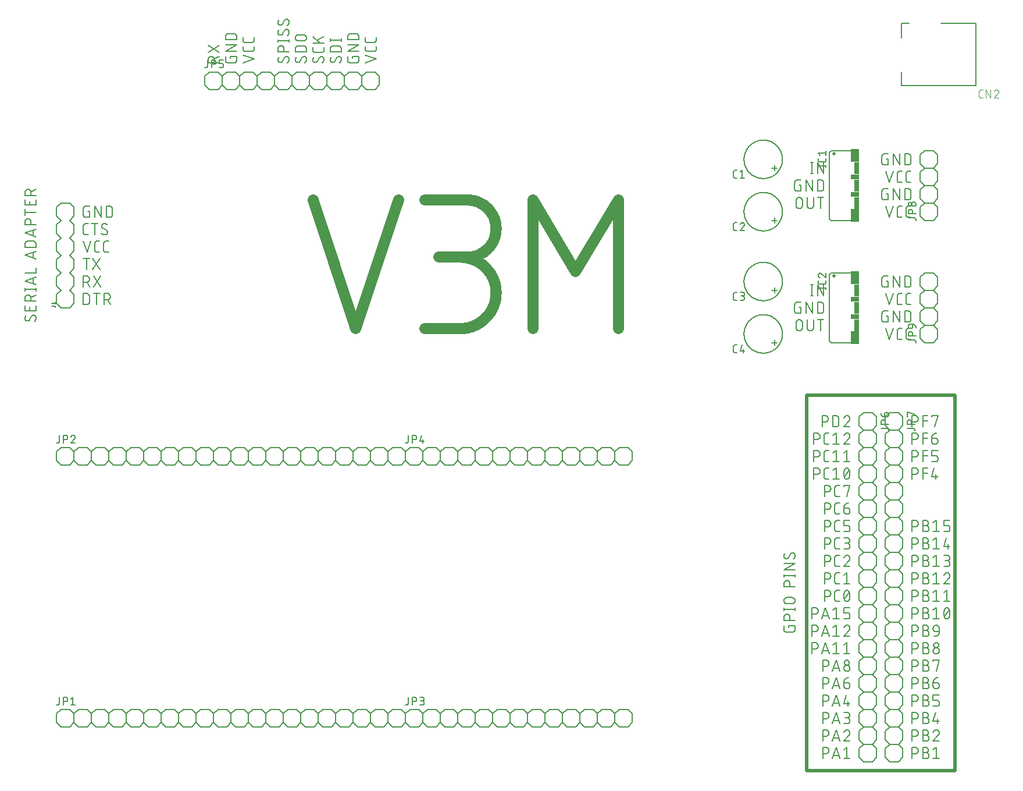
<source format=gbr>
G04 EAGLE Gerber X2 export*
%TF.Part,Single*%
%TF.FileFunction,Legend,Top,1*%
%TF.FilePolarity,Positive*%
%TF.GenerationSoftware,Autodesk,EAGLE,8.6.0*%
%TF.CreationDate,2018-04-17T18:32:18Z*%
G75*
%MOMM*%
%FSLAX34Y34*%
%LPD*%
%AMOC8*
5,1,8,0,0,1.08239X$1,22.5*%
G01*
%ADD10C,0.152400*%
%ADD11C,0.508000*%
%ADD12C,1.625600*%
%ADD13C,0.203200*%
%ADD14C,0.127000*%
%ADD15C,0.101600*%
%ADD16C,0.508000*%
%ADD17R,1.270000X1.905000*%
%ADD18R,0.762000X1.778000*%
%ADD19R,1.270000X0.762000*%


D10*
X108684Y851803D02*
X111393Y851803D01*
X111393Y842772D01*
X105974Y842772D01*
X105856Y842774D01*
X105738Y842780D01*
X105620Y842789D01*
X105503Y842803D01*
X105386Y842820D01*
X105269Y842841D01*
X105154Y842866D01*
X105039Y842895D01*
X104925Y842928D01*
X104813Y842964D01*
X104702Y843004D01*
X104592Y843047D01*
X104483Y843094D01*
X104376Y843144D01*
X104271Y843199D01*
X104168Y843256D01*
X104067Y843317D01*
X103967Y843381D01*
X103870Y843448D01*
X103775Y843518D01*
X103683Y843592D01*
X103592Y843668D01*
X103505Y843748D01*
X103420Y843830D01*
X103338Y843915D01*
X103258Y844002D01*
X103182Y844093D01*
X103108Y844185D01*
X103038Y844280D01*
X102971Y844377D01*
X102907Y844477D01*
X102846Y844578D01*
X102789Y844681D01*
X102734Y844786D01*
X102684Y844893D01*
X102637Y845002D01*
X102594Y845112D01*
X102554Y845223D01*
X102518Y845335D01*
X102485Y845449D01*
X102456Y845564D01*
X102431Y845679D01*
X102410Y845796D01*
X102393Y845913D01*
X102379Y846030D01*
X102370Y846148D01*
X102364Y846266D01*
X102362Y846384D01*
X102362Y855416D01*
X102364Y855534D01*
X102370Y855652D01*
X102379Y855770D01*
X102393Y855887D01*
X102410Y856004D01*
X102431Y856121D01*
X102456Y856236D01*
X102485Y856351D01*
X102518Y856465D01*
X102554Y856577D01*
X102594Y856688D01*
X102637Y856798D01*
X102684Y856907D01*
X102734Y857014D01*
X102788Y857119D01*
X102846Y857222D01*
X102907Y857323D01*
X102971Y857423D01*
X103038Y857520D01*
X103108Y857615D01*
X103182Y857707D01*
X103258Y857798D01*
X103338Y857885D01*
X103420Y857970D01*
X103505Y858052D01*
X103592Y858132D01*
X103683Y858208D01*
X103775Y858282D01*
X103870Y858352D01*
X103967Y858419D01*
X104067Y858483D01*
X104168Y858544D01*
X104271Y858601D01*
X104376Y858655D01*
X104483Y858706D01*
X104592Y858753D01*
X104702Y858796D01*
X104813Y858836D01*
X104925Y858872D01*
X105039Y858905D01*
X105154Y858934D01*
X105269Y858959D01*
X105386Y858980D01*
X105503Y858997D01*
X105620Y859011D01*
X105738Y859020D01*
X105856Y859026D01*
X105974Y859028D01*
X111393Y859028D01*
X119035Y859028D02*
X119035Y842772D01*
X128066Y842772D02*
X119035Y859028D01*
X128066Y859028D02*
X128066Y842772D01*
X135709Y842772D02*
X135709Y859028D01*
X140224Y859028D01*
X140355Y859026D01*
X140487Y859020D01*
X140618Y859011D01*
X140748Y858997D01*
X140879Y858980D01*
X141008Y858959D01*
X141137Y858935D01*
X141265Y858906D01*
X141393Y858874D01*
X141519Y858838D01*
X141644Y858799D01*
X141769Y858756D01*
X141891Y858709D01*
X142013Y858659D01*
X142133Y858605D01*
X142251Y858548D01*
X142367Y858487D01*
X142482Y858423D01*
X142595Y858356D01*
X142706Y858285D01*
X142814Y858211D01*
X142921Y858134D01*
X143025Y858054D01*
X143127Y857971D01*
X143226Y857886D01*
X143323Y857797D01*
X143417Y857705D01*
X143509Y857611D01*
X143598Y857514D01*
X143683Y857415D01*
X143766Y857313D01*
X143846Y857209D01*
X143923Y857102D01*
X143997Y856994D01*
X144068Y856883D01*
X144135Y856770D01*
X144199Y856655D01*
X144260Y856539D01*
X144317Y856421D01*
X144371Y856301D01*
X144421Y856179D01*
X144468Y856057D01*
X144511Y855932D01*
X144550Y855807D01*
X144586Y855681D01*
X144618Y855553D01*
X144647Y855425D01*
X144671Y855296D01*
X144692Y855167D01*
X144709Y855036D01*
X144723Y854906D01*
X144732Y854775D01*
X144738Y854643D01*
X144740Y854512D01*
X144740Y847288D01*
X144738Y847157D01*
X144732Y847025D01*
X144723Y846894D01*
X144709Y846764D01*
X144692Y846633D01*
X144671Y846504D01*
X144647Y846375D01*
X144618Y846247D01*
X144586Y846119D01*
X144550Y845993D01*
X144511Y845868D01*
X144468Y845743D01*
X144421Y845621D01*
X144371Y845499D01*
X144317Y845379D01*
X144260Y845261D01*
X144199Y845145D01*
X144135Y845030D01*
X144068Y844917D01*
X143997Y844806D01*
X143923Y844698D01*
X143846Y844591D01*
X143766Y844487D01*
X143683Y844385D01*
X143598Y844286D01*
X143509Y844189D01*
X143417Y844095D01*
X143323Y844003D01*
X143226Y843914D01*
X143127Y843829D01*
X143025Y843746D01*
X142921Y843666D01*
X142814Y843589D01*
X142706Y843515D01*
X142595Y843444D01*
X142482Y843377D01*
X142367Y843313D01*
X142251Y843252D01*
X142133Y843195D01*
X142013Y843141D01*
X141891Y843091D01*
X141769Y843044D01*
X141644Y843001D01*
X141519Y842962D01*
X141393Y842926D01*
X141265Y842894D01*
X141137Y842865D01*
X141008Y842841D01*
X140878Y842820D01*
X140748Y842803D01*
X140618Y842789D01*
X140487Y842780D01*
X140355Y842774D01*
X140224Y842772D01*
X135709Y842772D01*
X109587Y817372D02*
X105974Y817372D01*
X105856Y817374D01*
X105738Y817380D01*
X105620Y817389D01*
X105503Y817403D01*
X105386Y817420D01*
X105269Y817441D01*
X105154Y817466D01*
X105039Y817495D01*
X104925Y817528D01*
X104813Y817564D01*
X104702Y817604D01*
X104592Y817647D01*
X104483Y817694D01*
X104376Y817744D01*
X104271Y817799D01*
X104168Y817856D01*
X104067Y817917D01*
X103967Y817981D01*
X103870Y818048D01*
X103775Y818118D01*
X103683Y818192D01*
X103592Y818268D01*
X103505Y818348D01*
X103420Y818430D01*
X103338Y818515D01*
X103258Y818602D01*
X103182Y818693D01*
X103108Y818785D01*
X103038Y818880D01*
X102971Y818977D01*
X102907Y819077D01*
X102846Y819178D01*
X102789Y819281D01*
X102734Y819386D01*
X102684Y819493D01*
X102637Y819602D01*
X102594Y819712D01*
X102554Y819823D01*
X102518Y819935D01*
X102485Y820049D01*
X102456Y820164D01*
X102431Y820279D01*
X102410Y820396D01*
X102393Y820513D01*
X102379Y820630D01*
X102370Y820748D01*
X102364Y820866D01*
X102362Y820984D01*
X102362Y830016D01*
X102364Y830134D01*
X102370Y830252D01*
X102379Y830370D01*
X102393Y830487D01*
X102410Y830604D01*
X102431Y830721D01*
X102456Y830836D01*
X102485Y830951D01*
X102518Y831065D01*
X102554Y831177D01*
X102594Y831288D01*
X102637Y831398D01*
X102684Y831507D01*
X102734Y831614D01*
X102788Y831719D01*
X102846Y831822D01*
X102907Y831923D01*
X102971Y832023D01*
X103038Y832120D01*
X103108Y832215D01*
X103182Y832307D01*
X103258Y832398D01*
X103338Y832485D01*
X103420Y832570D01*
X103505Y832652D01*
X103592Y832732D01*
X103683Y832808D01*
X103775Y832882D01*
X103870Y832952D01*
X103967Y833019D01*
X104067Y833083D01*
X104168Y833144D01*
X104271Y833201D01*
X104376Y833255D01*
X104483Y833306D01*
X104592Y833353D01*
X104702Y833396D01*
X104813Y833436D01*
X104925Y833472D01*
X105039Y833505D01*
X105154Y833534D01*
X105269Y833559D01*
X105386Y833580D01*
X105503Y833597D01*
X105620Y833611D01*
X105738Y833620D01*
X105856Y833626D01*
X105974Y833628D01*
X109587Y833628D01*
X118901Y833628D02*
X118901Y817372D01*
X114385Y833628D02*
X123417Y833628D01*
X137484Y820984D02*
X137482Y820866D01*
X137476Y820748D01*
X137467Y820630D01*
X137453Y820513D01*
X137436Y820396D01*
X137415Y820279D01*
X137390Y820164D01*
X137361Y820049D01*
X137328Y819935D01*
X137292Y819823D01*
X137252Y819712D01*
X137209Y819602D01*
X137162Y819493D01*
X137112Y819386D01*
X137057Y819281D01*
X137000Y819178D01*
X136939Y819077D01*
X136875Y818977D01*
X136808Y818880D01*
X136738Y818785D01*
X136664Y818693D01*
X136588Y818602D01*
X136508Y818515D01*
X136426Y818430D01*
X136341Y818348D01*
X136254Y818268D01*
X136163Y818192D01*
X136071Y818118D01*
X135976Y818048D01*
X135879Y817981D01*
X135779Y817917D01*
X135678Y817856D01*
X135575Y817799D01*
X135470Y817744D01*
X135363Y817694D01*
X135254Y817647D01*
X135144Y817604D01*
X135033Y817564D01*
X134921Y817528D01*
X134807Y817495D01*
X134692Y817466D01*
X134577Y817441D01*
X134460Y817420D01*
X134343Y817403D01*
X134226Y817389D01*
X134108Y817380D01*
X133990Y817374D01*
X133872Y817372D01*
X133689Y817374D01*
X133507Y817381D01*
X133325Y817392D01*
X133143Y817407D01*
X132961Y817427D01*
X132780Y817450D01*
X132600Y817479D01*
X132420Y817511D01*
X132241Y817548D01*
X132064Y817589D01*
X131887Y817635D01*
X131711Y817684D01*
X131537Y817738D01*
X131363Y817796D01*
X131192Y817858D01*
X131022Y817924D01*
X130853Y817995D01*
X130686Y818069D01*
X130521Y818147D01*
X130358Y818229D01*
X130197Y818315D01*
X130038Y818405D01*
X129881Y818499D01*
X129727Y818596D01*
X129575Y818697D01*
X129425Y818802D01*
X129278Y818910D01*
X129134Y819021D01*
X128992Y819136D01*
X128853Y819255D01*
X128717Y819377D01*
X128584Y819502D01*
X128454Y819630D01*
X128906Y830016D02*
X128908Y830134D01*
X128914Y830252D01*
X128923Y830370D01*
X128937Y830487D01*
X128954Y830604D01*
X128975Y830721D01*
X129000Y830836D01*
X129029Y830951D01*
X129062Y831065D01*
X129098Y831177D01*
X129138Y831288D01*
X129181Y831398D01*
X129228Y831507D01*
X129278Y831614D01*
X129333Y831719D01*
X129390Y831822D01*
X129451Y831923D01*
X129515Y832023D01*
X129582Y832120D01*
X129652Y832215D01*
X129726Y832307D01*
X129802Y832398D01*
X129882Y832485D01*
X129964Y832570D01*
X130049Y832652D01*
X130136Y832732D01*
X130227Y832808D01*
X130319Y832882D01*
X130414Y832952D01*
X130511Y833019D01*
X130611Y833083D01*
X130712Y833144D01*
X130815Y833202D01*
X130920Y833256D01*
X131027Y833306D01*
X131136Y833353D01*
X131246Y833397D01*
X131357Y833436D01*
X131470Y833472D01*
X131583Y833505D01*
X131698Y833534D01*
X131813Y833559D01*
X131930Y833580D01*
X132047Y833597D01*
X132164Y833611D01*
X132282Y833620D01*
X132400Y833626D01*
X132518Y833628D01*
X132679Y833626D01*
X132841Y833620D01*
X133002Y833611D01*
X133163Y833597D01*
X133323Y833580D01*
X133483Y833559D01*
X133643Y833534D01*
X133802Y833505D01*
X133960Y833473D01*
X134117Y833437D01*
X134273Y833397D01*
X134429Y833353D01*
X134583Y833305D01*
X134736Y833254D01*
X134888Y833200D01*
X135039Y833141D01*
X135188Y833080D01*
X135335Y833014D01*
X135481Y832945D01*
X135626Y832873D01*
X135768Y832797D01*
X135909Y832718D01*
X136048Y832636D01*
X136184Y832550D01*
X136319Y832461D01*
X136452Y832369D01*
X136582Y832273D01*
X130711Y826855D02*
X130610Y826917D01*
X130510Y826982D01*
X130413Y827051D01*
X130318Y827123D01*
X130225Y827197D01*
X130135Y827275D01*
X130047Y827356D01*
X129962Y827439D01*
X129880Y827525D01*
X129801Y827614D01*
X129724Y827705D01*
X129651Y827799D01*
X129580Y827895D01*
X129513Y827993D01*
X129449Y828093D01*
X129388Y828196D01*
X129331Y828300D01*
X129277Y828406D01*
X129227Y828514D01*
X129180Y828623D01*
X129136Y828734D01*
X129096Y828846D01*
X129060Y828960D01*
X129028Y829074D01*
X128999Y829190D01*
X128974Y829306D01*
X128953Y829423D01*
X128936Y829541D01*
X128922Y829659D01*
X128913Y829778D01*
X128907Y829897D01*
X128905Y830016D01*
X135679Y824145D02*
X135780Y824083D01*
X135880Y824018D01*
X135977Y823949D01*
X136072Y823877D01*
X136165Y823803D01*
X136255Y823725D01*
X136343Y823644D01*
X136428Y823561D01*
X136510Y823475D01*
X136589Y823386D01*
X136666Y823295D01*
X136739Y823201D01*
X136810Y823105D01*
X136877Y823007D01*
X136941Y822907D01*
X137002Y822804D01*
X137059Y822700D01*
X137113Y822594D01*
X137163Y822486D01*
X137210Y822377D01*
X137254Y822266D01*
X137294Y822154D01*
X137330Y822040D01*
X137362Y821926D01*
X137391Y821810D01*
X137416Y821694D01*
X137437Y821577D01*
X137454Y821459D01*
X137468Y821341D01*
X137477Y821222D01*
X137483Y821103D01*
X137485Y820984D01*
X135678Y824145D02*
X130711Y826855D01*
X102362Y808228D02*
X107781Y791972D01*
X113199Y808228D01*
X122469Y791972D02*
X126082Y791972D01*
X122469Y791972D02*
X122351Y791974D01*
X122233Y791980D01*
X122115Y791989D01*
X121998Y792003D01*
X121881Y792020D01*
X121764Y792041D01*
X121649Y792066D01*
X121534Y792095D01*
X121420Y792128D01*
X121308Y792164D01*
X121197Y792204D01*
X121087Y792247D01*
X120978Y792294D01*
X120871Y792344D01*
X120766Y792399D01*
X120663Y792456D01*
X120562Y792517D01*
X120462Y792581D01*
X120365Y792648D01*
X120270Y792718D01*
X120178Y792792D01*
X120087Y792868D01*
X120000Y792948D01*
X119915Y793030D01*
X119833Y793115D01*
X119753Y793202D01*
X119677Y793293D01*
X119603Y793385D01*
X119533Y793480D01*
X119466Y793577D01*
X119402Y793677D01*
X119341Y793778D01*
X119284Y793881D01*
X119229Y793986D01*
X119179Y794093D01*
X119132Y794202D01*
X119089Y794312D01*
X119049Y794423D01*
X119013Y794535D01*
X118980Y794649D01*
X118951Y794764D01*
X118926Y794879D01*
X118905Y794996D01*
X118888Y795113D01*
X118874Y795230D01*
X118865Y795348D01*
X118859Y795466D01*
X118857Y795584D01*
X118857Y804616D01*
X118859Y804734D01*
X118865Y804852D01*
X118874Y804970D01*
X118888Y805087D01*
X118905Y805204D01*
X118926Y805321D01*
X118951Y805436D01*
X118980Y805551D01*
X119013Y805665D01*
X119049Y805777D01*
X119089Y805888D01*
X119132Y805998D01*
X119179Y806107D01*
X119229Y806214D01*
X119283Y806319D01*
X119341Y806422D01*
X119402Y806523D01*
X119466Y806623D01*
X119533Y806720D01*
X119603Y806815D01*
X119677Y806907D01*
X119753Y806998D01*
X119833Y807085D01*
X119915Y807170D01*
X120000Y807252D01*
X120087Y807332D01*
X120178Y807408D01*
X120270Y807482D01*
X120365Y807552D01*
X120462Y807619D01*
X120562Y807683D01*
X120663Y807744D01*
X120766Y807801D01*
X120871Y807855D01*
X120978Y807906D01*
X121087Y807953D01*
X121197Y807996D01*
X121308Y808036D01*
X121420Y808072D01*
X121534Y808105D01*
X121649Y808134D01*
X121764Y808159D01*
X121881Y808180D01*
X121998Y808197D01*
X122115Y808211D01*
X122233Y808220D01*
X122351Y808226D01*
X122469Y808228D01*
X126082Y808228D01*
X135495Y791972D02*
X139108Y791972D01*
X135495Y791972D02*
X135377Y791974D01*
X135259Y791980D01*
X135141Y791989D01*
X135024Y792003D01*
X134907Y792020D01*
X134790Y792041D01*
X134675Y792066D01*
X134560Y792095D01*
X134446Y792128D01*
X134334Y792164D01*
X134223Y792204D01*
X134113Y792247D01*
X134004Y792294D01*
X133897Y792344D01*
X133792Y792399D01*
X133689Y792456D01*
X133588Y792517D01*
X133488Y792581D01*
X133391Y792648D01*
X133296Y792718D01*
X133204Y792792D01*
X133113Y792868D01*
X133026Y792948D01*
X132941Y793030D01*
X132859Y793115D01*
X132779Y793202D01*
X132703Y793293D01*
X132629Y793385D01*
X132559Y793480D01*
X132492Y793577D01*
X132428Y793677D01*
X132367Y793778D01*
X132310Y793881D01*
X132255Y793986D01*
X132205Y794093D01*
X132158Y794202D01*
X132115Y794312D01*
X132075Y794423D01*
X132039Y794535D01*
X132006Y794649D01*
X131977Y794764D01*
X131952Y794879D01*
X131931Y794996D01*
X131914Y795113D01*
X131900Y795230D01*
X131891Y795348D01*
X131885Y795466D01*
X131883Y795584D01*
X131883Y804616D01*
X131885Y804734D01*
X131891Y804852D01*
X131900Y804970D01*
X131914Y805087D01*
X131931Y805204D01*
X131952Y805321D01*
X131977Y805436D01*
X132006Y805551D01*
X132039Y805665D01*
X132075Y805777D01*
X132115Y805888D01*
X132158Y805998D01*
X132205Y806107D01*
X132255Y806214D01*
X132309Y806319D01*
X132367Y806422D01*
X132428Y806523D01*
X132492Y806623D01*
X132559Y806720D01*
X132629Y806815D01*
X132703Y806907D01*
X132779Y806998D01*
X132859Y807085D01*
X132941Y807170D01*
X133026Y807252D01*
X133113Y807332D01*
X133204Y807408D01*
X133296Y807482D01*
X133391Y807552D01*
X133488Y807619D01*
X133588Y807683D01*
X133689Y807744D01*
X133792Y807801D01*
X133897Y807855D01*
X134004Y807906D01*
X134113Y807953D01*
X134223Y807996D01*
X134334Y808036D01*
X134446Y808072D01*
X134560Y808105D01*
X134675Y808134D01*
X134790Y808159D01*
X134907Y808180D01*
X135024Y808197D01*
X135141Y808211D01*
X135259Y808220D01*
X135377Y808226D01*
X135495Y808228D01*
X139108Y808228D01*
X106878Y782828D02*
X106878Y766572D01*
X102362Y782828D02*
X111393Y782828D01*
X126885Y782828D02*
X116048Y766572D01*
X126885Y766572D02*
X116048Y782828D01*
X102362Y757428D02*
X102362Y741172D01*
X102362Y757428D02*
X106878Y757428D01*
X107011Y757426D01*
X107143Y757420D01*
X107275Y757410D01*
X107407Y757397D01*
X107539Y757379D01*
X107669Y757358D01*
X107800Y757333D01*
X107929Y757304D01*
X108057Y757271D01*
X108185Y757235D01*
X108311Y757195D01*
X108436Y757151D01*
X108560Y757103D01*
X108682Y757052D01*
X108803Y756997D01*
X108922Y756939D01*
X109040Y756877D01*
X109155Y756812D01*
X109269Y756743D01*
X109380Y756672D01*
X109489Y756596D01*
X109596Y756518D01*
X109701Y756437D01*
X109803Y756352D01*
X109903Y756265D01*
X110000Y756175D01*
X110095Y756082D01*
X110186Y755986D01*
X110275Y755888D01*
X110361Y755787D01*
X110444Y755683D01*
X110524Y755577D01*
X110600Y755469D01*
X110674Y755359D01*
X110744Y755246D01*
X110811Y755132D01*
X110874Y755015D01*
X110934Y754897D01*
X110991Y754777D01*
X111044Y754655D01*
X111093Y754532D01*
X111139Y754408D01*
X111181Y754282D01*
X111219Y754155D01*
X111254Y754027D01*
X111285Y753898D01*
X111312Y753769D01*
X111335Y753638D01*
X111355Y753507D01*
X111370Y753375D01*
X111382Y753243D01*
X111390Y753111D01*
X111394Y752978D01*
X111394Y752846D01*
X111390Y752713D01*
X111382Y752581D01*
X111370Y752449D01*
X111355Y752317D01*
X111335Y752186D01*
X111312Y752055D01*
X111285Y751926D01*
X111254Y751797D01*
X111219Y751669D01*
X111181Y751542D01*
X111139Y751416D01*
X111093Y751292D01*
X111044Y751169D01*
X110991Y751047D01*
X110934Y750927D01*
X110874Y750809D01*
X110811Y750692D01*
X110744Y750578D01*
X110674Y750465D01*
X110600Y750355D01*
X110524Y750247D01*
X110444Y750141D01*
X110361Y750037D01*
X110275Y749936D01*
X110186Y749838D01*
X110095Y749742D01*
X110000Y749649D01*
X109903Y749559D01*
X109803Y749472D01*
X109701Y749387D01*
X109596Y749306D01*
X109489Y749228D01*
X109380Y749152D01*
X109269Y749081D01*
X109155Y749012D01*
X109040Y748947D01*
X108922Y748885D01*
X108803Y748827D01*
X108682Y748772D01*
X108560Y748721D01*
X108436Y748673D01*
X108311Y748629D01*
X108185Y748589D01*
X108057Y748553D01*
X107929Y748520D01*
X107800Y748491D01*
X107669Y748466D01*
X107539Y748445D01*
X107407Y748427D01*
X107275Y748414D01*
X107143Y748404D01*
X107011Y748398D01*
X106878Y748396D01*
X106878Y748397D02*
X102362Y748397D01*
X107781Y748397D02*
X111393Y741172D01*
X116999Y741172D02*
X127836Y757428D01*
X116999Y757428D02*
X127836Y741172D01*
X102362Y732028D02*
X102362Y715772D01*
X102362Y732028D02*
X106878Y732028D01*
X107009Y732026D01*
X107141Y732020D01*
X107272Y732011D01*
X107402Y731997D01*
X107533Y731980D01*
X107662Y731959D01*
X107791Y731935D01*
X107919Y731906D01*
X108047Y731874D01*
X108173Y731838D01*
X108298Y731799D01*
X108423Y731756D01*
X108545Y731709D01*
X108667Y731659D01*
X108787Y731605D01*
X108905Y731548D01*
X109021Y731487D01*
X109136Y731423D01*
X109249Y731356D01*
X109360Y731285D01*
X109468Y731211D01*
X109575Y731134D01*
X109679Y731054D01*
X109781Y730971D01*
X109880Y730886D01*
X109977Y730797D01*
X110071Y730705D01*
X110163Y730611D01*
X110252Y730514D01*
X110337Y730415D01*
X110420Y730313D01*
X110500Y730209D01*
X110577Y730102D01*
X110651Y729994D01*
X110722Y729883D01*
X110789Y729770D01*
X110853Y729655D01*
X110914Y729539D01*
X110971Y729421D01*
X111025Y729301D01*
X111075Y729179D01*
X111122Y729057D01*
X111165Y728932D01*
X111204Y728807D01*
X111240Y728681D01*
X111272Y728553D01*
X111301Y728425D01*
X111325Y728296D01*
X111346Y728167D01*
X111363Y728036D01*
X111377Y727906D01*
X111386Y727775D01*
X111392Y727643D01*
X111394Y727512D01*
X111393Y727512D02*
X111393Y720288D01*
X111394Y720288D02*
X111392Y720157D01*
X111386Y720025D01*
X111377Y719894D01*
X111363Y719764D01*
X111346Y719633D01*
X111325Y719504D01*
X111301Y719375D01*
X111272Y719247D01*
X111240Y719119D01*
X111204Y718993D01*
X111165Y718868D01*
X111122Y718743D01*
X111075Y718621D01*
X111025Y718499D01*
X110971Y718379D01*
X110914Y718261D01*
X110853Y718145D01*
X110789Y718030D01*
X110722Y717917D01*
X110651Y717806D01*
X110577Y717698D01*
X110500Y717591D01*
X110420Y717487D01*
X110337Y717385D01*
X110252Y717286D01*
X110163Y717189D01*
X110071Y717095D01*
X109977Y717003D01*
X109880Y716914D01*
X109781Y716829D01*
X109679Y716746D01*
X109575Y716666D01*
X109468Y716589D01*
X109360Y716515D01*
X109249Y716444D01*
X109136Y716377D01*
X109021Y716313D01*
X108905Y716252D01*
X108787Y716195D01*
X108667Y716141D01*
X108545Y716091D01*
X108423Y716044D01*
X108298Y716001D01*
X108173Y715962D01*
X108047Y715926D01*
X107919Y715894D01*
X107791Y715865D01*
X107662Y715841D01*
X107532Y715820D01*
X107402Y715803D01*
X107272Y715789D01*
X107141Y715780D01*
X107009Y715774D01*
X106878Y715772D01*
X102362Y715772D01*
X121988Y715772D02*
X121988Y732028D01*
X126503Y732028D02*
X117472Y732028D01*
X132674Y732028D02*
X132674Y715772D01*
X132674Y732028D02*
X137190Y732028D01*
X137323Y732026D01*
X137455Y732020D01*
X137587Y732010D01*
X137719Y731997D01*
X137851Y731979D01*
X137981Y731958D01*
X138112Y731933D01*
X138241Y731904D01*
X138369Y731871D01*
X138497Y731835D01*
X138623Y731795D01*
X138748Y731751D01*
X138872Y731703D01*
X138994Y731652D01*
X139115Y731597D01*
X139234Y731539D01*
X139352Y731477D01*
X139467Y731412D01*
X139581Y731343D01*
X139692Y731272D01*
X139801Y731196D01*
X139908Y731118D01*
X140013Y731037D01*
X140115Y730952D01*
X140215Y730865D01*
X140312Y730775D01*
X140407Y730682D01*
X140498Y730586D01*
X140587Y730488D01*
X140673Y730387D01*
X140756Y730283D01*
X140836Y730177D01*
X140912Y730069D01*
X140986Y729959D01*
X141056Y729846D01*
X141123Y729732D01*
X141186Y729615D01*
X141246Y729497D01*
X141303Y729377D01*
X141356Y729255D01*
X141405Y729132D01*
X141451Y729008D01*
X141493Y728882D01*
X141531Y728755D01*
X141566Y728627D01*
X141597Y728498D01*
X141624Y728369D01*
X141647Y728238D01*
X141667Y728107D01*
X141682Y727975D01*
X141694Y727843D01*
X141702Y727711D01*
X141706Y727578D01*
X141706Y727446D01*
X141702Y727313D01*
X141694Y727181D01*
X141682Y727049D01*
X141667Y726917D01*
X141647Y726786D01*
X141624Y726655D01*
X141597Y726526D01*
X141566Y726397D01*
X141531Y726269D01*
X141493Y726142D01*
X141451Y726016D01*
X141405Y725892D01*
X141356Y725769D01*
X141303Y725647D01*
X141246Y725527D01*
X141186Y725409D01*
X141123Y725292D01*
X141056Y725178D01*
X140986Y725065D01*
X140912Y724955D01*
X140836Y724847D01*
X140756Y724741D01*
X140673Y724637D01*
X140587Y724536D01*
X140498Y724438D01*
X140407Y724342D01*
X140312Y724249D01*
X140215Y724159D01*
X140115Y724072D01*
X140013Y723987D01*
X139908Y723906D01*
X139801Y723828D01*
X139692Y723752D01*
X139581Y723681D01*
X139467Y723612D01*
X139352Y723547D01*
X139234Y723485D01*
X139115Y723427D01*
X138994Y723372D01*
X138872Y723321D01*
X138748Y723273D01*
X138623Y723229D01*
X138497Y723189D01*
X138369Y723153D01*
X138241Y723120D01*
X138112Y723091D01*
X137981Y723066D01*
X137851Y723045D01*
X137719Y723027D01*
X137587Y723014D01*
X137455Y723004D01*
X137323Y722998D01*
X137190Y722996D01*
X137190Y722997D02*
X132674Y722997D01*
X138093Y722997D02*
X141705Y715772D01*
X33528Y696815D02*
X33526Y696933D01*
X33520Y697051D01*
X33511Y697169D01*
X33497Y697286D01*
X33480Y697403D01*
X33459Y697520D01*
X33434Y697635D01*
X33405Y697750D01*
X33372Y697864D01*
X33336Y697976D01*
X33296Y698087D01*
X33253Y698197D01*
X33206Y698306D01*
X33156Y698413D01*
X33101Y698518D01*
X33044Y698621D01*
X32983Y698722D01*
X32919Y698822D01*
X32852Y698919D01*
X32782Y699014D01*
X32708Y699106D01*
X32632Y699197D01*
X32552Y699284D01*
X32470Y699369D01*
X32385Y699451D01*
X32298Y699531D01*
X32207Y699607D01*
X32115Y699681D01*
X32020Y699751D01*
X31923Y699818D01*
X31823Y699882D01*
X31722Y699943D01*
X31619Y700000D01*
X31514Y700055D01*
X31407Y700105D01*
X31298Y700152D01*
X31188Y700195D01*
X31077Y700235D01*
X30965Y700271D01*
X30851Y700304D01*
X30736Y700333D01*
X30621Y700358D01*
X30504Y700379D01*
X30387Y700396D01*
X30270Y700410D01*
X30152Y700419D01*
X30034Y700425D01*
X29916Y700427D01*
X33528Y696815D02*
X33526Y696632D01*
X33519Y696450D01*
X33508Y696268D01*
X33493Y696086D01*
X33473Y695904D01*
X33450Y695723D01*
X33421Y695543D01*
X33389Y695363D01*
X33352Y695184D01*
X33311Y695007D01*
X33265Y694830D01*
X33216Y694654D01*
X33162Y694480D01*
X33104Y694306D01*
X33042Y694135D01*
X32976Y693965D01*
X32905Y693796D01*
X32831Y693629D01*
X32753Y693464D01*
X32671Y693301D01*
X32585Y693140D01*
X32495Y692981D01*
X32401Y692824D01*
X32304Y692670D01*
X32203Y692518D01*
X32098Y692368D01*
X31990Y692221D01*
X31879Y692077D01*
X31764Y691935D01*
X31645Y691796D01*
X31523Y691660D01*
X31398Y691527D01*
X31270Y691397D01*
X20884Y691848D02*
X20766Y691850D01*
X20648Y691856D01*
X20530Y691865D01*
X20413Y691879D01*
X20296Y691896D01*
X20179Y691917D01*
X20064Y691942D01*
X19949Y691971D01*
X19835Y692004D01*
X19723Y692040D01*
X19612Y692080D01*
X19502Y692123D01*
X19393Y692170D01*
X19286Y692220D01*
X19181Y692275D01*
X19078Y692332D01*
X18977Y692393D01*
X18877Y692457D01*
X18780Y692524D01*
X18685Y692594D01*
X18593Y692668D01*
X18502Y692744D01*
X18415Y692824D01*
X18330Y692906D01*
X18248Y692991D01*
X18168Y693078D01*
X18092Y693169D01*
X18018Y693261D01*
X17948Y693356D01*
X17881Y693453D01*
X17817Y693553D01*
X17756Y693654D01*
X17699Y693757D01*
X17644Y693862D01*
X17594Y693969D01*
X17547Y694078D01*
X17504Y694188D01*
X17464Y694299D01*
X17428Y694411D01*
X17395Y694525D01*
X17366Y694640D01*
X17341Y694755D01*
X17320Y694872D01*
X17303Y694989D01*
X17289Y695106D01*
X17280Y695224D01*
X17274Y695342D01*
X17272Y695460D01*
X17274Y695621D01*
X17280Y695783D01*
X17289Y695944D01*
X17303Y696105D01*
X17320Y696265D01*
X17341Y696425D01*
X17366Y696585D01*
X17395Y696744D01*
X17427Y696902D01*
X17463Y697059D01*
X17503Y697215D01*
X17547Y697371D01*
X17595Y697525D01*
X17646Y697678D01*
X17700Y697830D01*
X17759Y697981D01*
X17820Y698130D01*
X17886Y698277D01*
X17955Y698423D01*
X18027Y698568D01*
X18103Y698710D01*
X18182Y698851D01*
X18264Y698990D01*
X18350Y699126D01*
X18439Y699261D01*
X18531Y699394D01*
X18627Y699524D01*
X24045Y693653D02*
X23983Y693552D01*
X23918Y693452D01*
X23849Y693355D01*
X23777Y693260D01*
X23703Y693167D01*
X23625Y693077D01*
X23544Y692989D01*
X23461Y692904D01*
X23375Y692822D01*
X23286Y692743D01*
X23195Y692666D01*
X23101Y692593D01*
X23005Y692522D01*
X22907Y692455D01*
X22807Y692391D01*
X22704Y692330D01*
X22600Y692273D01*
X22494Y692219D01*
X22386Y692169D01*
X22277Y692122D01*
X22166Y692078D01*
X22054Y692038D01*
X21940Y692002D01*
X21826Y691970D01*
X21710Y691941D01*
X21594Y691916D01*
X21477Y691895D01*
X21359Y691878D01*
X21241Y691864D01*
X21122Y691855D01*
X21003Y691849D01*
X20884Y691847D01*
X26755Y698621D02*
X26817Y698722D01*
X26882Y698822D01*
X26951Y698919D01*
X27023Y699014D01*
X27097Y699107D01*
X27175Y699197D01*
X27256Y699285D01*
X27339Y699370D01*
X27425Y699452D01*
X27514Y699531D01*
X27605Y699608D01*
X27699Y699681D01*
X27795Y699752D01*
X27893Y699819D01*
X27993Y699883D01*
X28096Y699944D01*
X28200Y700001D01*
X28306Y700055D01*
X28414Y700105D01*
X28523Y700152D01*
X28634Y700196D01*
X28746Y700236D01*
X28860Y700272D01*
X28974Y700304D01*
X29090Y700333D01*
X29206Y700358D01*
X29323Y700379D01*
X29441Y700396D01*
X29559Y700410D01*
X29678Y700419D01*
X29797Y700425D01*
X29916Y700427D01*
X26755Y698621D02*
X24045Y693654D01*
X33528Y707057D02*
X33528Y714282D01*
X33528Y707057D02*
X17272Y707057D01*
X17272Y714282D01*
X24497Y712476D02*
X24497Y707057D01*
X17272Y720666D02*
X33528Y720666D01*
X17272Y720666D02*
X17272Y725181D01*
X17274Y725314D01*
X17280Y725446D01*
X17290Y725578D01*
X17303Y725710D01*
X17321Y725842D01*
X17342Y725972D01*
X17367Y726103D01*
X17396Y726232D01*
X17429Y726360D01*
X17465Y726488D01*
X17505Y726614D01*
X17549Y726739D01*
X17597Y726863D01*
X17648Y726985D01*
X17703Y727106D01*
X17761Y727225D01*
X17823Y727343D01*
X17888Y727458D01*
X17957Y727572D01*
X18028Y727683D01*
X18104Y727792D01*
X18182Y727899D01*
X18263Y728004D01*
X18348Y728106D01*
X18435Y728206D01*
X18525Y728303D01*
X18618Y728398D01*
X18714Y728489D01*
X18812Y728578D01*
X18913Y728664D01*
X19017Y728747D01*
X19123Y728827D01*
X19231Y728903D01*
X19341Y728977D01*
X19454Y729047D01*
X19568Y729114D01*
X19685Y729177D01*
X19803Y729237D01*
X19923Y729294D01*
X20045Y729347D01*
X20168Y729396D01*
X20292Y729442D01*
X20418Y729484D01*
X20545Y729522D01*
X20673Y729557D01*
X20802Y729588D01*
X20931Y729615D01*
X21062Y729638D01*
X21193Y729658D01*
X21325Y729673D01*
X21457Y729685D01*
X21589Y729693D01*
X21722Y729697D01*
X21854Y729697D01*
X21987Y729693D01*
X22119Y729685D01*
X22251Y729673D01*
X22383Y729658D01*
X22514Y729638D01*
X22645Y729615D01*
X22774Y729588D01*
X22903Y729557D01*
X23031Y729522D01*
X23158Y729484D01*
X23284Y729442D01*
X23408Y729396D01*
X23531Y729347D01*
X23653Y729294D01*
X23773Y729237D01*
X23891Y729177D01*
X24008Y729114D01*
X24122Y729047D01*
X24235Y728977D01*
X24345Y728903D01*
X24453Y728827D01*
X24559Y728747D01*
X24663Y728664D01*
X24764Y728578D01*
X24862Y728489D01*
X24958Y728398D01*
X25051Y728303D01*
X25141Y728206D01*
X25228Y728106D01*
X25313Y728004D01*
X25394Y727899D01*
X25472Y727792D01*
X25548Y727683D01*
X25619Y727572D01*
X25688Y727458D01*
X25753Y727343D01*
X25815Y727225D01*
X25873Y727106D01*
X25928Y726985D01*
X25979Y726863D01*
X26027Y726739D01*
X26071Y726614D01*
X26111Y726488D01*
X26147Y726360D01*
X26180Y726232D01*
X26209Y726103D01*
X26234Y725972D01*
X26255Y725842D01*
X26273Y725710D01*
X26286Y725578D01*
X26296Y725446D01*
X26302Y725314D01*
X26304Y725181D01*
X26303Y725181D02*
X26303Y720666D01*
X26303Y726084D02*
X33528Y729697D01*
X33528Y737595D02*
X17272Y737595D01*
X33528Y735789D02*
X33528Y739401D01*
X17272Y739401D02*
X17272Y735789D01*
X17272Y750100D02*
X33528Y744681D01*
X33528Y755518D02*
X17272Y750100D01*
X29464Y754164D02*
X29464Y746036D01*
X33528Y761766D02*
X17272Y761766D01*
X33528Y761766D02*
X33528Y768991D01*
X33528Y782196D02*
X17272Y787615D01*
X33528Y793033D01*
X29464Y791679D02*
X29464Y783551D01*
X33528Y799251D02*
X17272Y799251D01*
X17272Y803767D01*
X17274Y803898D01*
X17280Y804030D01*
X17289Y804161D01*
X17303Y804291D01*
X17320Y804422D01*
X17341Y804551D01*
X17365Y804680D01*
X17394Y804808D01*
X17426Y804936D01*
X17462Y805062D01*
X17501Y805187D01*
X17544Y805312D01*
X17591Y805434D01*
X17641Y805556D01*
X17695Y805676D01*
X17752Y805794D01*
X17813Y805910D01*
X17877Y806025D01*
X17944Y806138D01*
X18015Y806249D01*
X18089Y806357D01*
X18166Y806464D01*
X18246Y806568D01*
X18329Y806670D01*
X18414Y806769D01*
X18503Y806866D01*
X18595Y806960D01*
X18689Y807052D01*
X18786Y807141D01*
X18885Y807226D01*
X18987Y807309D01*
X19091Y807389D01*
X19198Y807466D01*
X19306Y807540D01*
X19417Y807611D01*
X19530Y807678D01*
X19645Y807742D01*
X19761Y807803D01*
X19879Y807860D01*
X19999Y807914D01*
X20121Y807964D01*
X20243Y808011D01*
X20368Y808054D01*
X20493Y808093D01*
X20619Y808129D01*
X20747Y808161D01*
X20875Y808190D01*
X21004Y808214D01*
X21133Y808235D01*
X21264Y808252D01*
X21394Y808266D01*
X21525Y808275D01*
X21657Y808281D01*
X21788Y808283D01*
X29012Y808283D01*
X29143Y808281D01*
X29275Y808275D01*
X29406Y808266D01*
X29536Y808252D01*
X29667Y808235D01*
X29796Y808214D01*
X29925Y808190D01*
X30053Y808161D01*
X30181Y808129D01*
X30307Y808093D01*
X30432Y808054D01*
X30557Y808011D01*
X30679Y807964D01*
X30801Y807914D01*
X30921Y807860D01*
X31039Y807803D01*
X31155Y807742D01*
X31270Y807678D01*
X31383Y807611D01*
X31494Y807540D01*
X31602Y807466D01*
X31709Y807389D01*
X31813Y807309D01*
X31915Y807226D01*
X32014Y807141D01*
X32111Y807052D01*
X32205Y806960D01*
X32297Y806866D01*
X32386Y806769D01*
X32471Y806670D01*
X32554Y806568D01*
X32634Y806464D01*
X32711Y806357D01*
X32785Y806249D01*
X32856Y806138D01*
X32923Y806025D01*
X32987Y805910D01*
X33048Y805794D01*
X33105Y805676D01*
X33159Y805556D01*
X33209Y805434D01*
X33256Y805312D01*
X33299Y805187D01*
X33338Y805062D01*
X33374Y804936D01*
X33406Y804808D01*
X33435Y804680D01*
X33459Y804551D01*
X33480Y804421D01*
X33497Y804291D01*
X33511Y804161D01*
X33520Y804030D01*
X33526Y803898D01*
X33528Y803767D01*
X33528Y799251D01*
X33528Y814501D02*
X17272Y819919D01*
X33528Y825338D01*
X29464Y823983D02*
X29464Y815855D01*
X33528Y831767D02*
X17272Y831767D01*
X17272Y836283D01*
X17274Y836416D01*
X17280Y836548D01*
X17290Y836680D01*
X17303Y836812D01*
X17321Y836944D01*
X17342Y837074D01*
X17367Y837205D01*
X17396Y837334D01*
X17429Y837462D01*
X17465Y837590D01*
X17505Y837716D01*
X17549Y837841D01*
X17597Y837965D01*
X17648Y838087D01*
X17703Y838208D01*
X17761Y838327D01*
X17823Y838445D01*
X17888Y838560D01*
X17957Y838674D01*
X18028Y838785D01*
X18104Y838894D01*
X18182Y839001D01*
X18263Y839106D01*
X18348Y839208D01*
X18435Y839308D01*
X18525Y839405D01*
X18618Y839500D01*
X18714Y839591D01*
X18812Y839680D01*
X18913Y839766D01*
X19017Y839849D01*
X19123Y839929D01*
X19231Y840005D01*
X19341Y840079D01*
X19454Y840149D01*
X19568Y840216D01*
X19685Y840279D01*
X19803Y840339D01*
X19923Y840396D01*
X20045Y840449D01*
X20168Y840498D01*
X20292Y840544D01*
X20418Y840586D01*
X20545Y840624D01*
X20673Y840659D01*
X20802Y840690D01*
X20931Y840717D01*
X21062Y840740D01*
X21193Y840760D01*
X21325Y840775D01*
X21457Y840787D01*
X21589Y840795D01*
X21722Y840799D01*
X21854Y840799D01*
X21987Y840795D01*
X22119Y840787D01*
X22251Y840775D01*
X22383Y840760D01*
X22514Y840740D01*
X22645Y840717D01*
X22774Y840690D01*
X22903Y840659D01*
X23031Y840624D01*
X23158Y840586D01*
X23284Y840544D01*
X23408Y840498D01*
X23531Y840449D01*
X23653Y840396D01*
X23773Y840339D01*
X23891Y840279D01*
X24008Y840216D01*
X24122Y840149D01*
X24235Y840079D01*
X24345Y840005D01*
X24453Y839929D01*
X24559Y839849D01*
X24663Y839766D01*
X24764Y839680D01*
X24862Y839591D01*
X24958Y839500D01*
X25051Y839405D01*
X25141Y839308D01*
X25228Y839208D01*
X25313Y839106D01*
X25394Y839001D01*
X25472Y838894D01*
X25548Y838785D01*
X25619Y838674D01*
X25688Y838560D01*
X25753Y838445D01*
X25815Y838327D01*
X25873Y838208D01*
X25928Y838087D01*
X25979Y837965D01*
X26027Y837841D01*
X26071Y837716D01*
X26111Y837590D01*
X26147Y837462D01*
X26180Y837334D01*
X26209Y837205D01*
X26234Y837074D01*
X26255Y836944D01*
X26273Y836812D01*
X26286Y836680D01*
X26296Y836548D01*
X26302Y836416D01*
X26304Y836283D01*
X26303Y836283D02*
X26303Y831767D01*
X33528Y850140D02*
X17272Y850140D01*
X17272Y854655D02*
X17272Y845624D01*
X33528Y860764D02*
X33528Y867989D01*
X33528Y860764D02*
X17272Y860764D01*
X17272Y867989D01*
X24497Y866183D02*
X24497Y860764D01*
X17272Y874373D02*
X33528Y874373D01*
X17272Y874373D02*
X17272Y878889D01*
X17274Y879022D01*
X17280Y879154D01*
X17290Y879286D01*
X17303Y879418D01*
X17321Y879550D01*
X17342Y879680D01*
X17367Y879811D01*
X17396Y879940D01*
X17429Y880068D01*
X17465Y880196D01*
X17505Y880322D01*
X17549Y880447D01*
X17597Y880571D01*
X17648Y880693D01*
X17703Y880814D01*
X17761Y880933D01*
X17823Y881051D01*
X17888Y881166D01*
X17957Y881280D01*
X18028Y881391D01*
X18104Y881500D01*
X18182Y881607D01*
X18263Y881712D01*
X18348Y881814D01*
X18435Y881914D01*
X18525Y882011D01*
X18618Y882106D01*
X18714Y882197D01*
X18812Y882286D01*
X18913Y882372D01*
X19017Y882455D01*
X19123Y882535D01*
X19231Y882611D01*
X19341Y882685D01*
X19454Y882755D01*
X19568Y882822D01*
X19685Y882885D01*
X19803Y882945D01*
X19923Y883002D01*
X20045Y883055D01*
X20168Y883104D01*
X20292Y883150D01*
X20418Y883192D01*
X20545Y883230D01*
X20673Y883265D01*
X20802Y883296D01*
X20931Y883323D01*
X21062Y883346D01*
X21193Y883366D01*
X21325Y883381D01*
X21457Y883393D01*
X21589Y883401D01*
X21722Y883405D01*
X21854Y883405D01*
X21987Y883401D01*
X22119Y883393D01*
X22251Y883381D01*
X22383Y883366D01*
X22514Y883346D01*
X22645Y883323D01*
X22774Y883296D01*
X22903Y883265D01*
X23031Y883230D01*
X23158Y883192D01*
X23284Y883150D01*
X23408Y883104D01*
X23531Y883055D01*
X23653Y883002D01*
X23773Y882945D01*
X23891Y882885D01*
X24008Y882822D01*
X24122Y882755D01*
X24235Y882685D01*
X24345Y882611D01*
X24453Y882535D01*
X24559Y882455D01*
X24663Y882372D01*
X24764Y882286D01*
X24862Y882197D01*
X24958Y882106D01*
X25051Y882011D01*
X25141Y881914D01*
X25228Y881814D01*
X25313Y881712D01*
X25394Y881607D01*
X25472Y881500D01*
X25548Y881391D01*
X25619Y881280D01*
X25688Y881166D01*
X25753Y881051D01*
X25815Y880933D01*
X25873Y880814D01*
X25928Y880693D01*
X25979Y880571D01*
X26027Y880447D01*
X26071Y880322D01*
X26111Y880196D01*
X26147Y880068D01*
X26180Y879940D01*
X26209Y879811D01*
X26234Y879680D01*
X26255Y879550D01*
X26273Y879418D01*
X26286Y879286D01*
X26296Y879154D01*
X26302Y879022D01*
X26304Y878889D01*
X26303Y878889D02*
X26303Y874373D01*
X26303Y879792D02*
X33528Y883404D01*
X283972Y1067562D02*
X300228Y1067562D01*
X283972Y1067562D02*
X283972Y1072078D01*
X283974Y1072211D01*
X283980Y1072343D01*
X283990Y1072475D01*
X284003Y1072607D01*
X284021Y1072739D01*
X284042Y1072869D01*
X284067Y1073000D01*
X284096Y1073129D01*
X284129Y1073257D01*
X284165Y1073385D01*
X284205Y1073511D01*
X284249Y1073636D01*
X284297Y1073760D01*
X284348Y1073882D01*
X284403Y1074003D01*
X284461Y1074122D01*
X284523Y1074240D01*
X284588Y1074355D01*
X284657Y1074469D01*
X284728Y1074580D01*
X284804Y1074689D01*
X284882Y1074796D01*
X284963Y1074901D01*
X285048Y1075003D01*
X285135Y1075103D01*
X285225Y1075200D01*
X285318Y1075295D01*
X285414Y1075386D01*
X285512Y1075475D01*
X285613Y1075561D01*
X285717Y1075644D01*
X285823Y1075724D01*
X285931Y1075800D01*
X286041Y1075874D01*
X286154Y1075944D01*
X286268Y1076011D01*
X286385Y1076074D01*
X286503Y1076134D01*
X286623Y1076191D01*
X286745Y1076244D01*
X286868Y1076293D01*
X286992Y1076339D01*
X287118Y1076381D01*
X287245Y1076419D01*
X287373Y1076454D01*
X287502Y1076485D01*
X287631Y1076512D01*
X287762Y1076535D01*
X287893Y1076555D01*
X288025Y1076570D01*
X288157Y1076582D01*
X288289Y1076590D01*
X288422Y1076594D01*
X288554Y1076594D01*
X288687Y1076590D01*
X288819Y1076582D01*
X288951Y1076570D01*
X289083Y1076555D01*
X289214Y1076535D01*
X289345Y1076512D01*
X289474Y1076485D01*
X289603Y1076454D01*
X289731Y1076419D01*
X289858Y1076381D01*
X289984Y1076339D01*
X290108Y1076293D01*
X290231Y1076244D01*
X290353Y1076191D01*
X290473Y1076134D01*
X290591Y1076074D01*
X290708Y1076011D01*
X290822Y1075944D01*
X290935Y1075874D01*
X291045Y1075800D01*
X291153Y1075724D01*
X291259Y1075644D01*
X291363Y1075561D01*
X291464Y1075475D01*
X291562Y1075386D01*
X291658Y1075295D01*
X291751Y1075200D01*
X291841Y1075103D01*
X291928Y1075003D01*
X292013Y1074901D01*
X292094Y1074796D01*
X292172Y1074689D01*
X292248Y1074580D01*
X292319Y1074469D01*
X292388Y1074355D01*
X292453Y1074240D01*
X292515Y1074122D01*
X292573Y1074003D01*
X292628Y1073882D01*
X292679Y1073760D01*
X292727Y1073636D01*
X292771Y1073511D01*
X292811Y1073385D01*
X292847Y1073257D01*
X292880Y1073129D01*
X292909Y1073000D01*
X292934Y1072869D01*
X292955Y1072739D01*
X292973Y1072607D01*
X292986Y1072475D01*
X292996Y1072343D01*
X293002Y1072211D01*
X293004Y1072078D01*
X293003Y1072078D02*
X293003Y1067562D01*
X293003Y1072981D02*
X300228Y1076593D01*
X300228Y1082199D02*
X283972Y1093036D01*
X283972Y1082199D02*
X300228Y1093036D01*
X316597Y1076593D02*
X316597Y1073884D01*
X316597Y1076593D02*
X325628Y1076593D01*
X325628Y1071174D01*
X325626Y1071056D01*
X325620Y1070938D01*
X325611Y1070820D01*
X325597Y1070703D01*
X325580Y1070586D01*
X325559Y1070469D01*
X325534Y1070354D01*
X325505Y1070239D01*
X325472Y1070125D01*
X325436Y1070013D01*
X325396Y1069902D01*
X325353Y1069792D01*
X325306Y1069683D01*
X325256Y1069576D01*
X325201Y1069471D01*
X325144Y1069368D01*
X325083Y1069267D01*
X325019Y1069167D01*
X324952Y1069070D01*
X324882Y1068975D01*
X324808Y1068883D01*
X324732Y1068792D01*
X324652Y1068705D01*
X324570Y1068620D01*
X324485Y1068538D01*
X324398Y1068458D01*
X324307Y1068382D01*
X324215Y1068308D01*
X324120Y1068238D01*
X324023Y1068171D01*
X323923Y1068107D01*
X323822Y1068046D01*
X323719Y1067989D01*
X323614Y1067934D01*
X323507Y1067884D01*
X323398Y1067837D01*
X323288Y1067794D01*
X323177Y1067754D01*
X323065Y1067718D01*
X322951Y1067685D01*
X322836Y1067656D01*
X322721Y1067631D01*
X322604Y1067610D01*
X322487Y1067593D01*
X322370Y1067579D01*
X322252Y1067570D01*
X322134Y1067564D01*
X322016Y1067562D01*
X312984Y1067562D01*
X312866Y1067564D01*
X312748Y1067570D01*
X312630Y1067579D01*
X312512Y1067593D01*
X312395Y1067610D01*
X312279Y1067631D01*
X312164Y1067656D01*
X312049Y1067685D01*
X311935Y1067718D01*
X311823Y1067754D01*
X311711Y1067794D01*
X311601Y1067837D01*
X311493Y1067884D01*
X311386Y1067935D01*
X311281Y1067989D01*
X311178Y1068046D01*
X311076Y1068107D01*
X310977Y1068171D01*
X310880Y1068238D01*
X310785Y1068309D01*
X310692Y1068382D01*
X310602Y1068459D01*
X310514Y1068538D01*
X310429Y1068620D01*
X310347Y1068705D01*
X310268Y1068793D01*
X310191Y1068883D01*
X310118Y1068976D01*
X310047Y1069070D01*
X309980Y1069168D01*
X309916Y1069267D01*
X309855Y1069368D01*
X309798Y1069472D01*
X309744Y1069577D01*
X309693Y1069684D01*
X309646Y1069792D01*
X309603Y1069902D01*
X309563Y1070014D01*
X309527Y1070126D01*
X309494Y1070240D01*
X309465Y1070355D01*
X309440Y1070470D01*
X309419Y1070586D01*
X309402Y1070703D01*
X309388Y1070821D01*
X309379Y1070939D01*
X309373Y1071057D01*
X309371Y1071175D01*
X309372Y1071174D02*
X309372Y1076593D01*
X309372Y1084235D02*
X325628Y1084235D01*
X325628Y1093266D02*
X309372Y1084235D01*
X309372Y1093266D02*
X325628Y1093266D01*
X325628Y1100909D02*
X309372Y1100909D01*
X309372Y1105424D01*
X309374Y1105555D01*
X309380Y1105687D01*
X309389Y1105818D01*
X309403Y1105948D01*
X309420Y1106079D01*
X309441Y1106208D01*
X309465Y1106337D01*
X309494Y1106465D01*
X309526Y1106593D01*
X309562Y1106719D01*
X309601Y1106844D01*
X309644Y1106969D01*
X309691Y1107091D01*
X309741Y1107213D01*
X309795Y1107333D01*
X309852Y1107451D01*
X309913Y1107567D01*
X309977Y1107682D01*
X310044Y1107795D01*
X310115Y1107906D01*
X310189Y1108014D01*
X310266Y1108121D01*
X310346Y1108225D01*
X310429Y1108327D01*
X310514Y1108426D01*
X310603Y1108523D01*
X310695Y1108617D01*
X310789Y1108709D01*
X310886Y1108798D01*
X310985Y1108883D01*
X311087Y1108966D01*
X311191Y1109046D01*
X311298Y1109123D01*
X311406Y1109197D01*
X311517Y1109268D01*
X311630Y1109335D01*
X311745Y1109399D01*
X311861Y1109460D01*
X311979Y1109517D01*
X312099Y1109571D01*
X312221Y1109621D01*
X312343Y1109668D01*
X312468Y1109711D01*
X312593Y1109750D01*
X312719Y1109786D01*
X312847Y1109818D01*
X312975Y1109847D01*
X313104Y1109871D01*
X313233Y1109892D01*
X313364Y1109909D01*
X313494Y1109923D01*
X313625Y1109932D01*
X313757Y1109938D01*
X313888Y1109940D01*
X321112Y1109940D01*
X321243Y1109938D01*
X321375Y1109932D01*
X321506Y1109923D01*
X321636Y1109909D01*
X321767Y1109892D01*
X321896Y1109871D01*
X322025Y1109847D01*
X322153Y1109818D01*
X322281Y1109786D01*
X322407Y1109750D01*
X322532Y1109711D01*
X322657Y1109668D01*
X322779Y1109621D01*
X322901Y1109571D01*
X323021Y1109517D01*
X323139Y1109460D01*
X323255Y1109399D01*
X323370Y1109335D01*
X323483Y1109268D01*
X323594Y1109197D01*
X323702Y1109123D01*
X323809Y1109046D01*
X323913Y1108966D01*
X324015Y1108883D01*
X324114Y1108798D01*
X324211Y1108709D01*
X324305Y1108617D01*
X324397Y1108523D01*
X324486Y1108426D01*
X324571Y1108327D01*
X324654Y1108225D01*
X324734Y1108121D01*
X324811Y1108014D01*
X324885Y1107906D01*
X324956Y1107795D01*
X325023Y1107682D01*
X325087Y1107567D01*
X325148Y1107451D01*
X325205Y1107333D01*
X325259Y1107213D01*
X325309Y1107091D01*
X325356Y1106969D01*
X325399Y1106844D01*
X325438Y1106719D01*
X325474Y1106593D01*
X325506Y1106465D01*
X325535Y1106337D01*
X325559Y1106208D01*
X325580Y1106078D01*
X325597Y1105948D01*
X325611Y1105818D01*
X325620Y1105687D01*
X325626Y1105555D01*
X325628Y1105424D01*
X325628Y1100909D01*
X334772Y1067562D02*
X351028Y1072981D01*
X334772Y1078399D01*
X351028Y1087669D02*
X351028Y1091282D01*
X351028Y1087669D02*
X351026Y1087551D01*
X351020Y1087433D01*
X351011Y1087315D01*
X350997Y1087198D01*
X350980Y1087081D01*
X350959Y1086964D01*
X350934Y1086849D01*
X350905Y1086734D01*
X350872Y1086620D01*
X350836Y1086508D01*
X350796Y1086397D01*
X350753Y1086287D01*
X350706Y1086178D01*
X350656Y1086071D01*
X350601Y1085966D01*
X350544Y1085863D01*
X350483Y1085762D01*
X350419Y1085662D01*
X350352Y1085565D01*
X350282Y1085470D01*
X350208Y1085378D01*
X350132Y1085287D01*
X350052Y1085200D01*
X349970Y1085115D01*
X349885Y1085033D01*
X349798Y1084953D01*
X349707Y1084877D01*
X349615Y1084803D01*
X349520Y1084733D01*
X349423Y1084666D01*
X349323Y1084602D01*
X349222Y1084541D01*
X349119Y1084484D01*
X349014Y1084429D01*
X348907Y1084379D01*
X348798Y1084332D01*
X348688Y1084289D01*
X348577Y1084249D01*
X348465Y1084213D01*
X348351Y1084180D01*
X348236Y1084151D01*
X348121Y1084126D01*
X348004Y1084105D01*
X347887Y1084088D01*
X347770Y1084074D01*
X347652Y1084065D01*
X347534Y1084059D01*
X347416Y1084057D01*
X338384Y1084057D01*
X338384Y1084056D02*
X338266Y1084058D01*
X338148Y1084064D01*
X338030Y1084073D01*
X337912Y1084087D01*
X337795Y1084104D01*
X337679Y1084125D01*
X337564Y1084150D01*
X337449Y1084179D01*
X337335Y1084212D01*
X337223Y1084248D01*
X337111Y1084288D01*
X337001Y1084331D01*
X336893Y1084378D01*
X336786Y1084429D01*
X336681Y1084483D01*
X336578Y1084540D01*
X336476Y1084601D01*
X336377Y1084665D01*
X336280Y1084732D01*
X336185Y1084803D01*
X336092Y1084876D01*
X336002Y1084953D01*
X335914Y1085032D01*
X335829Y1085114D01*
X335747Y1085199D01*
X335668Y1085287D01*
X335591Y1085377D01*
X335518Y1085470D01*
X335447Y1085564D01*
X335380Y1085662D01*
X335316Y1085761D01*
X335255Y1085862D01*
X335198Y1085966D01*
X335144Y1086071D01*
X335093Y1086178D01*
X335046Y1086286D01*
X335003Y1086396D01*
X334963Y1086508D01*
X334927Y1086620D01*
X334894Y1086734D01*
X334865Y1086849D01*
X334840Y1086964D01*
X334819Y1087080D01*
X334802Y1087197D01*
X334788Y1087315D01*
X334779Y1087433D01*
X334773Y1087551D01*
X334771Y1087669D01*
X334772Y1087669D02*
X334772Y1091282D01*
X351028Y1100695D02*
X351028Y1104308D01*
X351028Y1100695D02*
X351026Y1100577D01*
X351020Y1100459D01*
X351011Y1100341D01*
X350997Y1100224D01*
X350980Y1100107D01*
X350959Y1099990D01*
X350934Y1099875D01*
X350905Y1099760D01*
X350872Y1099646D01*
X350836Y1099534D01*
X350796Y1099423D01*
X350753Y1099313D01*
X350706Y1099204D01*
X350656Y1099097D01*
X350601Y1098992D01*
X350544Y1098889D01*
X350483Y1098788D01*
X350419Y1098688D01*
X350352Y1098591D01*
X350282Y1098496D01*
X350208Y1098404D01*
X350132Y1098313D01*
X350052Y1098226D01*
X349970Y1098141D01*
X349885Y1098059D01*
X349798Y1097979D01*
X349707Y1097903D01*
X349615Y1097829D01*
X349520Y1097759D01*
X349423Y1097692D01*
X349323Y1097628D01*
X349222Y1097567D01*
X349119Y1097510D01*
X349014Y1097455D01*
X348907Y1097405D01*
X348798Y1097358D01*
X348688Y1097315D01*
X348577Y1097275D01*
X348465Y1097239D01*
X348351Y1097206D01*
X348236Y1097177D01*
X348121Y1097152D01*
X348004Y1097131D01*
X347887Y1097114D01*
X347770Y1097100D01*
X347652Y1097091D01*
X347534Y1097085D01*
X347416Y1097083D01*
X338384Y1097083D01*
X338384Y1097082D02*
X338266Y1097084D01*
X338148Y1097090D01*
X338030Y1097099D01*
X337912Y1097113D01*
X337795Y1097130D01*
X337679Y1097151D01*
X337564Y1097176D01*
X337449Y1097205D01*
X337335Y1097238D01*
X337223Y1097274D01*
X337111Y1097314D01*
X337001Y1097357D01*
X336893Y1097404D01*
X336786Y1097455D01*
X336681Y1097509D01*
X336578Y1097566D01*
X336476Y1097627D01*
X336377Y1097691D01*
X336280Y1097758D01*
X336185Y1097829D01*
X336092Y1097902D01*
X336002Y1097979D01*
X335914Y1098058D01*
X335829Y1098140D01*
X335747Y1098225D01*
X335668Y1098313D01*
X335591Y1098403D01*
X335518Y1098496D01*
X335447Y1098590D01*
X335380Y1098688D01*
X335316Y1098787D01*
X335255Y1098888D01*
X335198Y1098992D01*
X335144Y1099097D01*
X335093Y1099204D01*
X335046Y1099312D01*
X335003Y1099422D01*
X334963Y1099534D01*
X334927Y1099646D01*
X334894Y1099760D01*
X334865Y1099875D01*
X334840Y1099990D01*
X334819Y1100106D01*
X334802Y1100223D01*
X334788Y1100341D01*
X334779Y1100459D01*
X334773Y1100577D01*
X334771Y1100695D01*
X334772Y1100695D02*
X334772Y1104308D01*
X398216Y1076593D02*
X398334Y1076591D01*
X398452Y1076585D01*
X398570Y1076576D01*
X398687Y1076562D01*
X398804Y1076545D01*
X398921Y1076524D01*
X399036Y1076499D01*
X399151Y1076470D01*
X399265Y1076437D01*
X399377Y1076401D01*
X399488Y1076361D01*
X399598Y1076318D01*
X399707Y1076271D01*
X399814Y1076221D01*
X399919Y1076166D01*
X400022Y1076109D01*
X400123Y1076048D01*
X400223Y1075984D01*
X400320Y1075917D01*
X400415Y1075847D01*
X400507Y1075773D01*
X400598Y1075697D01*
X400685Y1075617D01*
X400770Y1075535D01*
X400852Y1075450D01*
X400932Y1075363D01*
X401008Y1075272D01*
X401082Y1075180D01*
X401152Y1075085D01*
X401219Y1074988D01*
X401283Y1074888D01*
X401344Y1074787D01*
X401401Y1074684D01*
X401456Y1074579D01*
X401506Y1074472D01*
X401553Y1074363D01*
X401596Y1074253D01*
X401636Y1074142D01*
X401672Y1074030D01*
X401705Y1073916D01*
X401734Y1073801D01*
X401759Y1073686D01*
X401780Y1073569D01*
X401797Y1073452D01*
X401811Y1073335D01*
X401820Y1073217D01*
X401826Y1073099D01*
X401828Y1072981D01*
X401826Y1072798D01*
X401819Y1072616D01*
X401808Y1072434D01*
X401793Y1072252D01*
X401773Y1072070D01*
X401750Y1071889D01*
X401721Y1071709D01*
X401689Y1071529D01*
X401652Y1071350D01*
X401611Y1071173D01*
X401565Y1070996D01*
X401516Y1070820D01*
X401462Y1070646D01*
X401404Y1070472D01*
X401342Y1070301D01*
X401276Y1070131D01*
X401205Y1069962D01*
X401131Y1069795D01*
X401053Y1069630D01*
X400971Y1069467D01*
X400885Y1069306D01*
X400795Y1069147D01*
X400701Y1068990D01*
X400604Y1068836D01*
X400503Y1068684D01*
X400398Y1068534D01*
X400290Y1068387D01*
X400179Y1068243D01*
X400064Y1068101D01*
X399945Y1067962D01*
X399823Y1067826D01*
X399698Y1067693D01*
X399570Y1067563D01*
X389184Y1068014D02*
X389066Y1068016D01*
X388948Y1068022D01*
X388830Y1068031D01*
X388713Y1068045D01*
X388596Y1068062D01*
X388479Y1068083D01*
X388364Y1068108D01*
X388249Y1068137D01*
X388135Y1068170D01*
X388023Y1068206D01*
X387912Y1068246D01*
X387802Y1068289D01*
X387693Y1068336D01*
X387586Y1068386D01*
X387481Y1068441D01*
X387378Y1068498D01*
X387277Y1068559D01*
X387177Y1068623D01*
X387080Y1068690D01*
X386985Y1068760D01*
X386893Y1068834D01*
X386802Y1068910D01*
X386715Y1068990D01*
X386630Y1069072D01*
X386548Y1069157D01*
X386468Y1069244D01*
X386392Y1069335D01*
X386318Y1069427D01*
X386248Y1069522D01*
X386181Y1069619D01*
X386117Y1069719D01*
X386056Y1069820D01*
X385999Y1069923D01*
X385944Y1070028D01*
X385894Y1070135D01*
X385847Y1070244D01*
X385804Y1070354D01*
X385764Y1070465D01*
X385728Y1070577D01*
X385695Y1070691D01*
X385666Y1070806D01*
X385641Y1070921D01*
X385620Y1071038D01*
X385603Y1071155D01*
X385589Y1071272D01*
X385580Y1071390D01*
X385574Y1071508D01*
X385572Y1071626D01*
X385574Y1071787D01*
X385580Y1071949D01*
X385589Y1072110D01*
X385603Y1072271D01*
X385620Y1072431D01*
X385641Y1072591D01*
X385666Y1072751D01*
X385695Y1072910D01*
X385727Y1073068D01*
X385763Y1073225D01*
X385803Y1073381D01*
X385847Y1073537D01*
X385895Y1073691D01*
X385946Y1073844D01*
X386000Y1073996D01*
X386059Y1074147D01*
X386120Y1074296D01*
X386186Y1074443D01*
X386255Y1074589D01*
X386327Y1074734D01*
X386403Y1074876D01*
X386482Y1075017D01*
X386564Y1075156D01*
X386650Y1075292D01*
X386739Y1075427D01*
X386831Y1075560D01*
X386927Y1075690D01*
X392345Y1069819D02*
X392283Y1069718D01*
X392218Y1069618D01*
X392149Y1069521D01*
X392077Y1069426D01*
X392003Y1069333D01*
X391925Y1069243D01*
X391844Y1069155D01*
X391761Y1069070D01*
X391675Y1068988D01*
X391586Y1068909D01*
X391495Y1068832D01*
X391401Y1068759D01*
X391305Y1068688D01*
X391207Y1068621D01*
X391107Y1068557D01*
X391004Y1068496D01*
X390900Y1068439D01*
X390794Y1068385D01*
X390686Y1068335D01*
X390577Y1068288D01*
X390466Y1068244D01*
X390354Y1068204D01*
X390240Y1068168D01*
X390126Y1068136D01*
X390010Y1068107D01*
X389894Y1068082D01*
X389777Y1068061D01*
X389659Y1068044D01*
X389541Y1068030D01*
X389422Y1068021D01*
X389303Y1068015D01*
X389184Y1068013D01*
X395055Y1074787D02*
X395117Y1074888D01*
X395182Y1074988D01*
X395251Y1075085D01*
X395323Y1075180D01*
X395397Y1075273D01*
X395475Y1075363D01*
X395556Y1075451D01*
X395639Y1075536D01*
X395725Y1075618D01*
X395814Y1075697D01*
X395905Y1075774D01*
X395999Y1075847D01*
X396095Y1075918D01*
X396193Y1075985D01*
X396293Y1076049D01*
X396396Y1076110D01*
X396500Y1076167D01*
X396606Y1076221D01*
X396714Y1076271D01*
X396823Y1076318D01*
X396934Y1076362D01*
X397046Y1076402D01*
X397160Y1076438D01*
X397274Y1076470D01*
X397390Y1076499D01*
X397506Y1076524D01*
X397623Y1076545D01*
X397741Y1076562D01*
X397859Y1076576D01*
X397978Y1076585D01*
X398097Y1076591D01*
X398216Y1076593D01*
X395055Y1074787D02*
X392345Y1069820D01*
X385572Y1083404D02*
X401828Y1083404D01*
X385572Y1083404D02*
X385572Y1087920D01*
X385574Y1088053D01*
X385580Y1088185D01*
X385590Y1088317D01*
X385603Y1088449D01*
X385621Y1088581D01*
X385642Y1088711D01*
X385667Y1088842D01*
X385696Y1088971D01*
X385729Y1089099D01*
X385765Y1089227D01*
X385805Y1089353D01*
X385849Y1089478D01*
X385897Y1089602D01*
X385948Y1089724D01*
X386003Y1089845D01*
X386061Y1089964D01*
X386123Y1090082D01*
X386188Y1090197D01*
X386257Y1090311D01*
X386328Y1090422D01*
X386404Y1090531D01*
X386482Y1090638D01*
X386563Y1090743D01*
X386648Y1090845D01*
X386735Y1090945D01*
X386825Y1091042D01*
X386918Y1091137D01*
X387014Y1091228D01*
X387112Y1091317D01*
X387213Y1091403D01*
X387317Y1091486D01*
X387423Y1091566D01*
X387531Y1091642D01*
X387641Y1091716D01*
X387754Y1091786D01*
X387868Y1091853D01*
X387985Y1091916D01*
X388103Y1091976D01*
X388223Y1092033D01*
X388345Y1092086D01*
X388468Y1092135D01*
X388592Y1092181D01*
X388718Y1092223D01*
X388845Y1092261D01*
X388973Y1092296D01*
X389102Y1092327D01*
X389231Y1092354D01*
X389362Y1092377D01*
X389493Y1092397D01*
X389625Y1092412D01*
X389757Y1092424D01*
X389889Y1092432D01*
X390022Y1092436D01*
X390154Y1092436D01*
X390287Y1092432D01*
X390419Y1092424D01*
X390551Y1092412D01*
X390683Y1092397D01*
X390814Y1092377D01*
X390945Y1092354D01*
X391074Y1092327D01*
X391203Y1092296D01*
X391331Y1092261D01*
X391458Y1092223D01*
X391584Y1092181D01*
X391708Y1092135D01*
X391831Y1092086D01*
X391953Y1092033D01*
X392073Y1091976D01*
X392191Y1091916D01*
X392308Y1091853D01*
X392422Y1091786D01*
X392535Y1091716D01*
X392645Y1091642D01*
X392753Y1091566D01*
X392859Y1091486D01*
X392963Y1091403D01*
X393064Y1091317D01*
X393162Y1091228D01*
X393258Y1091137D01*
X393351Y1091042D01*
X393441Y1090945D01*
X393528Y1090845D01*
X393613Y1090743D01*
X393694Y1090638D01*
X393772Y1090531D01*
X393848Y1090422D01*
X393919Y1090311D01*
X393988Y1090197D01*
X394053Y1090082D01*
X394115Y1089964D01*
X394173Y1089845D01*
X394228Y1089724D01*
X394279Y1089602D01*
X394327Y1089478D01*
X394371Y1089353D01*
X394411Y1089227D01*
X394447Y1089099D01*
X394480Y1088971D01*
X394509Y1088842D01*
X394534Y1088711D01*
X394555Y1088581D01*
X394573Y1088449D01*
X394586Y1088317D01*
X394596Y1088185D01*
X394602Y1088053D01*
X394604Y1087920D01*
X394603Y1087920D02*
X394603Y1083404D01*
X401828Y1099693D02*
X385572Y1099693D01*
X401828Y1097887D02*
X401828Y1101499D01*
X385572Y1101499D02*
X385572Y1097887D01*
X401828Y1112580D02*
X401826Y1112698D01*
X401820Y1112816D01*
X401811Y1112934D01*
X401797Y1113051D01*
X401780Y1113168D01*
X401759Y1113285D01*
X401734Y1113400D01*
X401705Y1113515D01*
X401672Y1113629D01*
X401636Y1113741D01*
X401596Y1113852D01*
X401553Y1113962D01*
X401506Y1114071D01*
X401456Y1114178D01*
X401401Y1114283D01*
X401344Y1114386D01*
X401283Y1114487D01*
X401219Y1114587D01*
X401152Y1114684D01*
X401082Y1114779D01*
X401008Y1114871D01*
X400932Y1114962D01*
X400852Y1115049D01*
X400770Y1115134D01*
X400685Y1115216D01*
X400598Y1115296D01*
X400507Y1115372D01*
X400415Y1115446D01*
X400320Y1115516D01*
X400223Y1115583D01*
X400123Y1115647D01*
X400022Y1115708D01*
X399919Y1115765D01*
X399814Y1115820D01*
X399707Y1115870D01*
X399598Y1115917D01*
X399488Y1115960D01*
X399377Y1116000D01*
X399265Y1116036D01*
X399151Y1116069D01*
X399036Y1116098D01*
X398921Y1116123D01*
X398804Y1116144D01*
X398687Y1116161D01*
X398570Y1116175D01*
X398452Y1116184D01*
X398334Y1116190D01*
X398216Y1116192D01*
X401828Y1112580D02*
X401826Y1112397D01*
X401819Y1112215D01*
X401808Y1112033D01*
X401793Y1111851D01*
X401773Y1111669D01*
X401750Y1111488D01*
X401721Y1111308D01*
X401689Y1111128D01*
X401652Y1110949D01*
X401611Y1110772D01*
X401565Y1110595D01*
X401516Y1110419D01*
X401462Y1110245D01*
X401404Y1110071D01*
X401342Y1109900D01*
X401276Y1109730D01*
X401205Y1109561D01*
X401131Y1109394D01*
X401053Y1109229D01*
X400971Y1109066D01*
X400885Y1108905D01*
X400795Y1108746D01*
X400701Y1108589D01*
X400604Y1108435D01*
X400503Y1108283D01*
X400398Y1108133D01*
X400290Y1107986D01*
X400179Y1107842D01*
X400064Y1107700D01*
X399945Y1107561D01*
X399823Y1107425D01*
X399698Y1107292D01*
X399570Y1107162D01*
X389184Y1107613D02*
X389066Y1107615D01*
X388948Y1107621D01*
X388830Y1107630D01*
X388713Y1107644D01*
X388596Y1107661D01*
X388479Y1107682D01*
X388364Y1107707D01*
X388249Y1107736D01*
X388135Y1107769D01*
X388023Y1107805D01*
X387912Y1107845D01*
X387802Y1107888D01*
X387693Y1107935D01*
X387586Y1107985D01*
X387481Y1108040D01*
X387378Y1108097D01*
X387277Y1108158D01*
X387177Y1108222D01*
X387080Y1108289D01*
X386985Y1108359D01*
X386893Y1108433D01*
X386802Y1108509D01*
X386715Y1108589D01*
X386630Y1108671D01*
X386548Y1108756D01*
X386468Y1108843D01*
X386392Y1108934D01*
X386318Y1109026D01*
X386248Y1109121D01*
X386181Y1109218D01*
X386117Y1109318D01*
X386056Y1109419D01*
X385999Y1109522D01*
X385944Y1109627D01*
X385894Y1109734D01*
X385847Y1109843D01*
X385804Y1109953D01*
X385764Y1110064D01*
X385728Y1110176D01*
X385695Y1110290D01*
X385666Y1110405D01*
X385641Y1110520D01*
X385620Y1110637D01*
X385603Y1110754D01*
X385589Y1110871D01*
X385580Y1110989D01*
X385574Y1111107D01*
X385572Y1111225D01*
X385574Y1111386D01*
X385580Y1111548D01*
X385589Y1111709D01*
X385603Y1111870D01*
X385620Y1112030D01*
X385641Y1112190D01*
X385666Y1112350D01*
X385695Y1112509D01*
X385727Y1112667D01*
X385763Y1112824D01*
X385803Y1112980D01*
X385847Y1113136D01*
X385895Y1113290D01*
X385946Y1113443D01*
X386000Y1113595D01*
X386059Y1113746D01*
X386120Y1113895D01*
X386186Y1114042D01*
X386255Y1114188D01*
X386327Y1114333D01*
X386403Y1114475D01*
X386482Y1114616D01*
X386564Y1114755D01*
X386650Y1114891D01*
X386739Y1115026D01*
X386831Y1115159D01*
X386927Y1115289D01*
X392345Y1109418D02*
X392283Y1109317D01*
X392218Y1109217D01*
X392149Y1109120D01*
X392077Y1109025D01*
X392003Y1108932D01*
X391925Y1108842D01*
X391844Y1108754D01*
X391761Y1108669D01*
X391675Y1108587D01*
X391586Y1108508D01*
X391495Y1108431D01*
X391401Y1108358D01*
X391305Y1108287D01*
X391207Y1108220D01*
X391107Y1108156D01*
X391004Y1108095D01*
X390900Y1108038D01*
X390794Y1107984D01*
X390686Y1107934D01*
X390577Y1107887D01*
X390466Y1107843D01*
X390354Y1107803D01*
X390240Y1107767D01*
X390126Y1107735D01*
X390010Y1107706D01*
X389894Y1107681D01*
X389777Y1107660D01*
X389659Y1107643D01*
X389541Y1107629D01*
X389422Y1107620D01*
X389303Y1107614D01*
X389184Y1107612D01*
X395055Y1114386D02*
X395117Y1114487D01*
X395182Y1114587D01*
X395251Y1114684D01*
X395323Y1114779D01*
X395397Y1114872D01*
X395475Y1114962D01*
X395556Y1115050D01*
X395639Y1115135D01*
X395725Y1115217D01*
X395814Y1115296D01*
X395905Y1115373D01*
X395999Y1115446D01*
X396095Y1115517D01*
X396193Y1115584D01*
X396293Y1115648D01*
X396396Y1115709D01*
X396500Y1115766D01*
X396606Y1115820D01*
X396714Y1115870D01*
X396823Y1115917D01*
X396934Y1115961D01*
X397046Y1116001D01*
X397160Y1116037D01*
X397274Y1116069D01*
X397390Y1116098D01*
X397506Y1116123D01*
X397623Y1116144D01*
X397741Y1116161D01*
X397859Y1116175D01*
X397978Y1116184D01*
X398097Y1116190D01*
X398216Y1116192D01*
X395055Y1114386D02*
X392345Y1109419D01*
X401828Y1127169D02*
X401826Y1127287D01*
X401820Y1127405D01*
X401811Y1127523D01*
X401797Y1127640D01*
X401780Y1127757D01*
X401759Y1127874D01*
X401734Y1127989D01*
X401705Y1128104D01*
X401672Y1128218D01*
X401636Y1128330D01*
X401596Y1128441D01*
X401553Y1128551D01*
X401506Y1128660D01*
X401456Y1128767D01*
X401401Y1128872D01*
X401344Y1128975D01*
X401283Y1129076D01*
X401219Y1129176D01*
X401152Y1129273D01*
X401082Y1129368D01*
X401008Y1129460D01*
X400932Y1129551D01*
X400852Y1129638D01*
X400770Y1129723D01*
X400685Y1129805D01*
X400598Y1129885D01*
X400507Y1129961D01*
X400415Y1130035D01*
X400320Y1130105D01*
X400223Y1130172D01*
X400123Y1130236D01*
X400022Y1130297D01*
X399919Y1130354D01*
X399814Y1130409D01*
X399707Y1130459D01*
X399598Y1130506D01*
X399488Y1130549D01*
X399377Y1130589D01*
X399265Y1130625D01*
X399151Y1130658D01*
X399036Y1130687D01*
X398921Y1130712D01*
X398804Y1130733D01*
X398687Y1130750D01*
X398570Y1130764D01*
X398452Y1130773D01*
X398334Y1130779D01*
X398216Y1130781D01*
X401828Y1127169D02*
X401826Y1126986D01*
X401819Y1126804D01*
X401808Y1126622D01*
X401793Y1126440D01*
X401773Y1126258D01*
X401750Y1126077D01*
X401721Y1125897D01*
X401689Y1125717D01*
X401652Y1125538D01*
X401611Y1125361D01*
X401565Y1125184D01*
X401516Y1125008D01*
X401462Y1124834D01*
X401404Y1124660D01*
X401342Y1124489D01*
X401276Y1124319D01*
X401205Y1124150D01*
X401131Y1123983D01*
X401053Y1123818D01*
X400971Y1123655D01*
X400885Y1123494D01*
X400795Y1123335D01*
X400701Y1123178D01*
X400604Y1123024D01*
X400503Y1122872D01*
X400398Y1122722D01*
X400290Y1122575D01*
X400179Y1122431D01*
X400064Y1122289D01*
X399945Y1122150D01*
X399823Y1122014D01*
X399698Y1121881D01*
X399570Y1121751D01*
X389184Y1122202D02*
X389066Y1122204D01*
X388948Y1122210D01*
X388830Y1122219D01*
X388713Y1122233D01*
X388596Y1122250D01*
X388479Y1122271D01*
X388364Y1122296D01*
X388249Y1122325D01*
X388135Y1122358D01*
X388023Y1122394D01*
X387912Y1122434D01*
X387802Y1122477D01*
X387693Y1122524D01*
X387586Y1122574D01*
X387481Y1122629D01*
X387378Y1122686D01*
X387277Y1122747D01*
X387177Y1122811D01*
X387080Y1122878D01*
X386985Y1122948D01*
X386893Y1123022D01*
X386802Y1123098D01*
X386715Y1123178D01*
X386630Y1123260D01*
X386548Y1123345D01*
X386468Y1123432D01*
X386392Y1123523D01*
X386318Y1123615D01*
X386248Y1123710D01*
X386181Y1123807D01*
X386117Y1123907D01*
X386056Y1124008D01*
X385999Y1124111D01*
X385944Y1124216D01*
X385894Y1124323D01*
X385847Y1124432D01*
X385804Y1124542D01*
X385764Y1124653D01*
X385728Y1124765D01*
X385695Y1124879D01*
X385666Y1124994D01*
X385641Y1125109D01*
X385620Y1125226D01*
X385603Y1125343D01*
X385589Y1125460D01*
X385580Y1125578D01*
X385574Y1125696D01*
X385572Y1125814D01*
X385574Y1125975D01*
X385580Y1126137D01*
X385589Y1126298D01*
X385603Y1126459D01*
X385620Y1126619D01*
X385641Y1126779D01*
X385666Y1126939D01*
X385695Y1127098D01*
X385727Y1127256D01*
X385763Y1127413D01*
X385803Y1127569D01*
X385847Y1127725D01*
X385895Y1127879D01*
X385946Y1128032D01*
X386000Y1128184D01*
X386059Y1128335D01*
X386120Y1128484D01*
X386186Y1128631D01*
X386255Y1128777D01*
X386327Y1128922D01*
X386403Y1129064D01*
X386482Y1129205D01*
X386564Y1129344D01*
X386650Y1129480D01*
X386739Y1129615D01*
X386831Y1129748D01*
X386927Y1129878D01*
X392345Y1124008D02*
X392283Y1123907D01*
X392218Y1123807D01*
X392149Y1123710D01*
X392077Y1123615D01*
X392003Y1123522D01*
X391925Y1123432D01*
X391844Y1123344D01*
X391761Y1123259D01*
X391675Y1123177D01*
X391586Y1123098D01*
X391495Y1123021D01*
X391401Y1122948D01*
X391305Y1122877D01*
X391207Y1122810D01*
X391107Y1122746D01*
X391004Y1122685D01*
X390900Y1122628D01*
X390794Y1122574D01*
X390686Y1122524D01*
X390577Y1122477D01*
X390466Y1122433D01*
X390354Y1122393D01*
X390240Y1122357D01*
X390126Y1122325D01*
X390010Y1122296D01*
X389894Y1122271D01*
X389777Y1122250D01*
X389659Y1122233D01*
X389541Y1122219D01*
X389422Y1122210D01*
X389303Y1122204D01*
X389184Y1122202D01*
X395055Y1128975D02*
X395117Y1129076D01*
X395182Y1129176D01*
X395251Y1129273D01*
X395323Y1129368D01*
X395397Y1129461D01*
X395475Y1129551D01*
X395556Y1129639D01*
X395639Y1129724D01*
X395725Y1129806D01*
X395814Y1129885D01*
X395905Y1129962D01*
X395999Y1130035D01*
X396095Y1130106D01*
X396193Y1130173D01*
X396293Y1130237D01*
X396396Y1130298D01*
X396500Y1130355D01*
X396606Y1130409D01*
X396714Y1130459D01*
X396823Y1130506D01*
X396934Y1130550D01*
X397046Y1130590D01*
X397160Y1130626D01*
X397274Y1130658D01*
X397390Y1130687D01*
X397506Y1130712D01*
X397623Y1130733D01*
X397741Y1130750D01*
X397859Y1130764D01*
X397978Y1130773D01*
X398097Y1130779D01*
X398216Y1130781D01*
X395055Y1128975D02*
X392345Y1124008D01*
X423616Y1076593D02*
X423734Y1076591D01*
X423852Y1076585D01*
X423970Y1076576D01*
X424087Y1076562D01*
X424204Y1076545D01*
X424321Y1076524D01*
X424436Y1076499D01*
X424551Y1076470D01*
X424665Y1076437D01*
X424777Y1076401D01*
X424888Y1076361D01*
X424998Y1076318D01*
X425107Y1076271D01*
X425214Y1076221D01*
X425319Y1076166D01*
X425422Y1076109D01*
X425523Y1076048D01*
X425623Y1075984D01*
X425720Y1075917D01*
X425815Y1075847D01*
X425907Y1075773D01*
X425998Y1075697D01*
X426085Y1075617D01*
X426170Y1075535D01*
X426252Y1075450D01*
X426332Y1075363D01*
X426408Y1075272D01*
X426482Y1075180D01*
X426552Y1075085D01*
X426619Y1074988D01*
X426683Y1074888D01*
X426744Y1074787D01*
X426801Y1074684D01*
X426856Y1074579D01*
X426906Y1074472D01*
X426953Y1074363D01*
X426996Y1074253D01*
X427036Y1074142D01*
X427072Y1074030D01*
X427105Y1073916D01*
X427134Y1073801D01*
X427159Y1073686D01*
X427180Y1073569D01*
X427197Y1073452D01*
X427211Y1073335D01*
X427220Y1073217D01*
X427226Y1073099D01*
X427228Y1072981D01*
X427226Y1072798D01*
X427219Y1072616D01*
X427208Y1072434D01*
X427193Y1072252D01*
X427173Y1072070D01*
X427150Y1071889D01*
X427121Y1071709D01*
X427089Y1071529D01*
X427052Y1071350D01*
X427011Y1071173D01*
X426965Y1070996D01*
X426916Y1070820D01*
X426862Y1070646D01*
X426804Y1070472D01*
X426742Y1070301D01*
X426676Y1070131D01*
X426605Y1069962D01*
X426531Y1069795D01*
X426453Y1069630D01*
X426371Y1069467D01*
X426285Y1069306D01*
X426195Y1069147D01*
X426101Y1068990D01*
X426004Y1068836D01*
X425903Y1068684D01*
X425798Y1068534D01*
X425690Y1068387D01*
X425579Y1068243D01*
X425464Y1068101D01*
X425345Y1067962D01*
X425223Y1067826D01*
X425098Y1067693D01*
X424970Y1067563D01*
X414584Y1068014D02*
X414466Y1068016D01*
X414348Y1068022D01*
X414230Y1068031D01*
X414113Y1068045D01*
X413996Y1068062D01*
X413879Y1068083D01*
X413764Y1068108D01*
X413649Y1068137D01*
X413535Y1068170D01*
X413423Y1068206D01*
X413312Y1068246D01*
X413202Y1068289D01*
X413093Y1068336D01*
X412986Y1068386D01*
X412881Y1068441D01*
X412778Y1068498D01*
X412677Y1068559D01*
X412577Y1068623D01*
X412480Y1068690D01*
X412385Y1068760D01*
X412293Y1068834D01*
X412202Y1068910D01*
X412115Y1068990D01*
X412030Y1069072D01*
X411948Y1069157D01*
X411868Y1069244D01*
X411792Y1069335D01*
X411718Y1069427D01*
X411648Y1069522D01*
X411581Y1069619D01*
X411517Y1069719D01*
X411456Y1069820D01*
X411399Y1069923D01*
X411344Y1070028D01*
X411294Y1070135D01*
X411247Y1070244D01*
X411204Y1070354D01*
X411164Y1070465D01*
X411128Y1070577D01*
X411095Y1070691D01*
X411066Y1070806D01*
X411041Y1070921D01*
X411020Y1071038D01*
X411003Y1071155D01*
X410989Y1071272D01*
X410980Y1071390D01*
X410974Y1071508D01*
X410972Y1071626D01*
X410974Y1071787D01*
X410980Y1071949D01*
X410989Y1072110D01*
X411003Y1072271D01*
X411020Y1072431D01*
X411041Y1072591D01*
X411066Y1072751D01*
X411095Y1072910D01*
X411127Y1073068D01*
X411163Y1073225D01*
X411203Y1073381D01*
X411247Y1073537D01*
X411295Y1073691D01*
X411346Y1073844D01*
X411400Y1073996D01*
X411459Y1074147D01*
X411520Y1074296D01*
X411586Y1074443D01*
X411655Y1074589D01*
X411727Y1074734D01*
X411803Y1074876D01*
X411882Y1075017D01*
X411964Y1075156D01*
X412050Y1075292D01*
X412139Y1075427D01*
X412231Y1075560D01*
X412327Y1075690D01*
X417745Y1069819D02*
X417683Y1069718D01*
X417618Y1069618D01*
X417549Y1069521D01*
X417477Y1069426D01*
X417403Y1069333D01*
X417325Y1069243D01*
X417244Y1069155D01*
X417161Y1069070D01*
X417075Y1068988D01*
X416986Y1068909D01*
X416895Y1068832D01*
X416801Y1068759D01*
X416705Y1068688D01*
X416607Y1068621D01*
X416507Y1068557D01*
X416404Y1068496D01*
X416300Y1068439D01*
X416194Y1068385D01*
X416086Y1068335D01*
X415977Y1068288D01*
X415866Y1068244D01*
X415754Y1068204D01*
X415640Y1068168D01*
X415526Y1068136D01*
X415410Y1068107D01*
X415294Y1068082D01*
X415177Y1068061D01*
X415059Y1068044D01*
X414941Y1068030D01*
X414822Y1068021D01*
X414703Y1068015D01*
X414584Y1068013D01*
X420455Y1074787D02*
X420517Y1074888D01*
X420582Y1074988D01*
X420651Y1075085D01*
X420723Y1075180D01*
X420797Y1075273D01*
X420875Y1075363D01*
X420956Y1075451D01*
X421039Y1075536D01*
X421125Y1075618D01*
X421214Y1075697D01*
X421305Y1075774D01*
X421399Y1075847D01*
X421495Y1075918D01*
X421593Y1075985D01*
X421693Y1076049D01*
X421796Y1076110D01*
X421900Y1076167D01*
X422006Y1076221D01*
X422114Y1076271D01*
X422223Y1076318D01*
X422334Y1076362D01*
X422446Y1076402D01*
X422560Y1076438D01*
X422674Y1076470D01*
X422790Y1076499D01*
X422906Y1076524D01*
X423023Y1076545D01*
X423141Y1076562D01*
X423259Y1076576D01*
X423378Y1076585D01*
X423497Y1076591D01*
X423616Y1076593D01*
X420455Y1074787D02*
X417745Y1069820D01*
X410972Y1083193D02*
X427228Y1083193D01*
X410972Y1083193D02*
X410972Y1087709D01*
X410974Y1087840D01*
X410980Y1087972D01*
X410989Y1088103D01*
X411003Y1088233D01*
X411020Y1088364D01*
X411041Y1088493D01*
X411065Y1088622D01*
X411094Y1088750D01*
X411126Y1088878D01*
X411162Y1089004D01*
X411201Y1089129D01*
X411244Y1089254D01*
X411291Y1089376D01*
X411341Y1089498D01*
X411395Y1089618D01*
X411452Y1089736D01*
X411513Y1089852D01*
X411577Y1089967D01*
X411644Y1090080D01*
X411715Y1090191D01*
X411789Y1090299D01*
X411866Y1090406D01*
X411946Y1090510D01*
X412029Y1090612D01*
X412114Y1090711D01*
X412203Y1090808D01*
X412295Y1090902D01*
X412389Y1090994D01*
X412486Y1091083D01*
X412585Y1091168D01*
X412687Y1091251D01*
X412791Y1091331D01*
X412898Y1091408D01*
X413006Y1091482D01*
X413117Y1091553D01*
X413230Y1091620D01*
X413345Y1091684D01*
X413461Y1091745D01*
X413579Y1091802D01*
X413699Y1091856D01*
X413821Y1091906D01*
X413943Y1091953D01*
X414068Y1091996D01*
X414193Y1092035D01*
X414319Y1092071D01*
X414447Y1092103D01*
X414575Y1092132D01*
X414704Y1092156D01*
X414833Y1092177D01*
X414964Y1092194D01*
X415094Y1092208D01*
X415225Y1092217D01*
X415357Y1092223D01*
X415488Y1092225D01*
X415488Y1092224D02*
X422712Y1092224D01*
X422712Y1092225D02*
X422843Y1092223D01*
X422975Y1092217D01*
X423106Y1092208D01*
X423236Y1092194D01*
X423367Y1092177D01*
X423496Y1092156D01*
X423625Y1092132D01*
X423753Y1092103D01*
X423881Y1092071D01*
X424007Y1092035D01*
X424132Y1091996D01*
X424257Y1091953D01*
X424379Y1091906D01*
X424501Y1091856D01*
X424621Y1091802D01*
X424739Y1091745D01*
X424855Y1091684D01*
X424970Y1091620D01*
X425083Y1091553D01*
X425194Y1091482D01*
X425302Y1091408D01*
X425409Y1091331D01*
X425513Y1091251D01*
X425615Y1091168D01*
X425714Y1091083D01*
X425811Y1090994D01*
X425905Y1090902D01*
X425997Y1090808D01*
X426086Y1090711D01*
X426171Y1090612D01*
X426254Y1090510D01*
X426334Y1090406D01*
X426411Y1090299D01*
X426485Y1090191D01*
X426556Y1090080D01*
X426623Y1089967D01*
X426687Y1089852D01*
X426748Y1089736D01*
X426805Y1089618D01*
X426859Y1089498D01*
X426909Y1089376D01*
X426956Y1089254D01*
X426999Y1089129D01*
X427038Y1089004D01*
X427074Y1088878D01*
X427106Y1088750D01*
X427135Y1088622D01*
X427159Y1088493D01*
X427180Y1088363D01*
X427197Y1088233D01*
X427211Y1088103D01*
X427220Y1087972D01*
X427226Y1087840D01*
X427228Y1087709D01*
X427228Y1083193D01*
X422712Y1099346D02*
X415488Y1099346D01*
X415488Y1099345D02*
X415355Y1099347D01*
X415223Y1099353D01*
X415091Y1099363D01*
X414959Y1099376D01*
X414827Y1099394D01*
X414697Y1099415D01*
X414566Y1099440D01*
X414437Y1099469D01*
X414309Y1099502D01*
X414181Y1099538D01*
X414055Y1099578D01*
X413930Y1099622D01*
X413806Y1099670D01*
X413684Y1099721D01*
X413563Y1099776D01*
X413444Y1099834D01*
X413326Y1099896D01*
X413211Y1099961D01*
X413097Y1100030D01*
X412986Y1100101D01*
X412877Y1100177D01*
X412770Y1100255D01*
X412665Y1100336D01*
X412563Y1100421D01*
X412463Y1100508D01*
X412366Y1100598D01*
X412271Y1100691D01*
X412180Y1100787D01*
X412091Y1100885D01*
X412005Y1100986D01*
X411922Y1101090D01*
X411842Y1101196D01*
X411766Y1101304D01*
X411692Y1101414D01*
X411622Y1101527D01*
X411555Y1101641D01*
X411492Y1101758D01*
X411432Y1101876D01*
X411375Y1101996D01*
X411322Y1102118D01*
X411273Y1102241D01*
X411227Y1102365D01*
X411185Y1102491D01*
X411147Y1102618D01*
X411112Y1102746D01*
X411081Y1102875D01*
X411054Y1103004D01*
X411031Y1103135D01*
X411011Y1103266D01*
X410996Y1103398D01*
X410984Y1103530D01*
X410976Y1103662D01*
X410972Y1103795D01*
X410972Y1103927D01*
X410976Y1104060D01*
X410984Y1104192D01*
X410996Y1104324D01*
X411011Y1104456D01*
X411031Y1104587D01*
X411054Y1104718D01*
X411081Y1104847D01*
X411112Y1104976D01*
X411147Y1105104D01*
X411185Y1105231D01*
X411227Y1105357D01*
X411273Y1105481D01*
X411322Y1105604D01*
X411375Y1105726D01*
X411432Y1105846D01*
X411492Y1105964D01*
X411555Y1106081D01*
X411622Y1106195D01*
X411692Y1106308D01*
X411766Y1106418D01*
X411842Y1106526D01*
X411922Y1106632D01*
X412005Y1106736D01*
X412091Y1106837D01*
X412180Y1106935D01*
X412271Y1107031D01*
X412366Y1107124D01*
X412463Y1107214D01*
X412563Y1107301D01*
X412665Y1107386D01*
X412770Y1107467D01*
X412877Y1107545D01*
X412986Y1107621D01*
X413097Y1107692D01*
X413211Y1107761D01*
X413326Y1107826D01*
X413444Y1107888D01*
X413563Y1107946D01*
X413684Y1108001D01*
X413806Y1108052D01*
X413930Y1108100D01*
X414055Y1108144D01*
X414181Y1108184D01*
X414309Y1108220D01*
X414437Y1108253D01*
X414566Y1108282D01*
X414697Y1108307D01*
X414827Y1108328D01*
X414959Y1108346D01*
X415091Y1108359D01*
X415223Y1108369D01*
X415355Y1108375D01*
X415488Y1108377D01*
X422712Y1108377D01*
X422845Y1108375D01*
X422977Y1108369D01*
X423109Y1108359D01*
X423241Y1108346D01*
X423373Y1108328D01*
X423503Y1108307D01*
X423634Y1108282D01*
X423763Y1108253D01*
X423891Y1108220D01*
X424019Y1108184D01*
X424145Y1108144D01*
X424270Y1108100D01*
X424394Y1108052D01*
X424516Y1108001D01*
X424637Y1107946D01*
X424756Y1107888D01*
X424874Y1107826D01*
X424989Y1107761D01*
X425103Y1107692D01*
X425214Y1107621D01*
X425323Y1107545D01*
X425430Y1107467D01*
X425535Y1107386D01*
X425637Y1107301D01*
X425737Y1107214D01*
X425834Y1107124D01*
X425929Y1107031D01*
X426020Y1106935D01*
X426109Y1106837D01*
X426195Y1106736D01*
X426278Y1106632D01*
X426358Y1106526D01*
X426434Y1106418D01*
X426508Y1106308D01*
X426578Y1106195D01*
X426645Y1106081D01*
X426708Y1105964D01*
X426768Y1105846D01*
X426825Y1105726D01*
X426878Y1105604D01*
X426927Y1105481D01*
X426973Y1105357D01*
X427015Y1105231D01*
X427053Y1105104D01*
X427088Y1104976D01*
X427119Y1104847D01*
X427146Y1104718D01*
X427169Y1104587D01*
X427189Y1104456D01*
X427204Y1104324D01*
X427216Y1104192D01*
X427224Y1104060D01*
X427228Y1103927D01*
X427228Y1103795D01*
X427224Y1103662D01*
X427216Y1103530D01*
X427204Y1103398D01*
X427189Y1103266D01*
X427169Y1103135D01*
X427146Y1103004D01*
X427119Y1102875D01*
X427088Y1102746D01*
X427053Y1102618D01*
X427015Y1102491D01*
X426973Y1102365D01*
X426927Y1102241D01*
X426878Y1102118D01*
X426825Y1101996D01*
X426768Y1101876D01*
X426708Y1101758D01*
X426645Y1101641D01*
X426578Y1101527D01*
X426508Y1101414D01*
X426434Y1101304D01*
X426358Y1101196D01*
X426278Y1101090D01*
X426195Y1100986D01*
X426109Y1100885D01*
X426020Y1100787D01*
X425929Y1100691D01*
X425834Y1100598D01*
X425737Y1100508D01*
X425637Y1100421D01*
X425535Y1100336D01*
X425430Y1100255D01*
X425323Y1100177D01*
X425214Y1100101D01*
X425103Y1100030D01*
X424989Y1099961D01*
X424874Y1099896D01*
X424756Y1099834D01*
X424637Y1099776D01*
X424516Y1099721D01*
X424394Y1099670D01*
X424270Y1099622D01*
X424145Y1099578D01*
X424019Y1099538D01*
X423891Y1099502D01*
X423763Y1099469D01*
X423634Y1099440D01*
X423503Y1099415D01*
X423373Y1099394D01*
X423241Y1099376D01*
X423109Y1099363D01*
X422977Y1099353D01*
X422845Y1099347D01*
X422712Y1099345D01*
X449016Y1076593D02*
X449134Y1076591D01*
X449252Y1076585D01*
X449370Y1076576D01*
X449487Y1076562D01*
X449604Y1076545D01*
X449721Y1076524D01*
X449836Y1076499D01*
X449951Y1076470D01*
X450065Y1076437D01*
X450177Y1076401D01*
X450288Y1076361D01*
X450398Y1076318D01*
X450507Y1076271D01*
X450614Y1076221D01*
X450719Y1076166D01*
X450822Y1076109D01*
X450923Y1076048D01*
X451023Y1075984D01*
X451120Y1075917D01*
X451215Y1075847D01*
X451307Y1075773D01*
X451398Y1075697D01*
X451485Y1075617D01*
X451570Y1075535D01*
X451652Y1075450D01*
X451732Y1075363D01*
X451808Y1075272D01*
X451882Y1075180D01*
X451952Y1075085D01*
X452019Y1074988D01*
X452083Y1074888D01*
X452144Y1074787D01*
X452201Y1074684D01*
X452256Y1074579D01*
X452306Y1074472D01*
X452353Y1074363D01*
X452396Y1074253D01*
X452436Y1074142D01*
X452472Y1074030D01*
X452505Y1073916D01*
X452534Y1073801D01*
X452559Y1073686D01*
X452580Y1073569D01*
X452597Y1073452D01*
X452611Y1073335D01*
X452620Y1073217D01*
X452626Y1073099D01*
X452628Y1072981D01*
X452626Y1072798D01*
X452619Y1072616D01*
X452608Y1072434D01*
X452593Y1072252D01*
X452573Y1072070D01*
X452550Y1071889D01*
X452521Y1071709D01*
X452489Y1071529D01*
X452452Y1071350D01*
X452411Y1071173D01*
X452365Y1070996D01*
X452316Y1070820D01*
X452262Y1070646D01*
X452204Y1070472D01*
X452142Y1070301D01*
X452076Y1070131D01*
X452005Y1069962D01*
X451931Y1069795D01*
X451853Y1069630D01*
X451771Y1069467D01*
X451685Y1069306D01*
X451595Y1069147D01*
X451501Y1068990D01*
X451404Y1068836D01*
X451303Y1068684D01*
X451198Y1068534D01*
X451090Y1068387D01*
X450979Y1068243D01*
X450864Y1068101D01*
X450745Y1067962D01*
X450623Y1067826D01*
X450498Y1067693D01*
X450370Y1067563D01*
X439984Y1068014D02*
X439866Y1068016D01*
X439748Y1068022D01*
X439630Y1068031D01*
X439513Y1068045D01*
X439396Y1068062D01*
X439279Y1068083D01*
X439164Y1068108D01*
X439049Y1068137D01*
X438935Y1068170D01*
X438823Y1068206D01*
X438712Y1068246D01*
X438602Y1068289D01*
X438493Y1068336D01*
X438386Y1068386D01*
X438281Y1068441D01*
X438178Y1068498D01*
X438077Y1068559D01*
X437977Y1068623D01*
X437880Y1068690D01*
X437785Y1068760D01*
X437693Y1068834D01*
X437602Y1068910D01*
X437515Y1068990D01*
X437430Y1069072D01*
X437348Y1069157D01*
X437268Y1069244D01*
X437192Y1069335D01*
X437118Y1069427D01*
X437048Y1069522D01*
X436981Y1069619D01*
X436917Y1069719D01*
X436856Y1069820D01*
X436799Y1069923D01*
X436744Y1070028D01*
X436694Y1070135D01*
X436647Y1070244D01*
X436604Y1070354D01*
X436564Y1070465D01*
X436528Y1070577D01*
X436495Y1070691D01*
X436466Y1070806D01*
X436441Y1070921D01*
X436420Y1071038D01*
X436403Y1071155D01*
X436389Y1071272D01*
X436380Y1071390D01*
X436374Y1071508D01*
X436372Y1071626D01*
X436374Y1071787D01*
X436380Y1071949D01*
X436389Y1072110D01*
X436403Y1072271D01*
X436420Y1072431D01*
X436441Y1072591D01*
X436466Y1072751D01*
X436495Y1072910D01*
X436527Y1073068D01*
X436563Y1073225D01*
X436603Y1073381D01*
X436647Y1073537D01*
X436695Y1073691D01*
X436746Y1073844D01*
X436800Y1073996D01*
X436859Y1074147D01*
X436920Y1074296D01*
X436986Y1074443D01*
X437055Y1074589D01*
X437127Y1074734D01*
X437203Y1074876D01*
X437282Y1075017D01*
X437364Y1075156D01*
X437450Y1075292D01*
X437539Y1075427D01*
X437631Y1075560D01*
X437727Y1075690D01*
X443145Y1069819D02*
X443083Y1069718D01*
X443018Y1069618D01*
X442949Y1069521D01*
X442877Y1069426D01*
X442803Y1069333D01*
X442725Y1069243D01*
X442644Y1069155D01*
X442561Y1069070D01*
X442475Y1068988D01*
X442386Y1068909D01*
X442295Y1068832D01*
X442201Y1068759D01*
X442105Y1068688D01*
X442007Y1068621D01*
X441907Y1068557D01*
X441804Y1068496D01*
X441700Y1068439D01*
X441594Y1068385D01*
X441486Y1068335D01*
X441377Y1068288D01*
X441266Y1068244D01*
X441154Y1068204D01*
X441040Y1068168D01*
X440926Y1068136D01*
X440810Y1068107D01*
X440694Y1068082D01*
X440577Y1068061D01*
X440459Y1068044D01*
X440341Y1068030D01*
X440222Y1068021D01*
X440103Y1068015D01*
X439984Y1068013D01*
X445855Y1074787D02*
X445917Y1074888D01*
X445982Y1074988D01*
X446051Y1075085D01*
X446123Y1075180D01*
X446197Y1075273D01*
X446275Y1075363D01*
X446356Y1075451D01*
X446439Y1075536D01*
X446525Y1075618D01*
X446614Y1075697D01*
X446705Y1075774D01*
X446799Y1075847D01*
X446895Y1075918D01*
X446993Y1075985D01*
X447093Y1076049D01*
X447196Y1076110D01*
X447300Y1076167D01*
X447406Y1076221D01*
X447514Y1076271D01*
X447623Y1076318D01*
X447734Y1076362D01*
X447846Y1076402D01*
X447960Y1076438D01*
X448074Y1076470D01*
X448190Y1076499D01*
X448306Y1076524D01*
X448423Y1076545D01*
X448541Y1076562D01*
X448659Y1076576D01*
X448778Y1076585D01*
X448897Y1076591D01*
X449016Y1076593D01*
X445855Y1074787D02*
X443145Y1069820D01*
X452628Y1086245D02*
X452628Y1089858D01*
X452628Y1086245D02*
X452626Y1086127D01*
X452620Y1086009D01*
X452611Y1085891D01*
X452597Y1085774D01*
X452580Y1085657D01*
X452559Y1085540D01*
X452534Y1085425D01*
X452505Y1085310D01*
X452472Y1085196D01*
X452436Y1085084D01*
X452396Y1084973D01*
X452353Y1084863D01*
X452306Y1084754D01*
X452256Y1084647D01*
X452201Y1084542D01*
X452144Y1084439D01*
X452083Y1084338D01*
X452019Y1084238D01*
X451952Y1084141D01*
X451882Y1084046D01*
X451808Y1083954D01*
X451732Y1083863D01*
X451652Y1083776D01*
X451570Y1083691D01*
X451485Y1083609D01*
X451398Y1083529D01*
X451307Y1083453D01*
X451215Y1083379D01*
X451120Y1083309D01*
X451023Y1083242D01*
X450923Y1083178D01*
X450822Y1083117D01*
X450719Y1083060D01*
X450614Y1083005D01*
X450507Y1082955D01*
X450398Y1082908D01*
X450288Y1082865D01*
X450177Y1082825D01*
X450065Y1082789D01*
X449951Y1082756D01*
X449836Y1082727D01*
X449721Y1082702D01*
X449604Y1082681D01*
X449487Y1082664D01*
X449370Y1082650D01*
X449252Y1082641D01*
X449134Y1082635D01*
X449016Y1082633D01*
X439984Y1082633D01*
X439984Y1082632D02*
X439866Y1082634D01*
X439748Y1082640D01*
X439630Y1082649D01*
X439512Y1082663D01*
X439395Y1082680D01*
X439279Y1082701D01*
X439164Y1082726D01*
X439049Y1082755D01*
X438935Y1082788D01*
X438823Y1082824D01*
X438711Y1082864D01*
X438601Y1082907D01*
X438493Y1082954D01*
X438386Y1083005D01*
X438281Y1083059D01*
X438178Y1083116D01*
X438076Y1083177D01*
X437977Y1083241D01*
X437880Y1083308D01*
X437785Y1083379D01*
X437692Y1083452D01*
X437602Y1083529D01*
X437514Y1083608D01*
X437429Y1083690D01*
X437347Y1083775D01*
X437268Y1083863D01*
X437191Y1083953D01*
X437118Y1084046D01*
X437047Y1084140D01*
X436980Y1084238D01*
X436916Y1084337D01*
X436855Y1084438D01*
X436798Y1084542D01*
X436744Y1084647D01*
X436693Y1084754D01*
X436646Y1084862D01*
X436603Y1084972D01*
X436563Y1085084D01*
X436527Y1085196D01*
X436494Y1085310D01*
X436465Y1085425D01*
X436440Y1085540D01*
X436419Y1085656D01*
X436402Y1085773D01*
X436388Y1085891D01*
X436379Y1086009D01*
X436373Y1086127D01*
X436371Y1086245D01*
X436372Y1086245D02*
X436372Y1089858D01*
X436372Y1096430D02*
X452628Y1096430D01*
X446306Y1096430D02*
X436372Y1105461D01*
X442694Y1100043D02*
X452628Y1105461D01*
X474416Y1076593D02*
X474534Y1076591D01*
X474652Y1076585D01*
X474770Y1076576D01*
X474887Y1076562D01*
X475004Y1076545D01*
X475121Y1076524D01*
X475236Y1076499D01*
X475351Y1076470D01*
X475465Y1076437D01*
X475577Y1076401D01*
X475688Y1076361D01*
X475798Y1076318D01*
X475907Y1076271D01*
X476014Y1076221D01*
X476119Y1076166D01*
X476222Y1076109D01*
X476323Y1076048D01*
X476423Y1075984D01*
X476520Y1075917D01*
X476615Y1075847D01*
X476707Y1075773D01*
X476798Y1075697D01*
X476885Y1075617D01*
X476970Y1075535D01*
X477052Y1075450D01*
X477132Y1075363D01*
X477208Y1075272D01*
X477282Y1075180D01*
X477352Y1075085D01*
X477419Y1074988D01*
X477483Y1074888D01*
X477544Y1074787D01*
X477601Y1074684D01*
X477656Y1074579D01*
X477706Y1074472D01*
X477753Y1074363D01*
X477796Y1074253D01*
X477836Y1074142D01*
X477872Y1074030D01*
X477905Y1073916D01*
X477934Y1073801D01*
X477959Y1073686D01*
X477980Y1073569D01*
X477997Y1073452D01*
X478011Y1073335D01*
X478020Y1073217D01*
X478026Y1073099D01*
X478028Y1072981D01*
X478026Y1072798D01*
X478019Y1072616D01*
X478008Y1072434D01*
X477993Y1072252D01*
X477973Y1072070D01*
X477950Y1071889D01*
X477921Y1071709D01*
X477889Y1071529D01*
X477852Y1071350D01*
X477811Y1071173D01*
X477765Y1070996D01*
X477716Y1070820D01*
X477662Y1070646D01*
X477604Y1070472D01*
X477542Y1070301D01*
X477476Y1070131D01*
X477405Y1069962D01*
X477331Y1069795D01*
X477253Y1069630D01*
X477171Y1069467D01*
X477085Y1069306D01*
X476995Y1069147D01*
X476901Y1068990D01*
X476804Y1068836D01*
X476703Y1068684D01*
X476598Y1068534D01*
X476490Y1068387D01*
X476379Y1068243D01*
X476264Y1068101D01*
X476145Y1067962D01*
X476023Y1067826D01*
X475898Y1067693D01*
X475770Y1067563D01*
X465384Y1068014D02*
X465266Y1068016D01*
X465148Y1068022D01*
X465030Y1068031D01*
X464913Y1068045D01*
X464796Y1068062D01*
X464679Y1068083D01*
X464564Y1068108D01*
X464449Y1068137D01*
X464335Y1068170D01*
X464223Y1068206D01*
X464112Y1068246D01*
X464002Y1068289D01*
X463893Y1068336D01*
X463786Y1068386D01*
X463681Y1068441D01*
X463578Y1068498D01*
X463477Y1068559D01*
X463377Y1068623D01*
X463280Y1068690D01*
X463185Y1068760D01*
X463093Y1068834D01*
X463002Y1068910D01*
X462915Y1068990D01*
X462830Y1069072D01*
X462748Y1069157D01*
X462668Y1069244D01*
X462592Y1069335D01*
X462518Y1069427D01*
X462448Y1069522D01*
X462381Y1069619D01*
X462317Y1069719D01*
X462256Y1069820D01*
X462199Y1069923D01*
X462144Y1070028D01*
X462094Y1070135D01*
X462047Y1070244D01*
X462004Y1070354D01*
X461964Y1070465D01*
X461928Y1070577D01*
X461895Y1070691D01*
X461866Y1070806D01*
X461841Y1070921D01*
X461820Y1071038D01*
X461803Y1071155D01*
X461789Y1071272D01*
X461780Y1071390D01*
X461774Y1071508D01*
X461772Y1071626D01*
X461774Y1071787D01*
X461780Y1071949D01*
X461789Y1072110D01*
X461803Y1072271D01*
X461820Y1072431D01*
X461841Y1072591D01*
X461866Y1072751D01*
X461895Y1072910D01*
X461927Y1073068D01*
X461963Y1073225D01*
X462003Y1073381D01*
X462047Y1073537D01*
X462095Y1073691D01*
X462146Y1073844D01*
X462200Y1073996D01*
X462259Y1074147D01*
X462320Y1074296D01*
X462386Y1074443D01*
X462455Y1074589D01*
X462527Y1074734D01*
X462603Y1074876D01*
X462682Y1075017D01*
X462764Y1075156D01*
X462850Y1075292D01*
X462939Y1075427D01*
X463031Y1075560D01*
X463127Y1075690D01*
X468545Y1069819D02*
X468483Y1069718D01*
X468418Y1069618D01*
X468349Y1069521D01*
X468277Y1069426D01*
X468203Y1069333D01*
X468125Y1069243D01*
X468044Y1069155D01*
X467961Y1069070D01*
X467875Y1068988D01*
X467786Y1068909D01*
X467695Y1068832D01*
X467601Y1068759D01*
X467505Y1068688D01*
X467407Y1068621D01*
X467307Y1068557D01*
X467204Y1068496D01*
X467100Y1068439D01*
X466994Y1068385D01*
X466886Y1068335D01*
X466777Y1068288D01*
X466666Y1068244D01*
X466554Y1068204D01*
X466440Y1068168D01*
X466326Y1068136D01*
X466210Y1068107D01*
X466094Y1068082D01*
X465977Y1068061D01*
X465859Y1068044D01*
X465741Y1068030D01*
X465622Y1068021D01*
X465503Y1068015D01*
X465384Y1068013D01*
X471255Y1074787D02*
X471317Y1074888D01*
X471382Y1074988D01*
X471451Y1075085D01*
X471523Y1075180D01*
X471597Y1075273D01*
X471675Y1075363D01*
X471756Y1075451D01*
X471839Y1075536D01*
X471925Y1075618D01*
X472014Y1075697D01*
X472105Y1075774D01*
X472199Y1075847D01*
X472295Y1075918D01*
X472393Y1075985D01*
X472493Y1076049D01*
X472596Y1076110D01*
X472700Y1076167D01*
X472806Y1076221D01*
X472914Y1076271D01*
X473023Y1076318D01*
X473134Y1076362D01*
X473246Y1076402D01*
X473360Y1076438D01*
X473474Y1076470D01*
X473590Y1076499D01*
X473706Y1076524D01*
X473823Y1076545D01*
X473941Y1076562D01*
X474059Y1076576D01*
X474178Y1076585D01*
X474297Y1076591D01*
X474416Y1076593D01*
X471255Y1074787D02*
X468545Y1069820D01*
X461772Y1083193D02*
X478028Y1083193D01*
X461772Y1083193D02*
X461772Y1087709D01*
X461774Y1087840D01*
X461780Y1087972D01*
X461789Y1088103D01*
X461803Y1088233D01*
X461820Y1088364D01*
X461841Y1088493D01*
X461865Y1088622D01*
X461894Y1088750D01*
X461926Y1088878D01*
X461962Y1089004D01*
X462001Y1089129D01*
X462044Y1089254D01*
X462091Y1089376D01*
X462141Y1089498D01*
X462195Y1089618D01*
X462252Y1089736D01*
X462313Y1089852D01*
X462377Y1089967D01*
X462444Y1090080D01*
X462515Y1090191D01*
X462589Y1090299D01*
X462666Y1090406D01*
X462746Y1090510D01*
X462829Y1090612D01*
X462914Y1090711D01*
X463003Y1090808D01*
X463095Y1090902D01*
X463189Y1090994D01*
X463286Y1091083D01*
X463385Y1091168D01*
X463487Y1091251D01*
X463591Y1091331D01*
X463698Y1091408D01*
X463806Y1091482D01*
X463917Y1091553D01*
X464030Y1091620D01*
X464145Y1091684D01*
X464261Y1091745D01*
X464379Y1091802D01*
X464499Y1091856D01*
X464621Y1091906D01*
X464743Y1091953D01*
X464868Y1091996D01*
X464993Y1092035D01*
X465119Y1092071D01*
X465247Y1092103D01*
X465375Y1092132D01*
X465504Y1092156D01*
X465633Y1092177D01*
X465764Y1092194D01*
X465894Y1092208D01*
X466025Y1092217D01*
X466157Y1092223D01*
X466288Y1092225D01*
X466288Y1092224D02*
X473512Y1092224D01*
X473512Y1092225D02*
X473643Y1092223D01*
X473775Y1092217D01*
X473906Y1092208D01*
X474036Y1092194D01*
X474167Y1092177D01*
X474296Y1092156D01*
X474425Y1092132D01*
X474553Y1092103D01*
X474681Y1092071D01*
X474807Y1092035D01*
X474932Y1091996D01*
X475057Y1091953D01*
X475179Y1091906D01*
X475301Y1091856D01*
X475421Y1091802D01*
X475539Y1091745D01*
X475655Y1091684D01*
X475770Y1091620D01*
X475883Y1091553D01*
X475994Y1091482D01*
X476102Y1091408D01*
X476209Y1091331D01*
X476313Y1091251D01*
X476415Y1091168D01*
X476514Y1091083D01*
X476611Y1090994D01*
X476705Y1090902D01*
X476797Y1090808D01*
X476886Y1090711D01*
X476971Y1090612D01*
X477054Y1090510D01*
X477134Y1090406D01*
X477211Y1090299D01*
X477285Y1090191D01*
X477356Y1090080D01*
X477423Y1089967D01*
X477487Y1089852D01*
X477548Y1089736D01*
X477605Y1089618D01*
X477659Y1089498D01*
X477709Y1089376D01*
X477756Y1089254D01*
X477799Y1089129D01*
X477838Y1089004D01*
X477874Y1088878D01*
X477906Y1088750D01*
X477935Y1088622D01*
X477959Y1088493D01*
X477980Y1088363D01*
X477997Y1088233D01*
X478011Y1088103D01*
X478020Y1087972D01*
X478026Y1087840D01*
X478028Y1087709D01*
X478028Y1083193D01*
X478028Y1100735D02*
X461772Y1100735D01*
X478028Y1098929D02*
X478028Y1102541D01*
X461772Y1102541D02*
X461772Y1098929D01*
X494397Y1076593D02*
X494397Y1073884D01*
X494397Y1076593D02*
X503428Y1076593D01*
X503428Y1071174D01*
X503426Y1071056D01*
X503420Y1070938D01*
X503411Y1070820D01*
X503397Y1070703D01*
X503380Y1070586D01*
X503359Y1070469D01*
X503334Y1070354D01*
X503305Y1070239D01*
X503272Y1070125D01*
X503236Y1070013D01*
X503196Y1069902D01*
X503153Y1069792D01*
X503106Y1069683D01*
X503056Y1069576D01*
X503001Y1069471D01*
X502944Y1069368D01*
X502883Y1069267D01*
X502819Y1069167D01*
X502752Y1069070D01*
X502682Y1068975D01*
X502608Y1068883D01*
X502532Y1068792D01*
X502452Y1068705D01*
X502370Y1068620D01*
X502285Y1068538D01*
X502198Y1068458D01*
X502107Y1068382D01*
X502015Y1068308D01*
X501920Y1068238D01*
X501823Y1068171D01*
X501723Y1068107D01*
X501622Y1068046D01*
X501519Y1067989D01*
X501414Y1067934D01*
X501307Y1067884D01*
X501198Y1067837D01*
X501088Y1067794D01*
X500977Y1067754D01*
X500865Y1067718D01*
X500751Y1067685D01*
X500636Y1067656D01*
X500521Y1067631D01*
X500404Y1067610D01*
X500287Y1067593D01*
X500170Y1067579D01*
X500052Y1067570D01*
X499934Y1067564D01*
X499816Y1067562D01*
X490784Y1067562D01*
X490666Y1067564D01*
X490548Y1067570D01*
X490430Y1067579D01*
X490312Y1067593D01*
X490195Y1067610D01*
X490079Y1067631D01*
X489964Y1067656D01*
X489849Y1067685D01*
X489735Y1067718D01*
X489623Y1067754D01*
X489511Y1067794D01*
X489401Y1067837D01*
X489293Y1067884D01*
X489186Y1067935D01*
X489081Y1067989D01*
X488978Y1068046D01*
X488876Y1068107D01*
X488777Y1068171D01*
X488680Y1068238D01*
X488585Y1068309D01*
X488492Y1068382D01*
X488402Y1068459D01*
X488314Y1068538D01*
X488229Y1068620D01*
X488147Y1068705D01*
X488068Y1068793D01*
X487991Y1068883D01*
X487918Y1068976D01*
X487847Y1069070D01*
X487780Y1069168D01*
X487716Y1069267D01*
X487655Y1069368D01*
X487598Y1069472D01*
X487544Y1069577D01*
X487493Y1069684D01*
X487446Y1069792D01*
X487403Y1069902D01*
X487363Y1070014D01*
X487327Y1070126D01*
X487294Y1070240D01*
X487265Y1070355D01*
X487240Y1070470D01*
X487219Y1070586D01*
X487202Y1070703D01*
X487188Y1070821D01*
X487179Y1070939D01*
X487173Y1071057D01*
X487171Y1071175D01*
X487172Y1071174D02*
X487172Y1076593D01*
X487172Y1084235D02*
X503428Y1084235D01*
X503428Y1093266D02*
X487172Y1084235D01*
X487172Y1093266D02*
X503428Y1093266D01*
X503428Y1100909D02*
X487172Y1100909D01*
X487172Y1105424D01*
X487174Y1105555D01*
X487180Y1105687D01*
X487189Y1105818D01*
X487203Y1105948D01*
X487220Y1106079D01*
X487241Y1106208D01*
X487265Y1106337D01*
X487294Y1106465D01*
X487326Y1106593D01*
X487362Y1106719D01*
X487401Y1106844D01*
X487444Y1106969D01*
X487491Y1107091D01*
X487541Y1107213D01*
X487595Y1107333D01*
X487652Y1107451D01*
X487713Y1107567D01*
X487777Y1107682D01*
X487844Y1107795D01*
X487915Y1107906D01*
X487989Y1108014D01*
X488066Y1108121D01*
X488146Y1108225D01*
X488229Y1108327D01*
X488314Y1108426D01*
X488403Y1108523D01*
X488495Y1108617D01*
X488589Y1108709D01*
X488686Y1108798D01*
X488785Y1108883D01*
X488887Y1108966D01*
X488991Y1109046D01*
X489098Y1109123D01*
X489206Y1109197D01*
X489317Y1109268D01*
X489430Y1109335D01*
X489545Y1109399D01*
X489661Y1109460D01*
X489779Y1109517D01*
X489899Y1109571D01*
X490021Y1109621D01*
X490143Y1109668D01*
X490268Y1109711D01*
X490393Y1109750D01*
X490519Y1109786D01*
X490647Y1109818D01*
X490775Y1109847D01*
X490904Y1109871D01*
X491033Y1109892D01*
X491164Y1109909D01*
X491294Y1109923D01*
X491425Y1109932D01*
X491557Y1109938D01*
X491688Y1109940D01*
X498912Y1109940D01*
X499043Y1109938D01*
X499175Y1109932D01*
X499306Y1109923D01*
X499436Y1109909D01*
X499567Y1109892D01*
X499696Y1109871D01*
X499825Y1109847D01*
X499953Y1109818D01*
X500081Y1109786D01*
X500207Y1109750D01*
X500332Y1109711D01*
X500457Y1109668D01*
X500579Y1109621D01*
X500701Y1109571D01*
X500821Y1109517D01*
X500939Y1109460D01*
X501055Y1109399D01*
X501170Y1109335D01*
X501283Y1109268D01*
X501394Y1109197D01*
X501502Y1109123D01*
X501609Y1109046D01*
X501713Y1108966D01*
X501815Y1108883D01*
X501914Y1108798D01*
X502011Y1108709D01*
X502105Y1108617D01*
X502197Y1108523D01*
X502286Y1108426D01*
X502371Y1108327D01*
X502454Y1108225D01*
X502534Y1108121D01*
X502611Y1108014D01*
X502685Y1107906D01*
X502756Y1107795D01*
X502823Y1107682D01*
X502887Y1107567D01*
X502948Y1107451D01*
X503005Y1107333D01*
X503059Y1107213D01*
X503109Y1107091D01*
X503156Y1106969D01*
X503199Y1106844D01*
X503238Y1106719D01*
X503274Y1106593D01*
X503306Y1106465D01*
X503335Y1106337D01*
X503359Y1106208D01*
X503380Y1106078D01*
X503397Y1105948D01*
X503411Y1105818D01*
X503420Y1105687D01*
X503426Y1105555D01*
X503428Y1105424D01*
X503428Y1100909D01*
X512572Y1067562D02*
X528828Y1072981D01*
X512572Y1078399D01*
X528828Y1087669D02*
X528828Y1091282D01*
X528828Y1087669D02*
X528826Y1087551D01*
X528820Y1087433D01*
X528811Y1087315D01*
X528797Y1087198D01*
X528780Y1087081D01*
X528759Y1086964D01*
X528734Y1086849D01*
X528705Y1086734D01*
X528672Y1086620D01*
X528636Y1086508D01*
X528596Y1086397D01*
X528553Y1086287D01*
X528506Y1086178D01*
X528456Y1086071D01*
X528401Y1085966D01*
X528344Y1085863D01*
X528283Y1085762D01*
X528219Y1085662D01*
X528152Y1085565D01*
X528082Y1085470D01*
X528008Y1085378D01*
X527932Y1085287D01*
X527852Y1085200D01*
X527770Y1085115D01*
X527685Y1085033D01*
X527598Y1084953D01*
X527507Y1084877D01*
X527415Y1084803D01*
X527320Y1084733D01*
X527223Y1084666D01*
X527123Y1084602D01*
X527022Y1084541D01*
X526919Y1084484D01*
X526814Y1084429D01*
X526707Y1084379D01*
X526598Y1084332D01*
X526488Y1084289D01*
X526377Y1084249D01*
X526265Y1084213D01*
X526151Y1084180D01*
X526036Y1084151D01*
X525921Y1084126D01*
X525804Y1084105D01*
X525687Y1084088D01*
X525570Y1084074D01*
X525452Y1084065D01*
X525334Y1084059D01*
X525216Y1084057D01*
X516184Y1084057D01*
X516184Y1084056D02*
X516066Y1084058D01*
X515948Y1084064D01*
X515830Y1084073D01*
X515712Y1084087D01*
X515595Y1084104D01*
X515479Y1084125D01*
X515364Y1084150D01*
X515249Y1084179D01*
X515135Y1084212D01*
X515023Y1084248D01*
X514911Y1084288D01*
X514801Y1084331D01*
X514693Y1084378D01*
X514586Y1084429D01*
X514481Y1084483D01*
X514378Y1084540D01*
X514276Y1084601D01*
X514177Y1084665D01*
X514080Y1084732D01*
X513985Y1084803D01*
X513892Y1084876D01*
X513802Y1084953D01*
X513714Y1085032D01*
X513629Y1085114D01*
X513547Y1085199D01*
X513468Y1085287D01*
X513391Y1085377D01*
X513318Y1085470D01*
X513247Y1085564D01*
X513180Y1085662D01*
X513116Y1085761D01*
X513055Y1085862D01*
X512998Y1085966D01*
X512944Y1086071D01*
X512893Y1086178D01*
X512846Y1086286D01*
X512803Y1086396D01*
X512763Y1086508D01*
X512727Y1086620D01*
X512694Y1086734D01*
X512665Y1086849D01*
X512640Y1086964D01*
X512619Y1087080D01*
X512602Y1087197D01*
X512588Y1087315D01*
X512579Y1087433D01*
X512573Y1087551D01*
X512571Y1087669D01*
X512572Y1087669D02*
X512572Y1091282D01*
X528828Y1100695D02*
X528828Y1104308D01*
X528828Y1100695D02*
X528826Y1100577D01*
X528820Y1100459D01*
X528811Y1100341D01*
X528797Y1100224D01*
X528780Y1100107D01*
X528759Y1099990D01*
X528734Y1099875D01*
X528705Y1099760D01*
X528672Y1099646D01*
X528636Y1099534D01*
X528596Y1099423D01*
X528553Y1099313D01*
X528506Y1099204D01*
X528456Y1099097D01*
X528401Y1098992D01*
X528344Y1098889D01*
X528283Y1098788D01*
X528219Y1098688D01*
X528152Y1098591D01*
X528082Y1098496D01*
X528008Y1098404D01*
X527932Y1098313D01*
X527852Y1098226D01*
X527770Y1098141D01*
X527685Y1098059D01*
X527598Y1097979D01*
X527507Y1097903D01*
X527415Y1097829D01*
X527320Y1097759D01*
X527223Y1097692D01*
X527123Y1097628D01*
X527022Y1097567D01*
X526919Y1097510D01*
X526814Y1097455D01*
X526707Y1097405D01*
X526598Y1097358D01*
X526488Y1097315D01*
X526377Y1097275D01*
X526265Y1097239D01*
X526151Y1097206D01*
X526036Y1097177D01*
X525921Y1097152D01*
X525804Y1097131D01*
X525687Y1097114D01*
X525570Y1097100D01*
X525452Y1097091D01*
X525334Y1097085D01*
X525216Y1097083D01*
X516184Y1097083D01*
X516184Y1097082D02*
X516066Y1097084D01*
X515948Y1097090D01*
X515830Y1097099D01*
X515712Y1097113D01*
X515595Y1097130D01*
X515479Y1097151D01*
X515364Y1097176D01*
X515249Y1097205D01*
X515135Y1097238D01*
X515023Y1097274D01*
X514911Y1097314D01*
X514801Y1097357D01*
X514693Y1097404D01*
X514586Y1097455D01*
X514481Y1097509D01*
X514378Y1097566D01*
X514276Y1097627D01*
X514177Y1097691D01*
X514080Y1097758D01*
X513985Y1097829D01*
X513892Y1097902D01*
X513802Y1097979D01*
X513714Y1098058D01*
X513629Y1098140D01*
X513547Y1098225D01*
X513468Y1098313D01*
X513391Y1098403D01*
X513318Y1098496D01*
X513247Y1098590D01*
X513180Y1098688D01*
X513116Y1098787D01*
X513055Y1098888D01*
X512998Y1098992D01*
X512944Y1099097D01*
X512893Y1099204D01*
X512846Y1099312D01*
X512803Y1099422D01*
X512763Y1099534D01*
X512727Y1099646D01*
X512694Y1099760D01*
X512665Y1099875D01*
X512640Y1099990D01*
X512619Y1100106D01*
X512602Y1100223D01*
X512588Y1100341D01*
X512579Y1100459D01*
X512573Y1100577D01*
X512571Y1100695D01*
X512572Y1100695D02*
X512572Y1104308D01*
X1178876Y71628D02*
X1178876Y55372D01*
X1178876Y71628D02*
X1183392Y71628D01*
X1183525Y71626D01*
X1183657Y71620D01*
X1183789Y71610D01*
X1183921Y71597D01*
X1184053Y71579D01*
X1184183Y71558D01*
X1184314Y71533D01*
X1184443Y71504D01*
X1184571Y71471D01*
X1184699Y71435D01*
X1184825Y71395D01*
X1184950Y71351D01*
X1185074Y71303D01*
X1185196Y71252D01*
X1185317Y71197D01*
X1185436Y71139D01*
X1185554Y71077D01*
X1185669Y71012D01*
X1185783Y70943D01*
X1185894Y70872D01*
X1186003Y70796D01*
X1186110Y70718D01*
X1186215Y70637D01*
X1186317Y70552D01*
X1186417Y70465D01*
X1186514Y70375D01*
X1186609Y70282D01*
X1186700Y70186D01*
X1186789Y70088D01*
X1186875Y69987D01*
X1186958Y69883D01*
X1187038Y69777D01*
X1187114Y69669D01*
X1187188Y69559D01*
X1187258Y69446D01*
X1187325Y69332D01*
X1187388Y69215D01*
X1187448Y69097D01*
X1187505Y68977D01*
X1187558Y68855D01*
X1187607Y68732D01*
X1187653Y68608D01*
X1187695Y68482D01*
X1187733Y68355D01*
X1187768Y68227D01*
X1187799Y68098D01*
X1187826Y67969D01*
X1187849Y67838D01*
X1187869Y67707D01*
X1187884Y67575D01*
X1187896Y67443D01*
X1187904Y67311D01*
X1187908Y67178D01*
X1187908Y67046D01*
X1187904Y66913D01*
X1187896Y66781D01*
X1187884Y66649D01*
X1187869Y66517D01*
X1187849Y66386D01*
X1187826Y66255D01*
X1187799Y66126D01*
X1187768Y65997D01*
X1187733Y65869D01*
X1187695Y65742D01*
X1187653Y65616D01*
X1187607Y65492D01*
X1187558Y65369D01*
X1187505Y65247D01*
X1187448Y65127D01*
X1187388Y65009D01*
X1187325Y64892D01*
X1187258Y64778D01*
X1187188Y64665D01*
X1187114Y64555D01*
X1187038Y64447D01*
X1186958Y64341D01*
X1186875Y64237D01*
X1186789Y64136D01*
X1186700Y64038D01*
X1186609Y63942D01*
X1186514Y63849D01*
X1186417Y63759D01*
X1186317Y63672D01*
X1186215Y63587D01*
X1186110Y63506D01*
X1186003Y63428D01*
X1185894Y63352D01*
X1185783Y63281D01*
X1185669Y63212D01*
X1185554Y63147D01*
X1185436Y63085D01*
X1185317Y63027D01*
X1185196Y62972D01*
X1185074Y62921D01*
X1184950Y62873D01*
X1184825Y62829D01*
X1184699Y62789D01*
X1184571Y62753D01*
X1184443Y62720D01*
X1184314Y62691D01*
X1184183Y62666D01*
X1184053Y62645D01*
X1183921Y62627D01*
X1183789Y62614D01*
X1183657Y62604D01*
X1183525Y62598D01*
X1183392Y62596D01*
X1183392Y62597D02*
X1178876Y62597D01*
X1192873Y55372D02*
X1198291Y71628D01*
X1203710Y55372D01*
X1202355Y59436D02*
X1194227Y59436D01*
X1209407Y68016D02*
X1213922Y71628D01*
X1213922Y55372D01*
X1209407Y55372D02*
X1218438Y55372D01*
X1178876Y80772D02*
X1178876Y97028D01*
X1183392Y97028D01*
X1183525Y97026D01*
X1183657Y97020D01*
X1183789Y97010D01*
X1183921Y96997D01*
X1184053Y96979D01*
X1184183Y96958D01*
X1184314Y96933D01*
X1184443Y96904D01*
X1184571Y96871D01*
X1184699Y96835D01*
X1184825Y96795D01*
X1184950Y96751D01*
X1185074Y96703D01*
X1185196Y96652D01*
X1185317Y96597D01*
X1185436Y96539D01*
X1185554Y96477D01*
X1185669Y96412D01*
X1185783Y96343D01*
X1185894Y96272D01*
X1186003Y96196D01*
X1186110Y96118D01*
X1186215Y96037D01*
X1186317Y95952D01*
X1186417Y95865D01*
X1186514Y95775D01*
X1186609Y95682D01*
X1186700Y95586D01*
X1186789Y95488D01*
X1186875Y95387D01*
X1186958Y95283D01*
X1187038Y95177D01*
X1187114Y95069D01*
X1187188Y94959D01*
X1187258Y94846D01*
X1187325Y94732D01*
X1187388Y94615D01*
X1187448Y94497D01*
X1187505Y94377D01*
X1187558Y94255D01*
X1187607Y94132D01*
X1187653Y94008D01*
X1187695Y93882D01*
X1187733Y93755D01*
X1187768Y93627D01*
X1187799Y93498D01*
X1187826Y93369D01*
X1187849Y93238D01*
X1187869Y93107D01*
X1187884Y92975D01*
X1187896Y92843D01*
X1187904Y92711D01*
X1187908Y92578D01*
X1187908Y92446D01*
X1187904Y92313D01*
X1187896Y92181D01*
X1187884Y92049D01*
X1187869Y91917D01*
X1187849Y91786D01*
X1187826Y91655D01*
X1187799Y91526D01*
X1187768Y91397D01*
X1187733Y91269D01*
X1187695Y91142D01*
X1187653Y91016D01*
X1187607Y90892D01*
X1187558Y90769D01*
X1187505Y90647D01*
X1187448Y90527D01*
X1187388Y90409D01*
X1187325Y90292D01*
X1187258Y90178D01*
X1187188Y90065D01*
X1187114Y89955D01*
X1187038Y89847D01*
X1186958Y89741D01*
X1186875Y89637D01*
X1186789Y89536D01*
X1186700Y89438D01*
X1186609Y89342D01*
X1186514Y89249D01*
X1186417Y89159D01*
X1186317Y89072D01*
X1186215Y88987D01*
X1186110Y88906D01*
X1186003Y88828D01*
X1185894Y88752D01*
X1185783Y88681D01*
X1185669Y88612D01*
X1185554Y88547D01*
X1185436Y88485D01*
X1185317Y88427D01*
X1185196Y88372D01*
X1185074Y88321D01*
X1184950Y88273D01*
X1184825Y88229D01*
X1184699Y88189D01*
X1184571Y88153D01*
X1184443Y88120D01*
X1184314Y88091D01*
X1184183Y88066D01*
X1184053Y88045D01*
X1183921Y88027D01*
X1183789Y88014D01*
X1183657Y88004D01*
X1183525Y87998D01*
X1183392Y87996D01*
X1183392Y87997D02*
X1178876Y87997D01*
X1192873Y80772D02*
X1198291Y97028D01*
X1203710Y80772D01*
X1202355Y84836D02*
X1194227Y84836D01*
X1214374Y97028D02*
X1214499Y97026D01*
X1214624Y97020D01*
X1214749Y97011D01*
X1214873Y96997D01*
X1214997Y96980D01*
X1215121Y96959D01*
X1215243Y96934D01*
X1215365Y96905D01*
X1215486Y96873D01*
X1215606Y96837D01*
X1215725Y96797D01*
X1215842Y96754D01*
X1215958Y96707D01*
X1216073Y96656D01*
X1216185Y96602D01*
X1216297Y96544D01*
X1216406Y96484D01*
X1216513Y96419D01*
X1216619Y96352D01*
X1216722Y96281D01*
X1216823Y96207D01*
X1216922Y96130D01*
X1217018Y96050D01*
X1217112Y95967D01*
X1217203Y95882D01*
X1217292Y95793D01*
X1217377Y95702D01*
X1217460Y95608D01*
X1217540Y95512D01*
X1217617Y95413D01*
X1217691Y95312D01*
X1217762Y95209D01*
X1217829Y95103D01*
X1217894Y94996D01*
X1217954Y94887D01*
X1218012Y94775D01*
X1218066Y94663D01*
X1218117Y94548D01*
X1218164Y94432D01*
X1218207Y94315D01*
X1218247Y94196D01*
X1218283Y94076D01*
X1218315Y93955D01*
X1218344Y93833D01*
X1218369Y93711D01*
X1218390Y93587D01*
X1218407Y93463D01*
X1218421Y93339D01*
X1218430Y93214D01*
X1218436Y93089D01*
X1218438Y92964D01*
X1214374Y97028D02*
X1214231Y97026D01*
X1214089Y97020D01*
X1213946Y97010D01*
X1213804Y96997D01*
X1213663Y96979D01*
X1213521Y96958D01*
X1213381Y96933D01*
X1213241Y96904D01*
X1213102Y96871D01*
X1212964Y96834D01*
X1212827Y96794D01*
X1212692Y96750D01*
X1212557Y96702D01*
X1212424Y96650D01*
X1212292Y96595D01*
X1212162Y96536D01*
X1212034Y96474D01*
X1211907Y96408D01*
X1211782Y96339D01*
X1211659Y96267D01*
X1211539Y96191D01*
X1211420Y96112D01*
X1211303Y96029D01*
X1211189Y95944D01*
X1211077Y95855D01*
X1210968Y95764D01*
X1210861Y95669D01*
X1210756Y95572D01*
X1210655Y95471D01*
X1210556Y95368D01*
X1210460Y95263D01*
X1210367Y95154D01*
X1210277Y95043D01*
X1210190Y94930D01*
X1210106Y94815D01*
X1210026Y94697D01*
X1209948Y94577D01*
X1209874Y94455D01*
X1209804Y94331D01*
X1209736Y94205D01*
X1209673Y94077D01*
X1209612Y93948D01*
X1209555Y93817D01*
X1209502Y93685D01*
X1209453Y93551D01*
X1209407Y93416D01*
X1217083Y89803D02*
X1217177Y89895D01*
X1217267Y89989D01*
X1217355Y90086D01*
X1217440Y90186D01*
X1217522Y90288D01*
X1217601Y90393D01*
X1217676Y90500D01*
X1217748Y90609D01*
X1217817Y90720D01*
X1217883Y90834D01*
X1217945Y90949D01*
X1218004Y91066D01*
X1218059Y91185D01*
X1218110Y91305D01*
X1218158Y91427D01*
X1218203Y91550D01*
X1218243Y91674D01*
X1218280Y91800D01*
X1218313Y91927D01*
X1218342Y92054D01*
X1218368Y92183D01*
X1218389Y92312D01*
X1218407Y92442D01*
X1218420Y92572D01*
X1218430Y92702D01*
X1218436Y92833D01*
X1218438Y92964D01*
X1217083Y89803D02*
X1209407Y80772D01*
X1218438Y80772D01*
X1178876Y106172D02*
X1178876Y122428D01*
X1183392Y122428D01*
X1183525Y122426D01*
X1183657Y122420D01*
X1183789Y122410D01*
X1183921Y122397D01*
X1184053Y122379D01*
X1184183Y122358D01*
X1184314Y122333D01*
X1184443Y122304D01*
X1184571Y122271D01*
X1184699Y122235D01*
X1184825Y122195D01*
X1184950Y122151D01*
X1185074Y122103D01*
X1185196Y122052D01*
X1185317Y121997D01*
X1185436Y121939D01*
X1185554Y121877D01*
X1185669Y121812D01*
X1185783Y121743D01*
X1185894Y121672D01*
X1186003Y121596D01*
X1186110Y121518D01*
X1186215Y121437D01*
X1186317Y121352D01*
X1186417Y121265D01*
X1186514Y121175D01*
X1186609Y121082D01*
X1186700Y120986D01*
X1186789Y120888D01*
X1186875Y120787D01*
X1186958Y120683D01*
X1187038Y120577D01*
X1187114Y120469D01*
X1187188Y120359D01*
X1187258Y120246D01*
X1187325Y120132D01*
X1187388Y120015D01*
X1187448Y119897D01*
X1187505Y119777D01*
X1187558Y119655D01*
X1187607Y119532D01*
X1187653Y119408D01*
X1187695Y119282D01*
X1187733Y119155D01*
X1187768Y119027D01*
X1187799Y118898D01*
X1187826Y118769D01*
X1187849Y118638D01*
X1187869Y118507D01*
X1187884Y118375D01*
X1187896Y118243D01*
X1187904Y118111D01*
X1187908Y117978D01*
X1187908Y117846D01*
X1187904Y117713D01*
X1187896Y117581D01*
X1187884Y117449D01*
X1187869Y117317D01*
X1187849Y117186D01*
X1187826Y117055D01*
X1187799Y116926D01*
X1187768Y116797D01*
X1187733Y116669D01*
X1187695Y116542D01*
X1187653Y116416D01*
X1187607Y116292D01*
X1187558Y116169D01*
X1187505Y116047D01*
X1187448Y115927D01*
X1187388Y115809D01*
X1187325Y115692D01*
X1187258Y115578D01*
X1187188Y115465D01*
X1187114Y115355D01*
X1187038Y115247D01*
X1186958Y115141D01*
X1186875Y115037D01*
X1186789Y114936D01*
X1186700Y114838D01*
X1186609Y114742D01*
X1186514Y114649D01*
X1186417Y114559D01*
X1186317Y114472D01*
X1186215Y114387D01*
X1186110Y114306D01*
X1186003Y114228D01*
X1185894Y114152D01*
X1185783Y114081D01*
X1185669Y114012D01*
X1185554Y113947D01*
X1185436Y113885D01*
X1185317Y113827D01*
X1185196Y113772D01*
X1185074Y113721D01*
X1184950Y113673D01*
X1184825Y113629D01*
X1184699Y113589D01*
X1184571Y113553D01*
X1184443Y113520D01*
X1184314Y113491D01*
X1184183Y113466D01*
X1184053Y113445D01*
X1183921Y113427D01*
X1183789Y113414D01*
X1183657Y113404D01*
X1183525Y113398D01*
X1183392Y113396D01*
X1183392Y113397D02*
X1178876Y113397D01*
X1192873Y106172D02*
X1198291Y122428D01*
X1203710Y106172D01*
X1202355Y110236D02*
X1194227Y110236D01*
X1209407Y106172D02*
X1213922Y106172D01*
X1214055Y106174D01*
X1214187Y106180D01*
X1214319Y106190D01*
X1214451Y106203D01*
X1214583Y106221D01*
X1214713Y106242D01*
X1214844Y106267D01*
X1214973Y106296D01*
X1215101Y106329D01*
X1215229Y106365D01*
X1215355Y106405D01*
X1215480Y106449D01*
X1215604Y106497D01*
X1215726Y106548D01*
X1215847Y106603D01*
X1215966Y106661D01*
X1216084Y106723D01*
X1216199Y106788D01*
X1216313Y106857D01*
X1216424Y106928D01*
X1216533Y107004D01*
X1216640Y107082D01*
X1216745Y107163D01*
X1216847Y107248D01*
X1216947Y107335D01*
X1217044Y107425D01*
X1217139Y107518D01*
X1217230Y107614D01*
X1217319Y107712D01*
X1217405Y107813D01*
X1217488Y107917D01*
X1217568Y108023D01*
X1217644Y108131D01*
X1217718Y108241D01*
X1217788Y108354D01*
X1217855Y108468D01*
X1217918Y108585D01*
X1217978Y108703D01*
X1218035Y108823D01*
X1218088Y108945D01*
X1218137Y109068D01*
X1218183Y109192D01*
X1218225Y109318D01*
X1218263Y109445D01*
X1218298Y109573D01*
X1218329Y109702D01*
X1218356Y109831D01*
X1218379Y109962D01*
X1218399Y110093D01*
X1218414Y110225D01*
X1218426Y110357D01*
X1218434Y110489D01*
X1218438Y110622D01*
X1218438Y110754D01*
X1218434Y110887D01*
X1218426Y111019D01*
X1218414Y111151D01*
X1218399Y111283D01*
X1218379Y111414D01*
X1218356Y111545D01*
X1218329Y111674D01*
X1218298Y111803D01*
X1218263Y111931D01*
X1218225Y112058D01*
X1218183Y112184D01*
X1218137Y112308D01*
X1218088Y112431D01*
X1218035Y112553D01*
X1217978Y112673D01*
X1217918Y112791D01*
X1217855Y112908D01*
X1217788Y113022D01*
X1217718Y113135D01*
X1217644Y113245D01*
X1217568Y113353D01*
X1217488Y113459D01*
X1217405Y113563D01*
X1217319Y113664D01*
X1217230Y113762D01*
X1217139Y113858D01*
X1217044Y113951D01*
X1216947Y114041D01*
X1216847Y114128D01*
X1216745Y114213D01*
X1216640Y114294D01*
X1216533Y114372D01*
X1216424Y114448D01*
X1216313Y114519D01*
X1216199Y114588D01*
X1216084Y114653D01*
X1215966Y114715D01*
X1215847Y114773D01*
X1215726Y114828D01*
X1215604Y114879D01*
X1215480Y114927D01*
X1215355Y114971D01*
X1215229Y115011D01*
X1215101Y115047D01*
X1214973Y115080D01*
X1214844Y115109D01*
X1214713Y115134D01*
X1214583Y115155D01*
X1214451Y115173D01*
X1214319Y115186D01*
X1214187Y115196D01*
X1214055Y115202D01*
X1213922Y115204D01*
X1214826Y122428D02*
X1209407Y122428D01*
X1214826Y122428D02*
X1214945Y122426D01*
X1215065Y122420D01*
X1215184Y122410D01*
X1215302Y122396D01*
X1215421Y122379D01*
X1215538Y122357D01*
X1215655Y122332D01*
X1215770Y122302D01*
X1215885Y122269D01*
X1215999Y122232D01*
X1216111Y122192D01*
X1216222Y122147D01*
X1216331Y122099D01*
X1216439Y122048D01*
X1216545Y121993D01*
X1216649Y121934D01*
X1216751Y121872D01*
X1216851Y121807D01*
X1216949Y121738D01*
X1217045Y121666D01*
X1217138Y121591D01*
X1217228Y121514D01*
X1217316Y121433D01*
X1217401Y121349D01*
X1217483Y121262D01*
X1217563Y121173D01*
X1217639Y121081D01*
X1217713Y120987D01*
X1217783Y120890D01*
X1217850Y120792D01*
X1217914Y120691D01*
X1217974Y120587D01*
X1218031Y120482D01*
X1218084Y120375D01*
X1218134Y120267D01*
X1218180Y120157D01*
X1218222Y120045D01*
X1218261Y119932D01*
X1218296Y119818D01*
X1218327Y119703D01*
X1218355Y119586D01*
X1218378Y119469D01*
X1218398Y119352D01*
X1218414Y119233D01*
X1218426Y119114D01*
X1218434Y118995D01*
X1218438Y118876D01*
X1218438Y118756D01*
X1218434Y118637D01*
X1218426Y118518D01*
X1218414Y118399D01*
X1218398Y118280D01*
X1218378Y118163D01*
X1218355Y118046D01*
X1218327Y117929D01*
X1218296Y117814D01*
X1218261Y117700D01*
X1218222Y117587D01*
X1218180Y117475D01*
X1218134Y117365D01*
X1218084Y117257D01*
X1218031Y117150D01*
X1217974Y117045D01*
X1217914Y116941D01*
X1217850Y116840D01*
X1217783Y116742D01*
X1217713Y116645D01*
X1217639Y116551D01*
X1217563Y116459D01*
X1217483Y116370D01*
X1217401Y116283D01*
X1217316Y116199D01*
X1217228Y116118D01*
X1217138Y116041D01*
X1217045Y115966D01*
X1216949Y115894D01*
X1216851Y115825D01*
X1216751Y115760D01*
X1216649Y115698D01*
X1216545Y115639D01*
X1216439Y115584D01*
X1216331Y115533D01*
X1216222Y115485D01*
X1216111Y115440D01*
X1215999Y115400D01*
X1215885Y115363D01*
X1215770Y115330D01*
X1215655Y115300D01*
X1215538Y115275D01*
X1215421Y115253D01*
X1215302Y115236D01*
X1215184Y115222D01*
X1215065Y115212D01*
X1214945Y115206D01*
X1214826Y115204D01*
X1214826Y115203D02*
X1211213Y115203D01*
X1178876Y131572D02*
X1178876Y147828D01*
X1183392Y147828D01*
X1183525Y147826D01*
X1183657Y147820D01*
X1183789Y147810D01*
X1183921Y147797D01*
X1184053Y147779D01*
X1184183Y147758D01*
X1184314Y147733D01*
X1184443Y147704D01*
X1184571Y147671D01*
X1184699Y147635D01*
X1184825Y147595D01*
X1184950Y147551D01*
X1185074Y147503D01*
X1185196Y147452D01*
X1185317Y147397D01*
X1185436Y147339D01*
X1185554Y147277D01*
X1185669Y147212D01*
X1185783Y147143D01*
X1185894Y147072D01*
X1186003Y146996D01*
X1186110Y146918D01*
X1186215Y146837D01*
X1186317Y146752D01*
X1186417Y146665D01*
X1186514Y146575D01*
X1186609Y146482D01*
X1186700Y146386D01*
X1186789Y146288D01*
X1186875Y146187D01*
X1186958Y146083D01*
X1187038Y145977D01*
X1187114Y145869D01*
X1187188Y145759D01*
X1187258Y145646D01*
X1187325Y145532D01*
X1187388Y145415D01*
X1187448Y145297D01*
X1187505Y145177D01*
X1187558Y145055D01*
X1187607Y144932D01*
X1187653Y144808D01*
X1187695Y144682D01*
X1187733Y144555D01*
X1187768Y144427D01*
X1187799Y144298D01*
X1187826Y144169D01*
X1187849Y144038D01*
X1187869Y143907D01*
X1187884Y143775D01*
X1187896Y143643D01*
X1187904Y143511D01*
X1187908Y143378D01*
X1187908Y143246D01*
X1187904Y143113D01*
X1187896Y142981D01*
X1187884Y142849D01*
X1187869Y142717D01*
X1187849Y142586D01*
X1187826Y142455D01*
X1187799Y142326D01*
X1187768Y142197D01*
X1187733Y142069D01*
X1187695Y141942D01*
X1187653Y141816D01*
X1187607Y141692D01*
X1187558Y141569D01*
X1187505Y141447D01*
X1187448Y141327D01*
X1187388Y141209D01*
X1187325Y141092D01*
X1187258Y140978D01*
X1187188Y140865D01*
X1187114Y140755D01*
X1187038Y140647D01*
X1186958Y140541D01*
X1186875Y140437D01*
X1186789Y140336D01*
X1186700Y140238D01*
X1186609Y140142D01*
X1186514Y140049D01*
X1186417Y139959D01*
X1186317Y139872D01*
X1186215Y139787D01*
X1186110Y139706D01*
X1186003Y139628D01*
X1185894Y139552D01*
X1185783Y139481D01*
X1185669Y139412D01*
X1185554Y139347D01*
X1185436Y139285D01*
X1185317Y139227D01*
X1185196Y139172D01*
X1185074Y139121D01*
X1184950Y139073D01*
X1184825Y139029D01*
X1184699Y138989D01*
X1184571Y138953D01*
X1184443Y138920D01*
X1184314Y138891D01*
X1184183Y138866D01*
X1184053Y138845D01*
X1183921Y138827D01*
X1183789Y138814D01*
X1183657Y138804D01*
X1183525Y138798D01*
X1183392Y138796D01*
X1183392Y138797D02*
X1178876Y138797D01*
X1192873Y131572D02*
X1198291Y147828D01*
X1203710Y131572D01*
X1202355Y135636D02*
X1194227Y135636D01*
X1209407Y135184D02*
X1213019Y147828D01*
X1209407Y135184D02*
X1218438Y135184D01*
X1215729Y138797D02*
X1215729Y131572D01*
X1178876Y156972D02*
X1178876Y173228D01*
X1183392Y173228D01*
X1183525Y173226D01*
X1183657Y173220D01*
X1183789Y173210D01*
X1183921Y173197D01*
X1184053Y173179D01*
X1184183Y173158D01*
X1184314Y173133D01*
X1184443Y173104D01*
X1184571Y173071D01*
X1184699Y173035D01*
X1184825Y172995D01*
X1184950Y172951D01*
X1185074Y172903D01*
X1185196Y172852D01*
X1185317Y172797D01*
X1185436Y172739D01*
X1185554Y172677D01*
X1185669Y172612D01*
X1185783Y172543D01*
X1185894Y172472D01*
X1186003Y172396D01*
X1186110Y172318D01*
X1186215Y172237D01*
X1186317Y172152D01*
X1186417Y172065D01*
X1186514Y171975D01*
X1186609Y171882D01*
X1186700Y171786D01*
X1186789Y171688D01*
X1186875Y171587D01*
X1186958Y171483D01*
X1187038Y171377D01*
X1187114Y171269D01*
X1187188Y171159D01*
X1187258Y171046D01*
X1187325Y170932D01*
X1187388Y170815D01*
X1187448Y170697D01*
X1187505Y170577D01*
X1187558Y170455D01*
X1187607Y170332D01*
X1187653Y170208D01*
X1187695Y170082D01*
X1187733Y169955D01*
X1187768Y169827D01*
X1187799Y169698D01*
X1187826Y169569D01*
X1187849Y169438D01*
X1187869Y169307D01*
X1187884Y169175D01*
X1187896Y169043D01*
X1187904Y168911D01*
X1187908Y168778D01*
X1187908Y168646D01*
X1187904Y168513D01*
X1187896Y168381D01*
X1187884Y168249D01*
X1187869Y168117D01*
X1187849Y167986D01*
X1187826Y167855D01*
X1187799Y167726D01*
X1187768Y167597D01*
X1187733Y167469D01*
X1187695Y167342D01*
X1187653Y167216D01*
X1187607Y167092D01*
X1187558Y166969D01*
X1187505Y166847D01*
X1187448Y166727D01*
X1187388Y166609D01*
X1187325Y166492D01*
X1187258Y166378D01*
X1187188Y166265D01*
X1187114Y166155D01*
X1187038Y166047D01*
X1186958Y165941D01*
X1186875Y165837D01*
X1186789Y165736D01*
X1186700Y165638D01*
X1186609Y165542D01*
X1186514Y165449D01*
X1186417Y165359D01*
X1186317Y165272D01*
X1186215Y165187D01*
X1186110Y165106D01*
X1186003Y165028D01*
X1185894Y164952D01*
X1185783Y164881D01*
X1185669Y164812D01*
X1185554Y164747D01*
X1185436Y164685D01*
X1185317Y164627D01*
X1185196Y164572D01*
X1185074Y164521D01*
X1184950Y164473D01*
X1184825Y164429D01*
X1184699Y164389D01*
X1184571Y164353D01*
X1184443Y164320D01*
X1184314Y164291D01*
X1184183Y164266D01*
X1184053Y164245D01*
X1183921Y164227D01*
X1183789Y164214D01*
X1183657Y164204D01*
X1183525Y164198D01*
X1183392Y164196D01*
X1183392Y164197D02*
X1178876Y164197D01*
X1192873Y156972D02*
X1198291Y173228D01*
X1203710Y156972D01*
X1202355Y161036D02*
X1194227Y161036D01*
X1209407Y166003D02*
X1214826Y166003D01*
X1214944Y166001D01*
X1215062Y165995D01*
X1215180Y165986D01*
X1215297Y165972D01*
X1215414Y165955D01*
X1215531Y165934D01*
X1215646Y165909D01*
X1215761Y165880D01*
X1215875Y165847D01*
X1215987Y165811D01*
X1216098Y165771D01*
X1216208Y165728D01*
X1216317Y165681D01*
X1216424Y165631D01*
X1216529Y165576D01*
X1216632Y165519D01*
X1216733Y165458D01*
X1216833Y165394D01*
X1216930Y165327D01*
X1217025Y165257D01*
X1217117Y165183D01*
X1217208Y165107D01*
X1217295Y165027D01*
X1217380Y164945D01*
X1217462Y164860D01*
X1217542Y164773D01*
X1217618Y164682D01*
X1217692Y164590D01*
X1217762Y164495D01*
X1217829Y164398D01*
X1217893Y164298D01*
X1217954Y164197D01*
X1218011Y164094D01*
X1218066Y163989D01*
X1218116Y163882D01*
X1218163Y163773D01*
X1218206Y163663D01*
X1218246Y163552D01*
X1218282Y163440D01*
X1218315Y163326D01*
X1218344Y163211D01*
X1218369Y163096D01*
X1218390Y162979D01*
X1218407Y162862D01*
X1218421Y162745D01*
X1218430Y162627D01*
X1218436Y162509D01*
X1218438Y162391D01*
X1218438Y161488D01*
X1218436Y161355D01*
X1218430Y161223D01*
X1218420Y161091D01*
X1218407Y160959D01*
X1218389Y160827D01*
X1218368Y160697D01*
X1218343Y160566D01*
X1218314Y160437D01*
X1218281Y160309D01*
X1218245Y160181D01*
X1218205Y160055D01*
X1218161Y159930D01*
X1218113Y159806D01*
X1218062Y159684D01*
X1218007Y159563D01*
X1217949Y159444D01*
X1217887Y159326D01*
X1217822Y159211D01*
X1217753Y159097D01*
X1217682Y158986D01*
X1217606Y158877D01*
X1217528Y158770D01*
X1217447Y158665D01*
X1217362Y158563D01*
X1217275Y158463D01*
X1217185Y158366D01*
X1217092Y158271D01*
X1216996Y158180D01*
X1216898Y158091D01*
X1216797Y158005D01*
X1216693Y157922D01*
X1216587Y157842D01*
X1216479Y157766D01*
X1216369Y157692D01*
X1216256Y157622D01*
X1216142Y157555D01*
X1216025Y157492D01*
X1215907Y157432D01*
X1215787Y157375D01*
X1215665Y157322D01*
X1215542Y157273D01*
X1215418Y157227D01*
X1215292Y157185D01*
X1215165Y157147D01*
X1215037Y157112D01*
X1214908Y157081D01*
X1214779Y157054D01*
X1214648Y157031D01*
X1214517Y157011D01*
X1214385Y156996D01*
X1214253Y156984D01*
X1214121Y156976D01*
X1213988Y156972D01*
X1213856Y156972D01*
X1213723Y156976D01*
X1213591Y156984D01*
X1213459Y156996D01*
X1213327Y157011D01*
X1213196Y157031D01*
X1213065Y157054D01*
X1212936Y157081D01*
X1212807Y157112D01*
X1212679Y157147D01*
X1212552Y157185D01*
X1212426Y157227D01*
X1212302Y157273D01*
X1212179Y157322D01*
X1212057Y157375D01*
X1211937Y157432D01*
X1211819Y157492D01*
X1211702Y157555D01*
X1211588Y157622D01*
X1211475Y157692D01*
X1211365Y157766D01*
X1211257Y157842D01*
X1211151Y157922D01*
X1211047Y158005D01*
X1210946Y158091D01*
X1210848Y158180D01*
X1210752Y158271D01*
X1210659Y158366D01*
X1210569Y158463D01*
X1210482Y158563D01*
X1210397Y158665D01*
X1210316Y158770D01*
X1210238Y158877D01*
X1210162Y158986D01*
X1210091Y159097D01*
X1210022Y159211D01*
X1209957Y159326D01*
X1209895Y159444D01*
X1209837Y159563D01*
X1209782Y159684D01*
X1209731Y159806D01*
X1209683Y159930D01*
X1209639Y160055D01*
X1209599Y160181D01*
X1209563Y160309D01*
X1209530Y160437D01*
X1209501Y160566D01*
X1209476Y160697D01*
X1209455Y160827D01*
X1209437Y160959D01*
X1209424Y161091D01*
X1209414Y161223D01*
X1209408Y161355D01*
X1209406Y161488D01*
X1209407Y161488D02*
X1209407Y166003D01*
X1209409Y166180D01*
X1209416Y166358D01*
X1209427Y166535D01*
X1209442Y166711D01*
X1209461Y166887D01*
X1209485Y167063D01*
X1209513Y167238D01*
X1209546Y167413D01*
X1209583Y167586D01*
X1209624Y167759D01*
X1209669Y167930D01*
X1209718Y168100D01*
X1209772Y168269D01*
X1209829Y168437D01*
X1209891Y168603D01*
X1209957Y168768D01*
X1210027Y168931D01*
X1210101Y169092D01*
X1210178Y169251D01*
X1210260Y169409D01*
X1210346Y169564D01*
X1210435Y169717D01*
X1210528Y169868D01*
X1210625Y170017D01*
X1210725Y170163D01*
X1210829Y170307D01*
X1210936Y170448D01*
X1211047Y170586D01*
X1211161Y170722D01*
X1211279Y170855D01*
X1211399Y170985D01*
X1211523Y171112D01*
X1211650Y171236D01*
X1211780Y171356D01*
X1211913Y171474D01*
X1212048Y171588D01*
X1212187Y171699D01*
X1212328Y171806D01*
X1212472Y171910D01*
X1212618Y172010D01*
X1212767Y172107D01*
X1212918Y172200D01*
X1213071Y172289D01*
X1213226Y172375D01*
X1213384Y172457D01*
X1213543Y172534D01*
X1213704Y172608D01*
X1213867Y172678D01*
X1214032Y172744D01*
X1214198Y172806D01*
X1214366Y172863D01*
X1214535Y172917D01*
X1214705Y172966D01*
X1214876Y173011D01*
X1215049Y173052D01*
X1215222Y173089D01*
X1215397Y173122D01*
X1215572Y173150D01*
X1215748Y173174D01*
X1215924Y173193D01*
X1216100Y173208D01*
X1216277Y173219D01*
X1216455Y173226D01*
X1216632Y173228D01*
X1178876Y182372D02*
X1178876Y198628D01*
X1183392Y198628D01*
X1183525Y198626D01*
X1183657Y198620D01*
X1183789Y198610D01*
X1183921Y198597D01*
X1184053Y198579D01*
X1184183Y198558D01*
X1184314Y198533D01*
X1184443Y198504D01*
X1184571Y198471D01*
X1184699Y198435D01*
X1184825Y198395D01*
X1184950Y198351D01*
X1185074Y198303D01*
X1185196Y198252D01*
X1185317Y198197D01*
X1185436Y198139D01*
X1185554Y198077D01*
X1185669Y198012D01*
X1185783Y197943D01*
X1185894Y197872D01*
X1186003Y197796D01*
X1186110Y197718D01*
X1186215Y197637D01*
X1186317Y197552D01*
X1186417Y197465D01*
X1186514Y197375D01*
X1186609Y197282D01*
X1186700Y197186D01*
X1186789Y197088D01*
X1186875Y196987D01*
X1186958Y196883D01*
X1187038Y196777D01*
X1187114Y196669D01*
X1187188Y196559D01*
X1187258Y196446D01*
X1187325Y196332D01*
X1187388Y196215D01*
X1187448Y196097D01*
X1187505Y195977D01*
X1187558Y195855D01*
X1187607Y195732D01*
X1187653Y195608D01*
X1187695Y195482D01*
X1187733Y195355D01*
X1187768Y195227D01*
X1187799Y195098D01*
X1187826Y194969D01*
X1187849Y194838D01*
X1187869Y194707D01*
X1187884Y194575D01*
X1187896Y194443D01*
X1187904Y194311D01*
X1187908Y194178D01*
X1187908Y194046D01*
X1187904Y193913D01*
X1187896Y193781D01*
X1187884Y193649D01*
X1187869Y193517D01*
X1187849Y193386D01*
X1187826Y193255D01*
X1187799Y193126D01*
X1187768Y192997D01*
X1187733Y192869D01*
X1187695Y192742D01*
X1187653Y192616D01*
X1187607Y192492D01*
X1187558Y192369D01*
X1187505Y192247D01*
X1187448Y192127D01*
X1187388Y192009D01*
X1187325Y191892D01*
X1187258Y191778D01*
X1187188Y191665D01*
X1187114Y191555D01*
X1187038Y191447D01*
X1186958Y191341D01*
X1186875Y191237D01*
X1186789Y191136D01*
X1186700Y191038D01*
X1186609Y190942D01*
X1186514Y190849D01*
X1186417Y190759D01*
X1186317Y190672D01*
X1186215Y190587D01*
X1186110Y190506D01*
X1186003Y190428D01*
X1185894Y190352D01*
X1185783Y190281D01*
X1185669Y190212D01*
X1185554Y190147D01*
X1185436Y190085D01*
X1185317Y190027D01*
X1185196Y189972D01*
X1185074Y189921D01*
X1184950Y189873D01*
X1184825Y189829D01*
X1184699Y189789D01*
X1184571Y189753D01*
X1184443Y189720D01*
X1184314Y189691D01*
X1184183Y189666D01*
X1184053Y189645D01*
X1183921Y189627D01*
X1183789Y189614D01*
X1183657Y189604D01*
X1183525Y189598D01*
X1183392Y189596D01*
X1183392Y189597D02*
X1178876Y189597D01*
X1192873Y182372D02*
X1198291Y198628D01*
X1203710Y182372D01*
X1202355Y186436D02*
X1194227Y186436D01*
X1209406Y186888D02*
X1209408Y187021D01*
X1209414Y187153D01*
X1209424Y187285D01*
X1209437Y187417D01*
X1209455Y187549D01*
X1209476Y187679D01*
X1209501Y187810D01*
X1209530Y187939D01*
X1209563Y188067D01*
X1209599Y188195D01*
X1209639Y188321D01*
X1209683Y188446D01*
X1209731Y188570D01*
X1209782Y188692D01*
X1209837Y188813D01*
X1209895Y188932D01*
X1209957Y189050D01*
X1210022Y189165D01*
X1210091Y189279D01*
X1210162Y189390D01*
X1210238Y189499D01*
X1210316Y189606D01*
X1210397Y189711D01*
X1210482Y189813D01*
X1210569Y189913D01*
X1210659Y190010D01*
X1210752Y190105D01*
X1210848Y190196D01*
X1210946Y190285D01*
X1211047Y190371D01*
X1211151Y190454D01*
X1211257Y190534D01*
X1211365Y190610D01*
X1211475Y190684D01*
X1211588Y190754D01*
X1211702Y190821D01*
X1211819Y190884D01*
X1211937Y190944D01*
X1212057Y191001D01*
X1212179Y191054D01*
X1212302Y191103D01*
X1212426Y191149D01*
X1212552Y191191D01*
X1212679Y191229D01*
X1212807Y191264D01*
X1212936Y191295D01*
X1213065Y191322D01*
X1213196Y191345D01*
X1213327Y191365D01*
X1213459Y191380D01*
X1213591Y191392D01*
X1213723Y191400D01*
X1213856Y191404D01*
X1213988Y191404D01*
X1214121Y191400D01*
X1214253Y191392D01*
X1214385Y191380D01*
X1214517Y191365D01*
X1214648Y191345D01*
X1214779Y191322D01*
X1214908Y191295D01*
X1215037Y191264D01*
X1215165Y191229D01*
X1215292Y191191D01*
X1215418Y191149D01*
X1215542Y191103D01*
X1215665Y191054D01*
X1215787Y191001D01*
X1215907Y190944D01*
X1216025Y190884D01*
X1216142Y190821D01*
X1216256Y190754D01*
X1216369Y190684D01*
X1216479Y190610D01*
X1216587Y190534D01*
X1216693Y190454D01*
X1216797Y190371D01*
X1216898Y190285D01*
X1216996Y190196D01*
X1217092Y190105D01*
X1217185Y190010D01*
X1217275Y189913D01*
X1217362Y189813D01*
X1217447Y189711D01*
X1217528Y189606D01*
X1217606Y189499D01*
X1217682Y189390D01*
X1217753Y189279D01*
X1217822Y189165D01*
X1217887Y189050D01*
X1217949Y188932D01*
X1218007Y188813D01*
X1218062Y188692D01*
X1218113Y188570D01*
X1218161Y188446D01*
X1218205Y188321D01*
X1218245Y188195D01*
X1218281Y188067D01*
X1218314Y187939D01*
X1218343Y187810D01*
X1218368Y187679D01*
X1218389Y187549D01*
X1218407Y187417D01*
X1218420Y187285D01*
X1218430Y187153D01*
X1218436Y187021D01*
X1218438Y186888D01*
X1218436Y186755D01*
X1218430Y186623D01*
X1218420Y186491D01*
X1218407Y186359D01*
X1218389Y186227D01*
X1218368Y186097D01*
X1218343Y185966D01*
X1218314Y185837D01*
X1218281Y185709D01*
X1218245Y185581D01*
X1218205Y185455D01*
X1218161Y185330D01*
X1218113Y185206D01*
X1218062Y185084D01*
X1218007Y184963D01*
X1217949Y184844D01*
X1217887Y184726D01*
X1217822Y184611D01*
X1217753Y184497D01*
X1217682Y184386D01*
X1217606Y184277D01*
X1217528Y184170D01*
X1217447Y184065D01*
X1217362Y183963D01*
X1217275Y183863D01*
X1217185Y183766D01*
X1217092Y183671D01*
X1216996Y183580D01*
X1216898Y183491D01*
X1216797Y183405D01*
X1216693Y183322D01*
X1216587Y183242D01*
X1216479Y183166D01*
X1216369Y183092D01*
X1216256Y183022D01*
X1216142Y182955D01*
X1216025Y182892D01*
X1215907Y182832D01*
X1215787Y182775D01*
X1215665Y182722D01*
X1215542Y182673D01*
X1215418Y182627D01*
X1215292Y182585D01*
X1215165Y182547D01*
X1215037Y182512D01*
X1214908Y182481D01*
X1214779Y182454D01*
X1214648Y182431D01*
X1214517Y182411D01*
X1214385Y182396D01*
X1214253Y182384D01*
X1214121Y182376D01*
X1213988Y182372D01*
X1213856Y182372D01*
X1213723Y182376D01*
X1213591Y182384D01*
X1213459Y182396D01*
X1213327Y182411D01*
X1213196Y182431D01*
X1213065Y182454D01*
X1212936Y182481D01*
X1212807Y182512D01*
X1212679Y182547D01*
X1212552Y182585D01*
X1212426Y182627D01*
X1212302Y182673D01*
X1212179Y182722D01*
X1212057Y182775D01*
X1211937Y182832D01*
X1211819Y182892D01*
X1211702Y182955D01*
X1211588Y183022D01*
X1211475Y183092D01*
X1211365Y183166D01*
X1211257Y183242D01*
X1211151Y183322D01*
X1211047Y183405D01*
X1210946Y183491D01*
X1210848Y183580D01*
X1210752Y183671D01*
X1210659Y183766D01*
X1210569Y183863D01*
X1210482Y183963D01*
X1210397Y184065D01*
X1210316Y184170D01*
X1210238Y184277D01*
X1210162Y184386D01*
X1210091Y184497D01*
X1210022Y184611D01*
X1209957Y184726D01*
X1209895Y184844D01*
X1209837Y184963D01*
X1209782Y185084D01*
X1209731Y185206D01*
X1209683Y185330D01*
X1209639Y185455D01*
X1209599Y185581D01*
X1209563Y185709D01*
X1209530Y185837D01*
X1209501Y185966D01*
X1209476Y186097D01*
X1209455Y186227D01*
X1209437Y186359D01*
X1209424Y186491D01*
X1209414Y186623D01*
X1209408Y186755D01*
X1209406Y186888D01*
X1210310Y195016D02*
X1210312Y195135D01*
X1210318Y195255D01*
X1210328Y195374D01*
X1210342Y195492D01*
X1210359Y195611D01*
X1210381Y195728D01*
X1210406Y195845D01*
X1210436Y195960D01*
X1210469Y196075D01*
X1210506Y196189D01*
X1210546Y196301D01*
X1210591Y196412D01*
X1210639Y196521D01*
X1210690Y196629D01*
X1210745Y196735D01*
X1210804Y196839D01*
X1210866Y196941D01*
X1210931Y197041D01*
X1211000Y197139D01*
X1211072Y197235D01*
X1211147Y197328D01*
X1211224Y197418D01*
X1211305Y197506D01*
X1211389Y197591D01*
X1211476Y197673D01*
X1211565Y197753D01*
X1211657Y197829D01*
X1211751Y197903D01*
X1211848Y197973D01*
X1211946Y198040D01*
X1212047Y198104D01*
X1212151Y198164D01*
X1212256Y198221D01*
X1212363Y198274D01*
X1212471Y198324D01*
X1212581Y198370D01*
X1212693Y198412D01*
X1212806Y198451D01*
X1212920Y198486D01*
X1213035Y198517D01*
X1213152Y198545D01*
X1213269Y198568D01*
X1213386Y198588D01*
X1213505Y198604D01*
X1213624Y198616D01*
X1213743Y198624D01*
X1213862Y198628D01*
X1213982Y198628D01*
X1214101Y198624D01*
X1214220Y198616D01*
X1214339Y198604D01*
X1214458Y198588D01*
X1214575Y198568D01*
X1214692Y198545D01*
X1214809Y198517D01*
X1214924Y198486D01*
X1215038Y198451D01*
X1215151Y198412D01*
X1215263Y198370D01*
X1215373Y198324D01*
X1215481Y198274D01*
X1215588Y198221D01*
X1215693Y198164D01*
X1215797Y198104D01*
X1215898Y198040D01*
X1215996Y197973D01*
X1216093Y197903D01*
X1216187Y197829D01*
X1216279Y197753D01*
X1216368Y197673D01*
X1216455Y197591D01*
X1216539Y197506D01*
X1216620Y197418D01*
X1216697Y197328D01*
X1216772Y197235D01*
X1216844Y197139D01*
X1216913Y197041D01*
X1216978Y196941D01*
X1217040Y196839D01*
X1217099Y196735D01*
X1217154Y196629D01*
X1217205Y196521D01*
X1217253Y196412D01*
X1217298Y196301D01*
X1217338Y196189D01*
X1217375Y196075D01*
X1217408Y195960D01*
X1217438Y195845D01*
X1217463Y195728D01*
X1217485Y195611D01*
X1217502Y195492D01*
X1217516Y195374D01*
X1217526Y195255D01*
X1217532Y195135D01*
X1217534Y195016D01*
X1217532Y194897D01*
X1217526Y194777D01*
X1217516Y194658D01*
X1217502Y194540D01*
X1217485Y194421D01*
X1217463Y194304D01*
X1217438Y194187D01*
X1217408Y194072D01*
X1217375Y193957D01*
X1217338Y193843D01*
X1217298Y193731D01*
X1217253Y193620D01*
X1217205Y193511D01*
X1217154Y193403D01*
X1217099Y193297D01*
X1217040Y193193D01*
X1216978Y193091D01*
X1216913Y192991D01*
X1216844Y192893D01*
X1216772Y192797D01*
X1216697Y192704D01*
X1216620Y192614D01*
X1216539Y192526D01*
X1216455Y192441D01*
X1216368Y192359D01*
X1216279Y192279D01*
X1216187Y192203D01*
X1216093Y192129D01*
X1215996Y192059D01*
X1215898Y191992D01*
X1215797Y191928D01*
X1215693Y191868D01*
X1215588Y191811D01*
X1215481Y191758D01*
X1215373Y191708D01*
X1215263Y191662D01*
X1215151Y191620D01*
X1215038Y191581D01*
X1214924Y191546D01*
X1214809Y191515D01*
X1214692Y191487D01*
X1214575Y191464D01*
X1214458Y191444D01*
X1214339Y191428D01*
X1214220Y191416D01*
X1214101Y191408D01*
X1213982Y191404D01*
X1213862Y191404D01*
X1213743Y191408D01*
X1213624Y191416D01*
X1213505Y191428D01*
X1213386Y191444D01*
X1213269Y191464D01*
X1213152Y191487D01*
X1213035Y191515D01*
X1212920Y191546D01*
X1212806Y191581D01*
X1212693Y191620D01*
X1212581Y191662D01*
X1212471Y191708D01*
X1212363Y191758D01*
X1212256Y191811D01*
X1212151Y191868D01*
X1212047Y191928D01*
X1211946Y191992D01*
X1211848Y192059D01*
X1211751Y192129D01*
X1211657Y192203D01*
X1211565Y192279D01*
X1211476Y192359D01*
X1211389Y192441D01*
X1211305Y192526D01*
X1211224Y192614D01*
X1211147Y192704D01*
X1211072Y192797D01*
X1211000Y192893D01*
X1210931Y192991D01*
X1210866Y193091D01*
X1210804Y193193D01*
X1210745Y193297D01*
X1210690Y193403D01*
X1210639Y193511D01*
X1210591Y193620D01*
X1210546Y193731D01*
X1210506Y193843D01*
X1210469Y193957D01*
X1210436Y194072D01*
X1210406Y194187D01*
X1210381Y194304D01*
X1210359Y194421D01*
X1210342Y194540D01*
X1210328Y194658D01*
X1210318Y194777D01*
X1210312Y194897D01*
X1210310Y195016D01*
X1163245Y207772D02*
X1163245Y224028D01*
X1167761Y224028D01*
X1167894Y224026D01*
X1168026Y224020D01*
X1168158Y224010D01*
X1168290Y223997D01*
X1168422Y223979D01*
X1168552Y223958D01*
X1168683Y223933D01*
X1168812Y223904D01*
X1168940Y223871D01*
X1169068Y223835D01*
X1169194Y223795D01*
X1169319Y223751D01*
X1169443Y223703D01*
X1169565Y223652D01*
X1169686Y223597D01*
X1169805Y223539D01*
X1169923Y223477D01*
X1170038Y223412D01*
X1170152Y223343D01*
X1170263Y223272D01*
X1170372Y223196D01*
X1170479Y223118D01*
X1170584Y223037D01*
X1170686Y222952D01*
X1170786Y222865D01*
X1170883Y222775D01*
X1170978Y222682D01*
X1171069Y222586D01*
X1171158Y222488D01*
X1171244Y222387D01*
X1171327Y222283D01*
X1171407Y222177D01*
X1171483Y222069D01*
X1171557Y221959D01*
X1171627Y221846D01*
X1171694Y221732D01*
X1171757Y221615D01*
X1171817Y221497D01*
X1171874Y221377D01*
X1171927Y221255D01*
X1171976Y221132D01*
X1172022Y221008D01*
X1172064Y220882D01*
X1172102Y220755D01*
X1172137Y220627D01*
X1172168Y220498D01*
X1172195Y220369D01*
X1172218Y220238D01*
X1172238Y220107D01*
X1172253Y219975D01*
X1172265Y219843D01*
X1172273Y219711D01*
X1172277Y219578D01*
X1172277Y219446D01*
X1172273Y219313D01*
X1172265Y219181D01*
X1172253Y219049D01*
X1172238Y218917D01*
X1172218Y218786D01*
X1172195Y218655D01*
X1172168Y218526D01*
X1172137Y218397D01*
X1172102Y218269D01*
X1172064Y218142D01*
X1172022Y218016D01*
X1171976Y217892D01*
X1171927Y217769D01*
X1171874Y217647D01*
X1171817Y217527D01*
X1171757Y217409D01*
X1171694Y217292D01*
X1171627Y217178D01*
X1171557Y217065D01*
X1171483Y216955D01*
X1171407Y216847D01*
X1171327Y216741D01*
X1171244Y216637D01*
X1171158Y216536D01*
X1171069Y216438D01*
X1170978Y216342D01*
X1170883Y216249D01*
X1170786Y216159D01*
X1170686Y216072D01*
X1170584Y215987D01*
X1170479Y215906D01*
X1170372Y215828D01*
X1170263Y215752D01*
X1170152Y215681D01*
X1170038Y215612D01*
X1169923Y215547D01*
X1169805Y215485D01*
X1169686Y215427D01*
X1169565Y215372D01*
X1169443Y215321D01*
X1169319Y215273D01*
X1169194Y215229D01*
X1169068Y215189D01*
X1168940Y215153D01*
X1168812Y215120D01*
X1168683Y215091D01*
X1168552Y215066D01*
X1168422Y215045D01*
X1168290Y215027D01*
X1168158Y215014D01*
X1168026Y215004D01*
X1167894Y214998D01*
X1167761Y214996D01*
X1167761Y214997D02*
X1163245Y214997D01*
X1177241Y207772D02*
X1182660Y224028D01*
X1188079Y207772D01*
X1186724Y211836D02*
X1178596Y211836D01*
X1193776Y220416D02*
X1198291Y224028D01*
X1198291Y207772D01*
X1193776Y207772D02*
X1202807Y207772D01*
X1209407Y220416D02*
X1213922Y224028D01*
X1213922Y207772D01*
X1209407Y207772D02*
X1218438Y207772D01*
X1163245Y233172D02*
X1163245Y249428D01*
X1167761Y249428D01*
X1167894Y249426D01*
X1168026Y249420D01*
X1168158Y249410D01*
X1168290Y249397D01*
X1168422Y249379D01*
X1168552Y249358D01*
X1168683Y249333D01*
X1168812Y249304D01*
X1168940Y249271D01*
X1169068Y249235D01*
X1169194Y249195D01*
X1169319Y249151D01*
X1169443Y249103D01*
X1169565Y249052D01*
X1169686Y248997D01*
X1169805Y248939D01*
X1169923Y248877D01*
X1170038Y248812D01*
X1170152Y248743D01*
X1170263Y248672D01*
X1170372Y248596D01*
X1170479Y248518D01*
X1170584Y248437D01*
X1170686Y248352D01*
X1170786Y248265D01*
X1170883Y248175D01*
X1170978Y248082D01*
X1171069Y247986D01*
X1171158Y247888D01*
X1171244Y247787D01*
X1171327Y247683D01*
X1171407Y247577D01*
X1171483Y247469D01*
X1171557Y247359D01*
X1171627Y247246D01*
X1171694Y247132D01*
X1171757Y247015D01*
X1171817Y246897D01*
X1171874Y246777D01*
X1171927Y246655D01*
X1171976Y246532D01*
X1172022Y246408D01*
X1172064Y246282D01*
X1172102Y246155D01*
X1172137Y246027D01*
X1172168Y245898D01*
X1172195Y245769D01*
X1172218Y245638D01*
X1172238Y245507D01*
X1172253Y245375D01*
X1172265Y245243D01*
X1172273Y245111D01*
X1172277Y244978D01*
X1172277Y244846D01*
X1172273Y244713D01*
X1172265Y244581D01*
X1172253Y244449D01*
X1172238Y244317D01*
X1172218Y244186D01*
X1172195Y244055D01*
X1172168Y243926D01*
X1172137Y243797D01*
X1172102Y243669D01*
X1172064Y243542D01*
X1172022Y243416D01*
X1171976Y243292D01*
X1171927Y243169D01*
X1171874Y243047D01*
X1171817Y242927D01*
X1171757Y242809D01*
X1171694Y242692D01*
X1171627Y242578D01*
X1171557Y242465D01*
X1171483Y242355D01*
X1171407Y242247D01*
X1171327Y242141D01*
X1171244Y242037D01*
X1171158Y241936D01*
X1171069Y241838D01*
X1170978Y241742D01*
X1170883Y241649D01*
X1170786Y241559D01*
X1170686Y241472D01*
X1170584Y241387D01*
X1170479Y241306D01*
X1170372Y241228D01*
X1170263Y241152D01*
X1170152Y241081D01*
X1170038Y241012D01*
X1169923Y240947D01*
X1169805Y240885D01*
X1169686Y240827D01*
X1169565Y240772D01*
X1169443Y240721D01*
X1169319Y240673D01*
X1169194Y240629D01*
X1169068Y240589D01*
X1168940Y240553D01*
X1168812Y240520D01*
X1168683Y240491D01*
X1168552Y240466D01*
X1168422Y240445D01*
X1168290Y240427D01*
X1168158Y240414D01*
X1168026Y240404D01*
X1167894Y240398D01*
X1167761Y240396D01*
X1167761Y240397D02*
X1163245Y240397D01*
X1177241Y233172D02*
X1182660Y249428D01*
X1188079Y233172D01*
X1186724Y237236D02*
X1178596Y237236D01*
X1193776Y245816D02*
X1198291Y249428D01*
X1198291Y233172D01*
X1193776Y233172D02*
X1202807Y233172D01*
X1218438Y245364D02*
X1218436Y245489D01*
X1218430Y245614D01*
X1218421Y245739D01*
X1218407Y245863D01*
X1218390Y245987D01*
X1218369Y246111D01*
X1218344Y246233D01*
X1218315Y246355D01*
X1218283Y246476D01*
X1218247Y246596D01*
X1218207Y246715D01*
X1218164Y246832D01*
X1218117Y246948D01*
X1218066Y247063D01*
X1218012Y247175D01*
X1217954Y247287D01*
X1217894Y247396D01*
X1217829Y247503D01*
X1217762Y247609D01*
X1217691Y247712D01*
X1217617Y247813D01*
X1217540Y247912D01*
X1217460Y248008D01*
X1217377Y248102D01*
X1217292Y248193D01*
X1217203Y248282D01*
X1217112Y248367D01*
X1217018Y248450D01*
X1216922Y248530D01*
X1216823Y248607D01*
X1216722Y248681D01*
X1216619Y248752D01*
X1216513Y248819D01*
X1216406Y248884D01*
X1216297Y248944D01*
X1216185Y249002D01*
X1216073Y249056D01*
X1215958Y249107D01*
X1215842Y249154D01*
X1215725Y249197D01*
X1215606Y249237D01*
X1215486Y249273D01*
X1215365Y249305D01*
X1215243Y249334D01*
X1215121Y249359D01*
X1214997Y249380D01*
X1214873Y249397D01*
X1214749Y249411D01*
X1214624Y249420D01*
X1214499Y249426D01*
X1214374Y249428D01*
X1214231Y249426D01*
X1214089Y249420D01*
X1213946Y249410D01*
X1213804Y249397D01*
X1213663Y249379D01*
X1213521Y249358D01*
X1213381Y249333D01*
X1213241Y249304D01*
X1213102Y249271D01*
X1212964Y249234D01*
X1212827Y249194D01*
X1212692Y249150D01*
X1212557Y249102D01*
X1212424Y249050D01*
X1212292Y248995D01*
X1212162Y248936D01*
X1212034Y248874D01*
X1211907Y248808D01*
X1211782Y248739D01*
X1211659Y248667D01*
X1211539Y248591D01*
X1211420Y248512D01*
X1211303Y248429D01*
X1211189Y248344D01*
X1211077Y248255D01*
X1210968Y248164D01*
X1210861Y248069D01*
X1210756Y247972D01*
X1210655Y247871D01*
X1210556Y247768D01*
X1210460Y247663D01*
X1210367Y247554D01*
X1210277Y247443D01*
X1210190Y247330D01*
X1210106Y247215D01*
X1210026Y247097D01*
X1209948Y246977D01*
X1209874Y246855D01*
X1209804Y246731D01*
X1209736Y246605D01*
X1209673Y246477D01*
X1209612Y246348D01*
X1209555Y246217D01*
X1209502Y246085D01*
X1209453Y245951D01*
X1209407Y245816D01*
X1217083Y242203D02*
X1217177Y242295D01*
X1217267Y242389D01*
X1217355Y242486D01*
X1217440Y242586D01*
X1217522Y242688D01*
X1217601Y242793D01*
X1217676Y242900D01*
X1217748Y243009D01*
X1217817Y243120D01*
X1217883Y243234D01*
X1217945Y243349D01*
X1218004Y243466D01*
X1218059Y243585D01*
X1218110Y243705D01*
X1218158Y243827D01*
X1218203Y243950D01*
X1218243Y244074D01*
X1218280Y244200D01*
X1218313Y244327D01*
X1218342Y244454D01*
X1218368Y244583D01*
X1218389Y244712D01*
X1218407Y244842D01*
X1218420Y244972D01*
X1218430Y245102D01*
X1218436Y245233D01*
X1218438Y245364D01*
X1217083Y242203D02*
X1209407Y233172D01*
X1218438Y233172D01*
X1163245Y258572D02*
X1163245Y274828D01*
X1167761Y274828D01*
X1167894Y274826D01*
X1168026Y274820D01*
X1168158Y274810D01*
X1168290Y274797D01*
X1168422Y274779D01*
X1168552Y274758D01*
X1168683Y274733D01*
X1168812Y274704D01*
X1168940Y274671D01*
X1169068Y274635D01*
X1169194Y274595D01*
X1169319Y274551D01*
X1169443Y274503D01*
X1169565Y274452D01*
X1169686Y274397D01*
X1169805Y274339D01*
X1169923Y274277D01*
X1170038Y274212D01*
X1170152Y274143D01*
X1170263Y274072D01*
X1170372Y273996D01*
X1170479Y273918D01*
X1170584Y273837D01*
X1170686Y273752D01*
X1170786Y273665D01*
X1170883Y273575D01*
X1170978Y273482D01*
X1171069Y273386D01*
X1171158Y273288D01*
X1171244Y273187D01*
X1171327Y273083D01*
X1171407Y272977D01*
X1171483Y272869D01*
X1171557Y272759D01*
X1171627Y272646D01*
X1171694Y272532D01*
X1171757Y272415D01*
X1171817Y272297D01*
X1171874Y272177D01*
X1171927Y272055D01*
X1171976Y271932D01*
X1172022Y271808D01*
X1172064Y271682D01*
X1172102Y271555D01*
X1172137Y271427D01*
X1172168Y271298D01*
X1172195Y271169D01*
X1172218Y271038D01*
X1172238Y270907D01*
X1172253Y270775D01*
X1172265Y270643D01*
X1172273Y270511D01*
X1172277Y270378D01*
X1172277Y270246D01*
X1172273Y270113D01*
X1172265Y269981D01*
X1172253Y269849D01*
X1172238Y269717D01*
X1172218Y269586D01*
X1172195Y269455D01*
X1172168Y269326D01*
X1172137Y269197D01*
X1172102Y269069D01*
X1172064Y268942D01*
X1172022Y268816D01*
X1171976Y268692D01*
X1171927Y268569D01*
X1171874Y268447D01*
X1171817Y268327D01*
X1171757Y268209D01*
X1171694Y268092D01*
X1171627Y267978D01*
X1171557Y267865D01*
X1171483Y267755D01*
X1171407Y267647D01*
X1171327Y267541D01*
X1171244Y267437D01*
X1171158Y267336D01*
X1171069Y267238D01*
X1170978Y267142D01*
X1170883Y267049D01*
X1170786Y266959D01*
X1170686Y266872D01*
X1170584Y266787D01*
X1170479Y266706D01*
X1170372Y266628D01*
X1170263Y266552D01*
X1170152Y266481D01*
X1170038Y266412D01*
X1169923Y266347D01*
X1169805Y266285D01*
X1169686Y266227D01*
X1169565Y266172D01*
X1169443Y266121D01*
X1169319Y266073D01*
X1169194Y266029D01*
X1169068Y265989D01*
X1168940Y265953D01*
X1168812Y265920D01*
X1168683Y265891D01*
X1168552Y265866D01*
X1168422Y265845D01*
X1168290Y265827D01*
X1168158Y265814D01*
X1168026Y265804D01*
X1167894Y265798D01*
X1167761Y265796D01*
X1167761Y265797D02*
X1163245Y265797D01*
X1177241Y258572D02*
X1182660Y274828D01*
X1188079Y258572D01*
X1186724Y262636D02*
X1178596Y262636D01*
X1193776Y271216D02*
X1198291Y274828D01*
X1198291Y258572D01*
X1193776Y258572D02*
X1202807Y258572D01*
X1209407Y258572D02*
X1214826Y258572D01*
X1214944Y258574D01*
X1215062Y258580D01*
X1215180Y258589D01*
X1215297Y258603D01*
X1215414Y258620D01*
X1215531Y258641D01*
X1215646Y258666D01*
X1215761Y258695D01*
X1215875Y258728D01*
X1215987Y258764D01*
X1216098Y258804D01*
X1216208Y258847D01*
X1216317Y258894D01*
X1216424Y258944D01*
X1216529Y258999D01*
X1216632Y259056D01*
X1216733Y259117D01*
X1216833Y259181D01*
X1216930Y259248D01*
X1217025Y259318D01*
X1217117Y259392D01*
X1217208Y259468D01*
X1217295Y259548D01*
X1217380Y259630D01*
X1217462Y259715D01*
X1217542Y259802D01*
X1217618Y259893D01*
X1217692Y259985D01*
X1217762Y260080D01*
X1217829Y260177D01*
X1217893Y260277D01*
X1217954Y260378D01*
X1218011Y260481D01*
X1218066Y260586D01*
X1218116Y260693D01*
X1218163Y260802D01*
X1218206Y260912D01*
X1218246Y261023D01*
X1218282Y261135D01*
X1218315Y261249D01*
X1218344Y261364D01*
X1218369Y261479D01*
X1218390Y261596D01*
X1218407Y261713D01*
X1218421Y261830D01*
X1218430Y261948D01*
X1218436Y262066D01*
X1218438Y262184D01*
X1218438Y263991D01*
X1218436Y264109D01*
X1218430Y264227D01*
X1218421Y264345D01*
X1218407Y264462D01*
X1218390Y264579D01*
X1218369Y264696D01*
X1218344Y264811D01*
X1218315Y264926D01*
X1218282Y265040D01*
X1218246Y265152D01*
X1218206Y265263D01*
X1218163Y265373D01*
X1218116Y265482D01*
X1218066Y265589D01*
X1218011Y265694D01*
X1217954Y265797D01*
X1217893Y265898D01*
X1217829Y265998D01*
X1217762Y266095D01*
X1217692Y266190D01*
X1217618Y266282D01*
X1217542Y266373D01*
X1217462Y266460D01*
X1217380Y266545D01*
X1217295Y266627D01*
X1217208Y266707D01*
X1217117Y266783D01*
X1217025Y266857D01*
X1216930Y266927D01*
X1216833Y266994D01*
X1216733Y267058D01*
X1216632Y267119D01*
X1216529Y267176D01*
X1216424Y267231D01*
X1216317Y267281D01*
X1216208Y267328D01*
X1216098Y267371D01*
X1215987Y267411D01*
X1215875Y267447D01*
X1215761Y267480D01*
X1215646Y267509D01*
X1215531Y267534D01*
X1215414Y267555D01*
X1215297Y267572D01*
X1215180Y267586D01*
X1215062Y267595D01*
X1214944Y267601D01*
X1214826Y267603D01*
X1209407Y267603D01*
X1209407Y274828D01*
X1218438Y274828D01*
X1181482Y283972D02*
X1181482Y300228D01*
X1185997Y300228D01*
X1186130Y300226D01*
X1186262Y300220D01*
X1186394Y300210D01*
X1186526Y300197D01*
X1186658Y300179D01*
X1186788Y300158D01*
X1186919Y300133D01*
X1187048Y300104D01*
X1187176Y300071D01*
X1187304Y300035D01*
X1187430Y299995D01*
X1187555Y299951D01*
X1187679Y299903D01*
X1187801Y299852D01*
X1187922Y299797D01*
X1188041Y299739D01*
X1188159Y299677D01*
X1188274Y299612D01*
X1188388Y299543D01*
X1188499Y299472D01*
X1188608Y299396D01*
X1188715Y299318D01*
X1188820Y299237D01*
X1188922Y299152D01*
X1189022Y299065D01*
X1189119Y298975D01*
X1189214Y298882D01*
X1189305Y298786D01*
X1189394Y298688D01*
X1189480Y298587D01*
X1189563Y298483D01*
X1189643Y298377D01*
X1189719Y298269D01*
X1189793Y298159D01*
X1189863Y298046D01*
X1189930Y297932D01*
X1189993Y297815D01*
X1190053Y297697D01*
X1190110Y297577D01*
X1190163Y297455D01*
X1190212Y297332D01*
X1190258Y297208D01*
X1190300Y297082D01*
X1190338Y296955D01*
X1190373Y296827D01*
X1190404Y296698D01*
X1190431Y296569D01*
X1190454Y296438D01*
X1190474Y296307D01*
X1190489Y296175D01*
X1190501Y296043D01*
X1190509Y295911D01*
X1190513Y295778D01*
X1190513Y295646D01*
X1190509Y295513D01*
X1190501Y295381D01*
X1190489Y295249D01*
X1190474Y295117D01*
X1190454Y294986D01*
X1190431Y294855D01*
X1190404Y294726D01*
X1190373Y294597D01*
X1190338Y294469D01*
X1190300Y294342D01*
X1190258Y294216D01*
X1190212Y294092D01*
X1190163Y293969D01*
X1190110Y293847D01*
X1190053Y293727D01*
X1189993Y293609D01*
X1189930Y293492D01*
X1189863Y293378D01*
X1189793Y293265D01*
X1189719Y293155D01*
X1189643Y293047D01*
X1189563Y292941D01*
X1189480Y292837D01*
X1189394Y292736D01*
X1189305Y292638D01*
X1189214Y292542D01*
X1189119Y292449D01*
X1189022Y292359D01*
X1188922Y292272D01*
X1188820Y292187D01*
X1188715Y292106D01*
X1188608Y292028D01*
X1188499Y291952D01*
X1188388Y291881D01*
X1188274Y291812D01*
X1188159Y291747D01*
X1188041Y291685D01*
X1187922Y291627D01*
X1187801Y291572D01*
X1187679Y291521D01*
X1187555Y291473D01*
X1187430Y291429D01*
X1187304Y291389D01*
X1187176Y291353D01*
X1187048Y291320D01*
X1186919Y291291D01*
X1186788Y291266D01*
X1186658Y291245D01*
X1186526Y291227D01*
X1186394Y291214D01*
X1186262Y291204D01*
X1186130Y291198D01*
X1185997Y291196D01*
X1185997Y291197D02*
X1181482Y291197D01*
X1199954Y283972D02*
X1203566Y283972D01*
X1199954Y283972D02*
X1199836Y283974D01*
X1199718Y283980D01*
X1199600Y283989D01*
X1199483Y284003D01*
X1199366Y284020D01*
X1199249Y284041D01*
X1199134Y284066D01*
X1199019Y284095D01*
X1198905Y284128D01*
X1198793Y284164D01*
X1198682Y284204D01*
X1198572Y284247D01*
X1198463Y284294D01*
X1198356Y284344D01*
X1198251Y284399D01*
X1198148Y284456D01*
X1198047Y284517D01*
X1197947Y284581D01*
X1197850Y284648D01*
X1197755Y284718D01*
X1197663Y284792D01*
X1197572Y284868D01*
X1197485Y284948D01*
X1197400Y285030D01*
X1197318Y285115D01*
X1197238Y285202D01*
X1197162Y285293D01*
X1197088Y285385D01*
X1197018Y285480D01*
X1196951Y285577D01*
X1196887Y285677D01*
X1196826Y285778D01*
X1196769Y285881D01*
X1196714Y285986D01*
X1196664Y286093D01*
X1196617Y286202D01*
X1196574Y286312D01*
X1196534Y286423D01*
X1196498Y286535D01*
X1196465Y286649D01*
X1196436Y286764D01*
X1196411Y286879D01*
X1196390Y286996D01*
X1196373Y287113D01*
X1196359Y287230D01*
X1196350Y287348D01*
X1196344Y287466D01*
X1196342Y287584D01*
X1196341Y287584D02*
X1196341Y296616D01*
X1196342Y296616D02*
X1196344Y296734D01*
X1196350Y296852D01*
X1196359Y296970D01*
X1196373Y297087D01*
X1196390Y297204D01*
X1196411Y297321D01*
X1196436Y297436D01*
X1196465Y297551D01*
X1196498Y297665D01*
X1196534Y297777D01*
X1196574Y297888D01*
X1196617Y297998D01*
X1196664Y298107D01*
X1196714Y298214D01*
X1196768Y298319D01*
X1196826Y298422D01*
X1196887Y298523D01*
X1196951Y298623D01*
X1197018Y298720D01*
X1197088Y298815D01*
X1197162Y298907D01*
X1197238Y298998D01*
X1197318Y299085D01*
X1197400Y299170D01*
X1197485Y299252D01*
X1197572Y299332D01*
X1197663Y299408D01*
X1197755Y299482D01*
X1197850Y299552D01*
X1197947Y299619D01*
X1198047Y299683D01*
X1198148Y299744D01*
X1198251Y299801D01*
X1198356Y299855D01*
X1198463Y299906D01*
X1198572Y299953D01*
X1198682Y299996D01*
X1198793Y300036D01*
X1198905Y300072D01*
X1199019Y300105D01*
X1199134Y300134D01*
X1199249Y300159D01*
X1199366Y300180D01*
X1199483Y300197D01*
X1199600Y300211D01*
X1199718Y300220D01*
X1199836Y300226D01*
X1199954Y300228D01*
X1203566Y300228D01*
X1210762Y297970D02*
X1210625Y297681D01*
X1210495Y297389D01*
X1210372Y297093D01*
X1210257Y296795D01*
X1210148Y296494D01*
X1210047Y296191D01*
X1209953Y295885D01*
X1209866Y295578D01*
X1209787Y295268D01*
X1209715Y294956D01*
X1209651Y294643D01*
X1209594Y294328D01*
X1209544Y294012D01*
X1209502Y293695D01*
X1209468Y293377D01*
X1209441Y293059D01*
X1209422Y292739D01*
X1209411Y292420D01*
X1209407Y292100D01*
X1210761Y297971D02*
X1210800Y298079D01*
X1210843Y298186D01*
X1210889Y298291D01*
X1210940Y298395D01*
X1210993Y298497D01*
X1211050Y298597D01*
X1211111Y298695D01*
X1211175Y298790D01*
X1211242Y298884D01*
X1211313Y298975D01*
X1211386Y299064D01*
X1211463Y299150D01*
X1211542Y299233D01*
X1211624Y299314D01*
X1211709Y299392D01*
X1211797Y299466D01*
X1211887Y299538D01*
X1211979Y299606D01*
X1212074Y299672D01*
X1212171Y299734D01*
X1212270Y299792D01*
X1212372Y299848D01*
X1212474Y299899D01*
X1212579Y299947D01*
X1212685Y299992D01*
X1212793Y300033D01*
X1212902Y300070D01*
X1213012Y300103D01*
X1213124Y300132D01*
X1213236Y300158D01*
X1213349Y300180D01*
X1213463Y300197D01*
X1213577Y300211D01*
X1213692Y300221D01*
X1213807Y300227D01*
X1213922Y300229D01*
X1213922Y300228D02*
X1214037Y300226D01*
X1214152Y300220D01*
X1214267Y300210D01*
X1214381Y300196D01*
X1214495Y300179D01*
X1214608Y300157D01*
X1214720Y300131D01*
X1214832Y300102D01*
X1214942Y300069D01*
X1215051Y300032D01*
X1215159Y299991D01*
X1215265Y299946D01*
X1215370Y299898D01*
X1215472Y299847D01*
X1215573Y299791D01*
X1215673Y299733D01*
X1215770Y299671D01*
X1215864Y299606D01*
X1215957Y299537D01*
X1216047Y299465D01*
X1216135Y299391D01*
X1216220Y299313D01*
X1216302Y299232D01*
X1216381Y299149D01*
X1216458Y299063D01*
X1216531Y298974D01*
X1216602Y298883D01*
X1216669Y298789D01*
X1216733Y298694D01*
X1216794Y298596D01*
X1216851Y298496D01*
X1216904Y298394D01*
X1216955Y298290D01*
X1217001Y298185D01*
X1217044Y298078D01*
X1217083Y297970D01*
X1217220Y297681D01*
X1217350Y297389D01*
X1217473Y297093D01*
X1217588Y296795D01*
X1217697Y296494D01*
X1217798Y296191D01*
X1217892Y295885D01*
X1217979Y295578D01*
X1218058Y295268D01*
X1218130Y294956D01*
X1218194Y294643D01*
X1218251Y294328D01*
X1218301Y294012D01*
X1218343Y293695D01*
X1218377Y293377D01*
X1218404Y293059D01*
X1218423Y292739D01*
X1218434Y292420D01*
X1218438Y292100D01*
X1209407Y292100D02*
X1209411Y291780D01*
X1209422Y291461D01*
X1209441Y291141D01*
X1209468Y290823D01*
X1209502Y290505D01*
X1209544Y290188D01*
X1209594Y289872D01*
X1209651Y289557D01*
X1209715Y289244D01*
X1209787Y288932D01*
X1209866Y288622D01*
X1209953Y288315D01*
X1210047Y288009D01*
X1210148Y287706D01*
X1210257Y287405D01*
X1210372Y287107D01*
X1210495Y286811D01*
X1210625Y286519D01*
X1210762Y286230D01*
X1210761Y286230D02*
X1210800Y286122D01*
X1210843Y286015D01*
X1210889Y285910D01*
X1210940Y285806D01*
X1210993Y285704D01*
X1211050Y285604D01*
X1211111Y285506D01*
X1211175Y285411D01*
X1211242Y285317D01*
X1211313Y285226D01*
X1211386Y285137D01*
X1211463Y285051D01*
X1211542Y284968D01*
X1211624Y284887D01*
X1211709Y284809D01*
X1211797Y284735D01*
X1211887Y284663D01*
X1211980Y284594D01*
X1212074Y284529D01*
X1212171Y284467D01*
X1212271Y284409D01*
X1212372Y284353D01*
X1212474Y284302D01*
X1212579Y284254D01*
X1212685Y284209D01*
X1212793Y284168D01*
X1212902Y284131D01*
X1213012Y284098D01*
X1213124Y284069D01*
X1213236Y284043D01*
X1213349Y284021D01*
X1213463Y284004D01*
X1213577Y283990D01*
X1213692Y283980D01*
X1213807Y283974D01*
X1213922Y283972D01*
X1217083Y286230D02*
X1217220Y286519D01*
X1217350Y286811D01*
X1217473Y287107D01*
X1217588Y287405D01*
X1217697Y287706D01*
X1217798Y288009D01*
X1217892Y288315D01*
X1217979Y288622D01*
X1218058Y288932D01*
X1218130Y289244D01*
X1218194Y289557D01*
X1218251Y289872D01*
X1218301Y290188D01*
X1218343Y290505D01*
X1218377Y290823D01*
X1218404Y291141D01*
X1218423Y291461D01*
X1218434Y291780D01*
X1218438Y292100D01*
X1217083Y286230D02*
X1217044Y286122D01*
X1217001Y286015D01*
X1216955Y285910D01*
X1216904Y285806D01*
X1216851Y285704D01*
X1216794Y285604D01*
X1216733Y285506D01*
X1216669Y285411D01*
X1216602Y285317D01*
X1216531Y285226D01*
X1216458Y285137D01*
X1216381Y285051D01*
X1216302Y284968D01*
X1216220Y284887D01*
X1216135Y284809D01*
X1216047Y284735D01*
X1215957Y284663D01*
X1215864Y284594D01*
X1215770Y284529D01*
X1215673Y284467D01*
X1215573Y284409D01*
X1215472Y284353D01*
X1215369Y284302D01*
X1215265Y284254D01*
X1215159Y284209D01*
X1215051Y284168D01*
X1214942Y284131D01*
X1214832Y284098D01*
X1214720Y284069D01*
X1214608Y284043D01*
X1214495Y284021D01*
X1214381Y284004D01*
X1214267Y283990D01*
X1214152Y283980D01*
X1214037Y283974D01*
X1213922Y283972D01*
X1210310Y287584D02*
X1217535Y296616D01*
X1181482Y309372D02*
X1181482Y325628D01*
X1185997Y325628D01*
X1186130Y325626D01*
X1186262Y325620D01*
X1186394Y325610D01*
X1186526Y325597D01*
X1186658Y325579D01*
X1186788Y325558D01*
X1186919Y325533D01*
X1187048Y325504D01*
X1187176Y325471D01*
X1187304Y325435D01*
X1187430Y325395D01*
X1187555Y325351D01*
X1187679Y325303D01*
X1187801Y325252D01*
X1187922Y325197D01*
X1188041Y325139D01*
X1188159Y325077D01*
X1188274Y325012D01*
X1188388Y324943D01*
X1188499Y324872D01*
X1188608Y324796D01*
X1188715Y324718D01*
X1188820Y324637D01*
X1188922Y324552D01*
X1189022Y324465D01*
X1189119Y324375D01*
X1189214Y324282D01*
X1189305Y324186D01*
X1189394Y324088D01*
X1189480Y323987D01*
X1189563Y323883D01*
X1189643Y323777D01*
X1189719Y323669D01*
X1189793Y323559D01*
X1189863Y323446D01*
X1189930Y323332D01*
X1189993Y323215D01*
X1190053Y323097D01*
X1190110Y322977D01*
X1190163Y322855D01*
X1190212Y322732D01*
X1190258Y322608D01*
X1190300Y322482D01*
X1190338Y322355D01*
X1190373Y322227D01*
X1190404Y322098D01*
X1190431Y321969D01*
X1190454Y321838D01*
X1190474Y321707D01*
X1190489Y321575D01*
X1190501Y321443D01*
X1190509Y321311D01*
X1190513Y321178D01*
X1190513Y321046D01*
X1190509Y320913D01*
X1190501Y320781D01*
X1190489Y320649D01*
X1190474Y320517D01*
X1190454Y320386D01*
X1190431Y320255D01*
X1190404Y320126D01*
X1190373Y319997D01*
X1190338Y319869D01*
X1190300Y319742D01*
X1190258Y319616D01*
X1190212Y319492D01*
X1190163Y319369D01*
X1190110Y319247D01*
X1190053Y319127D01*
X1189993Y319009D01*
X1189930Y318892D01*
X1189863Y318778D01*
X1189793Y318665D01*
X1189719Y318555D01*
X1189643Y318447D01*
X1189563Y318341D01*
X1189480Y318237D01*
X1189394Y318136D01*
X1189305Y318038D01*
X1189214Y317942D01*
X1189119Y317849D01*
X1189022Y317759D01*
X1188922Y317672D01*
X1188820Y317587D01*
X1188715Y317506D01*
X1188608Y317428D01*
X1188499Y317352D01*
X1188388Y317281D01*
X1188274Y317212D01*
X1188159Y317147D01*
X1188041Y317085D01*
X1187922Y317027D01*
X1187801Y316972D01*
X1187679Y316921D01*
X1187555Y316873D01*
X1187430Y316829D01*
X1187304Y316789D01*
X1187176Y316753D01*
X1187048Y316720D01*
X1186919Y316691D01*
X1186788Y316666D01*
X1186658Y316645D01*
X1186526Y316627D01*
X1186394Y316614D01*
X1186262Y316604D01*
X1186130Y316598D01*
X1185997Y316596D01*
X1185997Y316597D02*
X1181482Y316597D01*
X1199954Y309372D02*
X1203566Y309372D01*
X1199954Y309372D02*
X1199836Y309374D01*
X1199718Y309380D01*
X1199600Y309389D01*
X1199483Y309403D01*
X1199366Y309420D01*
X1199249Y309441D01*
X1199134Y309466D01*
X1199019Y309495D01*
X1198905Y309528D01*
X1198793Y309564D01*
X1198682Y309604D01*
X1198572Y309647D01*
X1198463Y309694D01*
X1198356Y309744D01*
X1198251Y309799D01*
X1198148Y309856D01*
X1198047Y309917D01*
X1197947Y309981D01*
X1197850Y310048D01*
X1197755Y310118D01*
X1197663Y310192D01*
X1197572Y310268D01*
X1197485Y310348D01*
X1197400Y310430D01*
X1197318Y310515D01*
X1197238Y310602D01*
X1197162Y310693D01*
X1197088Y310785D01*
X1197018Y310880D01*
X1196951Y310977D01*
X1196887Y311077D01*
X1196826Y311178D01*
X1196769Y311281D01*
X1196714Y311386D01*
X1196664Y311493D01*
X1196617Y311602D01*
X1196574Y311712D01*
X1196534Y311823D01*
X1196498Y311935D01*
X1196465Y312049D01*
X1196436Y312164D01*
X1196411Y312279D01*
X1196390Y312396D01*
X1196373Y312513D01*
X1196359Y312630D01*
X1196350Y312748D01*
X1196344Y312866D01*
X1196342Y312984D01*
X1196341Y312984D02*
X1196341Y322016D01*
X1196342Y322016D02*
X1196344Y322134D01*
X1196350Y322252D01*
X1196359Y322370D01*
X1196373Y322487D01*
X1196390Y322604D01*
X1196411Y322721D01*
X1196436Y322836D01*
X1196465Y322951D01*
X1196498Y323065D01*
X1196534Y323177D01*
X1196574Y323288D01*
X1196617Y323398D01*
X1196664Y323507D01*
X1196714Y323614D01*
X1196768Y323719D01*
X1196826Y323822D01*
X1196887Y323923D01*
X1196951Y324023D01*
X1197018Y324120D01*
X1197088Y324215D01*
X1197162Y324307D01*
X1197238Y324398D01*
X1197318Y324485D01*
X1197400Y324570D01*
X1197485Y324652D01*
X1197572Y324732D01*
X1197663Y324808D01*
X1197755Y324882D01*
X1197850Y324952D01*
X1197947Y325019D01*
X1198047Y325083D01*
X1198148Y325144D01*
X1198251Y325201D01*
X1198356Y325255D01*
X1198463Y325306D01*
X1198572Y325353D01*
X1198682Y325396D01*
X1198793Y325436D01*
X1198905Y325472D01*
X1199019Y325505D01*
X1199134Y325534D01*
X1199249Y325559D01*
X1199366Y325580D01*
X1199483Y325597D01*
X1199600Y325611D01*
X1199718Y325620D01*
X1199836Y325626D01*
X1199954Y325628D01*
X1203566Y325628D01*
X1209407Y322016D02*
X1213922Y325628D01*
X1213922Y309372D01*
X1209407Y309372D02*
X1218438Y309372D01*
X1181482Y334772D02*
X1181482Y351028D01*
X1185997Y351028D01*
X1186130Y351026D01*
X1186262Y351020D01*
X1186394Y351010D01*
X1186526Y350997D01*
X1186658Y350979D01*
X1186788Y350958D01*
X1186919Y350933D01*
X1187048Y350904D01*
X1187176Y350871D01*
X1187304Y350835D01*
X1187430Y350795D01*
X1187555Y350751D01*
X1187679Y350703D01*
X1187801Y350652D01*
X1187922Y350597D01*
X1188041Y350539D01*
X1188159Y350477D01*
X1188274Y350412D01*
X1188388Y350343D01*
X1188499Y350272D01*
X1188608Y350196D01*
X1188715Y350118D01*
X1188820Y350037D01*
X1188922Y349952D01*
X1189022Y349865D01*
X1189119Y349775D01*
X1189214Y349682D01*
X1189305Y349586D01*
X1189394Y349488D01*
X1189480Y349387D01*
X1189563Y349283D01*
X1189643Y349177D01*
X1189719Y349069D01*
X1189793Y348959D01*
X1189863Y348846D01*
X1189930Y348732D01*
X1189993Y348615D01*
X1190053Y348497D01*
X1190110Y348377D01*
X1190163Y348255D01*
X1190212Y348132D01*
X1190258Y348008D01*
X1190300Y347882D01*
X1190338Y347755D01*
X1190373Y347627D01*
X1190404Y347498D01*
X1190431Y347369D01*
X1190454Y347238D01*
X1190474Y347107D01*
X1190489Y346975D01*
X1190501Y346843D01*
X1190509Y346711D01*
X1190513Y346578D01*
X1190513Y346446D01*
X1190509Y346313D01*
X1190501Y346181D01*
X1190489Y346049D01*
X1190474Y345917D01*
X1190454Y345786D01*
X1190431Y345655D01*
X1190404Y345526D01*
X1190373Y345397D01*
X1190338Y345269D01*
X1190300Y345142D01*
X1190258Y345016D01*
X1190212Y344892D01*
X1190163Y344769D01*
X1190110Y344647D01*
X1190053Y344527D01*
X1189993Y344409D01*
X1189930Y344292D01*
X1189863Y344178D01*
X1189793Y344065D01*
X1189719Y343955D01*
X1189643Y343847D01*
X1189563Y343741D01*
X1189480Y343637D01*
X1189394Y343536D01*
X1189305Y343438D01*
X1189214Y343342D01*
X1189119Y343249D01*
X1189022Y343159D01*
X1188922Y343072D01*
X1188820Y342987D01*
X1188715Y342906D01*
X1188608Y342828D01*
X1188499Y342752D01*
X1188388Y342681D01*
X1188274Y342612D01*
X1188159Y342547D01*
X1188041Y342485D01*
X1187922Y342427D01*
X1187801Y342372D01*
X1187679Y342321D01*
X1187555Y342273D01*
X1187430Y342229D01*
X1187304Y342189D01*
X1187176Y342153D01*
X1187048Y342120D01*
X1186919Y342091D01*
X1186788Y342066D01*
X1186658Y342045D01*
X1186526Y342027D01*
X1186394Y342014D01*
X1186262Y342004D01*
X1186130Y341998D01*
X1185997Y341996D01*
X1185997Y341997D02*
X1181482Y341997D01*
X1199954Y334772D02*
X1203566Y334772D01*
X1199954Y334772D02*
X1199836Y334774D01*
X1199718Y334780D01*
X1199600Y334789D01*
X1199483Y334803D01*
X1199366Y334820D01*
X1199249Y334841D01*
X1199134Y334866D01*
X1199019Y334895D01*
X1198905Y334928D01*
X1198793Y334964D01*
X1198682Y335004D01*
X1198572Y335047D01*
X1198463Y335094D01*
X1198356Y335144D01*
X1198251Y335199D01*
X1198148Y335256D01*
X1198047Y335317D01*
X1197947Y335381D01*
X1197850Y335448D01*
X1197755Y335518D01*
X1197663Y335592D01*
X1197572Y335668D01*
X1197485Y335748D01*
X1197400Y335830D01*
X1197318Y335915D01*
X1197238Y336002D01*
X1197162Y336093D01*
X1197088Y336185D01*
X1197018Y336280D01*
X1196951Y336377D01*
X1196887Y336477D01*
X1196826Y336578D01*
X1196769Y336681D01*
X1196714Y336786D01*
X1196664Y336893D01*
X1196617Y337002D01*
X1196574Y337112D01*
X1196534Y337223D01*
X1196498Y337335D01*
X1196465Y337449D01*
X1196436Y337564D01*
X1196411Y337679D01*
X1196390Y337796D01*
X1196373Y337913D01*
X1196359Y338030D01*
X1196350Y338148D01*
X1196344Y338266D01*
X1196342Y338384D01*
X1196341Y338384D02*
X1196341Y347416D01*
X1196342Y347416D02*
X1196344Y347534D01*
X1196350Y347652D01*
X1196359Y347770D01*
X1196373Y347887D01*
X1196390Y348004D01*
X1196411Y348121D01*
X1196436Y348236D01*
X1196465Y348351D01*
X1196498Y348465D01*
X1196534Y348577D01*
X1196574Y348688D01*
X1196617Y348798D01*
X1196664Y348907D01*
X1196714Y349014D01*
X1196768Y349119D01*
X1196826Y349222D01*
X1196887Y349323D01*
X1196951Y349423D01*
X1197018Y349520D01*
X1197088Y349615D01*
X1197162Y349707D01*
X1197238Y349798D01*
X1197318Y349885D01*
X1197400Y349970D01*
X1197485Y350052D01*
X1197572Y350132D01*
X1197663Y350208D01*
X1197755Y350282D01*
X1197850Y350352D01*
X1197947Y350419D01*
X1198047Y350483D01*
X1198148Y350544D01*
X1198251Y350601D01*
X1198356Y350655D01*
X1198463Y350706D01*
X1198572Y350753D01*
X1198682Y350796D01*
X1198793Y350836D01*
X1198905Y350872D01*
X1199019Y350905D01*
X1199134Y350934D01*
X1199249Y350959D01*
X1199366Y350980D01*
X1199483Y350997D01*
X1199600Y351011D01*
X1199718Y351020D01*
X1199836Y351026D01*
X1199954Y351028D01*
X1203566Y351028D01*
X1214374Y351028D02*
X1214499Y351026D01*
X1214624Y351020D01*
X1214749Y351011D01*
X1214873Y350997D01*
X1214997Y350980D01*
X1215121Y350959D01*
X1215243Y350934D01*
X1215365Y350905D01*
X1215486Y350873D01*
X1215606Y350837D01*
X1215725Y350797D01*
X1215842Y350754D01*
X1215958Y350707D01*
X1216073Y350656D01*
X1216185Y350602D01*
X1216297Y350544D01*
X1216406Y350484D01*
X1216513Y350419D01*
X1216619Y350352D01*
X1216722Y350281D01*
X1216823Y350207D01*
X1216922Y350130D01*
X1217018Y350050D01*
X1217112Y349967D01*
X1217203Y349882D01*
X1217292Y349793D01*
X1217377Y349702D01*
X1217460Y349608D01*
X1217540Y349512D01*
X1217617Y349413D01*
X1217691Y349312D01*
X1217762Y349209D01*
X1217829Y349103D01*
X1217894Y348996D01*
X1217954Y348887D01*
X1218012Y348775D01*
X1218066Y348663D01*
X1218117Y348548D01*
X1218164Y348432D01*
X1218207Y348315D01*
X1218247Y348196D01*
X1218283Y348076D01*
X1218315Y347955D01*
X1218344Y347833D01*
X1218369Y347711D01*
X1218390Y347587D01*
X1218407Y347463D01*
X1218421Y347339D01*
X1218430Y347214D01*
X1218436Y347089D01*
X1218438Y346964D01*
X1214374Y351028D02*
X1214231Y351026D01*
X1214089Y351020D01*
X1213946Y351010D01*
X1213804Y350997D01*
X1213663Y350979D01*
X1213521Y350958D01*
X1213381Y350933D01*
X1213241Y350904D01*
X1213102Y350871D01*
X1212964Y350834D01*
X1212827Y350794D01*
X1212692Y350750D01*
X1212557Y350702D01*
X1212424Y350650D01*
X1212292Y350595D01*
X1212162Y350536D01*
X1212034Y350474D01*
X1211907Y350408D01*
X1211782Y350339D01*
X1211659Y350267D01*
X1211539Y350191D01*
X1211420Y350112D01*
X1211303Y350029D01*
X1211189Y349944D01*
X1211077Y349855D01*
X1210968Y349764D01*
X1210861Y349669D01*
X1210756Y349572D01*
X1210655Y349471D01*
X1210556Y349368D01*
X1210460Y349263D01*
X1210367Y349154D01*
X1210277Y349043D01*
X1210190Y348930D01*
X1210106Y348815D01*
X1210026Y348697D01*
X1209948Y348577D01*
X1209874Y348455D01*
X1209804Y348331D01*
X1209736Y348205D01*
X1209673Y348077D01*
X1209612Y347948D01*
X1209555Y347817D01*
X1209502Y347685D01*
X1209453Y347551D01*
X1209407Y347416D01*
X1217083Y343803D02*
X1217177Y343895D01*
X1217267Y343989D01*
X1217355Y344086D01*
X1217440Y344186D01*
X1217522Y344288D01*
X1217601Y344393D01*
X1217676Y344500D01*
X1217748Y344609D01*
X1217817Y344720D01*
X1217883Y344834D01*
X1217945Y344949D01*
X1218004Y345066D01*
X1218059Y345185D01*
X1218110Y345305D01*
X1218158Y345427D01*
X1218203Y345550D01*
X1218243Y345674D01*
X1218280Y345800D01*
X1218313Y345927D01*
X1218342Y346054D01*
X1218368Y346183D01*
X1218389Y346312D01*
X1218407Y346442D01*
X1218420Y346572D01*
X1218430Y346702D01*
X1218436Y346833D01*
X1218438Y346964D01*
X1217083Y343803D02*
X1209407Y334772D01*
X1218438Y334772D01*
X1181482Y360172D02*
X1181482Y376428D01*
X1185997Y376428D01*
X1186130Y376426D01*
X1186262Y376420D01*
X1186394Y376410D01*
X1186526Y376397D01*
X1186658Y376379D01*
X1186788Y376358D01*
X1186919Y376333D01*
X1187048Y376304D01*
X1187176Y376271D01*
X1187304Y376235D01*
X1187430Y376195D01*
X1187555Y376151D01*
X1187679Y376103D01*
X1187801Y376052D01*
X1187922Y375997D01*
X1188041Y375939D01*
X1188159Y375877D01*
X1188274Y375812D01*
X1188388Y375743D01*
X1188499Y375672D01*
X1188608Y375596D01*
X1188715Y375518D01*
X1188820Y375437D01*
X1188922Y375352D01*
X1189022Y375265D01*
X1189119Y375175D01*
X1189214Y375082D01*
X1189305Y374986D01*
X1189394Y374888D01*
X1189480Y374787D01*
X1189563Y374683D01*
X1189643Y374577D01*
X1189719Y374469D01*
X1189793Y374359D01*
X1189863Y374246D01*
X1189930Y374132D01*
X1189993Y374015D01*
X1190053Y373897D01*
X1190110Y373777D01*
X1190163Y373655D01*
X1190212Y373532D01*
X1190258Y373408D01*
X1190300Y373282D01*
X1190338Y373155D01*
X1190373Y373027D01*
X1190404Y372898D01*
X1190431Y372769D01*
X1190454Y372638D01*
X1190474Y372507D01*
X1190489Y372375D01*
X1190501Y372243D01*
X1190509Y372111D01*
X1190513Y371978D01*
X1190513Y371846D01*
X1190509Y371713D01*
X1190501Y371581D01*
X1190489Y371449D01*
X1190474Y371317D01*
X1190454Y371186D01*
X1190431Y371055D01*
X1190404Y370926D01*
X1190373Y370797D01*
X1190338Y370669D01*
X1190300Y370542D01*
X1190258Y370416D01*
X1190212Y370292D01*
X1190163Y370169D01*
X1190110Y370047D01*
X1190053Y369927D01*
X1189993Y369809D01*
X1189930Y369692D01*
X1189863Y369578D01*
X1189793Y369465D01*
X1189719Y369355D01*
X1189643Y369247D01*
X1189563Y369141D01*
X1189480Y369037D01*
X1189394Y368936D01*
X1189305Y368838D01*
X1189214Y368742D01*
X1189119Y368649D01*
X1189022Y368559D01*
X1188922Y368472D01*
X1188820Y368387D01*
X1188715Y368306D01*
X1188608Y368228D01*
X1188499Y368152D01*
X1188388Y368081D01*
X1188274Y368012D01*
X1188159Y367947D01*
X1188041Y367885D01*
X1187922Y367827D01*
X1187801Y367772D01*
X1187679Y367721D01*
X1187555Y367673D01*
X1187430Y367629D01*
X1187304Y367589D01*
X1187176Y367553D01*
X1187048Y367520D01*
X1186919Y367491D01*
X1186788Y367466D01*
X1186658Y367445D01*
X1186526Y367427D01*
X1186394Y367414D01*
X1186262Y367404D01*
X1186130Y367398D01*
X1185997Y367396D01*
X1185997Y367397D02*
X1181482Y367397D01*
X1199954Y360172D02*
X1203566Y360172D01*
X1199954Y360172D02*
X1199836Y360174D01*
X1199718Y360180D01*
X1199600Y360189D01*
X1199483Y360203D01*
X1199366Y360220D01*
X1199249Y360241D01*
X1199134Y360266D01*
X1199019Y360295D01*
X1198905Y360328D01*
X1198793Y360364D01*
X1198682Y360404D01*
X1198572Y360447D01*
X1198463Y360494D01*
X1198356Y360544D01*
X1198251Y360599D01*
X1198148Y360656D01*
X1198047Y360717D01*
X1197947Y360781D01*
X1197850Y360848D01*
X1197755Y360918D01*
X1197663Y360992D01*
X1197572Y361068D01*
X1197485Y361148D01*
X1197400Y361230D01*
X1197318Y361315D01*
X1197238Y361402D01*
X1197162Y361493D01*
X1197088Y361585D01*
X1197018Y361680D01*
X1196951Y361777D01*
X1196887Y361877D01*
X1196826Y361978D01*
X1196769Y362081D01*
X1196714Y362186D01*
X1196664Y362293D01*
X1196617Y362402D01*
X1196574Y362512D01*
X1196534Y362623D01*
X1196498Y362735D01*
X1196465Y362849D01*
X1196436Y362964D01*
X1196411Y363079D01*
X1196390Y363196D01*
X1196373Y363313D01*
X1196359Y363430D01*
X1196350Y363548D01*
X1196344Y363666D01*
X1196342Y363784D01*
X1196341Y363784D02*
X1196341Y372816D01*
X1196342Y372816D02*
X1196344Y372934D01*
X1196350Y373052D01*
X1196359Y373170D01*
X1196373Y373287D01*
X1196390Y373404D01*
X1196411Y373521D01*
X1196436Y373636D01*
X1196465Y373751D01*
X1196498Y373865D01*
X1196534Y373977D01*
X1196574Y374088D01*
X1196617Y374198D01*
X1196664Y374307D01*
X1196714Y374414D01*
X1196768Y374519D01*
X1196826Y374622D01*
X1196887Y374723D01*
X1196951Y374823D01*
X1197018Y374920D01*
X1197088Y375015D01*
X1197162Y375107D01*
X1197238Y375198D01*
X1197318Y375285D01*
X1197400Y375370D01*
X1197485Y375452D01*
X1197572Y375532D01*
X1197663Y375608D01*
X1197755Y375682D01*
X1197850Y375752D01*
X1197947Y375819D01*
X1198047Y375883D01*
X1198148Y375944D01*
X1198251Y376001D01*
X1198356Y376055D01*
X1198463Y376106D01*
X1198572Y376153D01*
X1198682Y376196D01*
X1198793Y376236D01*
X1198905Y376272D01*
X1199019Y376305D01*
X1199134Y376334D01*
X1199249Y376359D01*
X1199366Y376380D01*
X1199483Y376397D01*
X1199600Y376411D01*
X1199718Y376420D01*
X1199836Y376426D01*
X1199954Y376428D01*
X1203566Y376428D01*
X1209407Y360172D02*
X1213922Y360172D01*
X1214055Y360174D01*
X1214187Y360180D01*
X1214319Y360190D01*
X1214451Y360203D01*
X1214583Y360221D01*
X1214713Y360242D01*
X1214844Y360267D01*
X1214973Y360296D01*
X1215101Y360329D01*
X1215229Y360365D01*
X1215355Y360405D01*
X1215480Y360449D01*
X1215604Y360497D01*
X1215726Y360548D01*
X1215847Y360603D01*
X1215966Y360661D01*
X1216084Y360723D01*
X1216199Y360788D01*
X1216313Y360857D01*
X1216424Y360928D01*
X1216533Y361004D01*
X1216640Y361082D01*
X1216745Y361163D01*
X1216847Y361248D01*
X1216947Y361335D01*
X1217044Y361425D01*
X1217139Y361518D01*
X1217230Y361614D01*
X1217319Y361712D01*
X1217405Y361813D01*
X1217488Y361917D01*
X1217568Y362023D01*
X1217644Y362131D01*
X1217718Y362241D01*
X1217788Y362354D01*
X1217855Y362468D01*
X1217918Y362585D01*
X1217978Y362703D01*
X1218035Y362823D01*
X1218088Y362945D01*
X1218137Y363068D01*
X1218183Y363192D01*
X1218225Y363318D01*
X1218263Y363445D01*
X1218298Y363573D01*
X1218329Y363702D01*
X1218356Y363831D01*
X1218379Y363962D01*
X1218399Y364093D01*
X1218414Y364225D01*
X1218426Y364357D01*
X1218434Y364489D01*
X1218438Y364622D01*
X1218438Y364754D01*
X1218434Y364887D01*
X1218426Y365019D01*
X1218414Y365151D01*
X1218399Y365283D01*
X1218379Y365414D01*
X1218356Y365545D01*
X1218329Y365674D01*
X1218298Y365803D01*
X1218263Y365931D01*
X1218225Y366058D01*
X1218183Y366184D01*
X1218137Y366308D01*
X1218088Y366431D01*
X1218035Y366553D01*
X1217978Y366673D01*
X1217918Y366791D01*
X1217855Y366908D01*
X1217788Y367022D01*
X1217718Y367135D01*
X1217644Y367245D01*
X1217568Y367353D01*
X1217488Y367459D01*
X1217405Y367563D01*
X1217319Y367664D01*
X1217230Y367762D01*
X1217139Y367858D01*
X1217044Y367951D01*
X1216947Y368041D01*
X1216847Y368128D01*
X1216745Y368213D01*
X1216640Y368294D01*
X1216533Y368372D01*
X1216424Y368448D01*
X1216313Y368519D01*
X1216199Y368588D01*
X1216084Y368653D01*
X1215966Y368715D01*
X1215847Y368773D01*
X1215726Y368828D01*
X1215604Y368879D01*
X1215480Y368927D01*
X1215355Y368971D01*
X1215229Y369011D01*
X1215101Y369047D01*
X1214973Y369080D01*
X1214844Y369109D01*
X1214713Y369134D01*
X1214583Y369155D01*
X1214451Y369173D01*
X1214319Y369186D01*
X1214187Y369196D01*
X1214055Y369202D01*
X1213922Y369204D01*
X1214826Y376428D02*
X1209407Y376428D01*
X1214826Y376428D02*
X1214945Y376426D01*
X1215065Y376420D01*
X1215184Y376410D01*
X1215302Y376396D01*
X1215421Y376379D01*
X1215538Y376357D01*
X1215655Y376332D01*
X1215770Y376302D01*
X1215885Y376269D01*
X1215999Y376232D01*
X1216111Y376192D01*
X1216222Y376147D01*
X1216331Y376099D01*
X1216439Y376048D01*
X1216545Y375993D01*
X1216649Y375934D01*
X1216751Y375872D01*
X1216851Y375807D01*
X1216949Y375738D01*
X1217045Y375666D01*
X1217138Y375591D01*
X1217228Y375514D01*
X1217316Y375433D01*
X1217401Y375349D01*
X1217483Y375262D01*
X1217563Y375173D01*
X1217639Y375081D01*
X1217713Y374987D01*
X1217783Y374890D01*
X1217850Y374792D01*
X1217914Y374691D01*
X1217974Y374587D01*
X1218031Y374482D01*
X1218084Y374375D01*
X1218134Y374267D01*
X1218180Y374157D01*
X1218222Y374045D01*
X1218261Y373932D01*
X1218296Y373818D01*
X1218327Y373703D01*
X1218355Y373586D01*
X1218378Y373469D01*
X1218398Y373352D01*
X1218414Y373233D01*
X1218426Y373114D01*
X1218434Y372995D01*
X1218438Y372876D01*
X1218438Y372756D01*
X1218434Y372637D01*
X1218426Y372518D01*
X1218414Y372399D01*
X1218398Y372280D01*
X1218378Y372163D01*
X1218355Y372046D01*
X1218327Y371929D01*
X1218296Y371814D01*
X1218261Y371700D01*
X1218222Y371587D01*
X1218180Y371475D01*
X1218134Y371365D01*
X1218084Y371257D01*
X1218031Y371150D01*
X1217974Y371045D01*
X1217914Y370941D01*
X1217850Y370840D01*
X1217783Y370742D01*
X1217713Y370645D01*
X1217639Y370551D01*
X1217563Y370459D01*
X1217483Y370370D01*
X1217401Y370283D01*
X1217316Y370199D01*
X1217228Y370118D01*
X1217138Y370041D01*
X1217045Y369966D01*
X1216949Y369894D01*
X1216851Y369825D01*
X1216751Y369760D01*
X1216649Y369698D01*
X1216545Y369639D01*
X1216439Y369584D01*
X1216331Y369533D01*
X1216222Y369485D01*
X1216111Y369440D01*
X1215999Y369400D01*
X1215885Y369363D01*
X1215770Y369330D01*
X1215655Y369300D01*
X1215538Y369275D01*
X1215421Y369253D01*
X1215302Y369236D01*
X1215184Y369222D01*
X1215065Y369212D01*
X1214945Y369206D01*
X1214826Y369204D01*
X1214826Y369203D02*
X1211213Y369203D01*
X1181482Y385572D02*
X1181482Y401828D01*
X1185997Y401828D01*
X1186130Y401826D01*
X1186262Y401820D01*
X1186394Y401810D01*
X1186526Y401797D01*
X1186658Y401779D01*
X1186788Y401758D01*
X1186919Y401733D01*
X1187048Y401704D01*
X1187176Y401671D01*
X1187304Y401635D01*
X1187430Y401595D01*
X1187555Y401551D01*
X1187679Y401503D01*
X1187801Y401452D01*
X1187922Y401397D01*
X1188041Y401339D01*
X1188159Y401277D01*
X1188274Y401212D01*
X1188388Y401143D01*
X1188499Y401072D01*
X1188608Y400996D01*
X1188715Y400918D01*
X1188820Y400837D01*
X1188922Y400752D01*
X1189022Y400665D01*
X1189119Y400575D01*
X1189214Y400482D01*
X1189305Y400386D01*
X1189394Y400288D01*
X1189480Y400187D01*
X1189563Y400083D01*
X1189643Y399977D01*
X1189719Y399869D01*
X1189793Y399759D01*
X1189863Y399646D01*
X1189930Y399532D01*
X1189993Y399415D01*
X1190053Y399297D01*
X1190110Y399177D01*
X1190163Y399055D01*
X1190212Y398932D01*
X1190258Y398808D01*
X1190300Y398682D01*
X1190338Y398555D01*
X1190373Y398427D01*
X1190404Y398298D01*
X1190431Y398169D01*
X1190454Y398038D01*
X1190474Y397907D01*
X1190489Y397775D01*
X1190501Y397643D01*
X1190509Y397511D01*
X1190513Y397378D01*
X1190513Y397246D01*
X1190509Y397113D01*
X1190501Y396981D01*
X1190489Y396849D01*
X1190474Y396717D01*
X1190454Y396586D01*
X1190431Y396455D01*
X1190404Y396326D01*
X1190373Y396197D01*
X1190338Y396069D01*
X1190300Y395942D01*
X1190258Y395816D01*
X1190212Y395692D01*
X1190163Y395569D01*
X1190110Y395447D01*
X1190053Y395327D01*
X1189993Y395209D01*
X1189930Y395092D01*
X1189863Y394978D01*
X1189793Y394865D01*
X1189719Y394755D01*
X1189643Y394647D01*
X1189563Y394541D01*
X1189480Y394437D01*
X1189394Y394336D01*
X1189305Y394238D01*
X1189214Y394142D01*
X1189119Y394049D01*
X1189022Y393959D01*
X1188922Y393872D01*
X1188820Y393787D01*
X1188715Y393706D01*
X1188608Y393628D01*
X1188499Y393552D01*
X1188388Y393481D01*
X1188274Y393412D01*
X1188159Y393347D01*
X1188041Y393285D01*
X1187922Y393227D01*
X1187801Y393172D01*
X1187679Y393121D01*
X1187555Y393073D01*
X1187430Y393029D01*
X1187304Y392989D01*
X1187176Y392953D01*
X1187048Y392920D01*
X1186919Y392891D01*
X1186788Y392866D01*
X1186658Y392845D01*
X1186526Y392827D01*
X1186394Y392814D01*
X1186262Y392804D01*
X1186130Y392798D01*
X1185997Y392796D01*
X1185997Y392797D02*
X1181482Y392797D01*
X1199954Y385572D02*
X1203566Y385572D01*
X1199954Y385572D02*
X1199836Y385574D01*
X1199718Y385580D01*
X1199600Y385589D01*
X1199483Y385603D01*
X1199366Y385620D01*
X1199249Y385641D01*
X1199134Y385666D01*
X1199019Y385695D01*
X1198905Y385728D01*
X1198793Y385764D01*
X1198682Y385804D01*
X1198572Y385847D01*
X1198463Y385894D01*
X1198356Y385944D01*
X1198251Y385999D01*
X1198148Y386056D01*
X1198047Y386117D01*
X1197947Y386181D01*
X1197850Y386248D01*
X1197755Y386318D01*
X1197663Y386392D01*
X1197572Y386468D01*
X1197485Y386548D01*
X1197400Y386630D01*
X1197318Y386715D01*
X1197238Y386802D01*
X1197162Y386893D01*
X1197088Y386985D01*
X1197018Y387080D01*
X1196951Y387177D01*
X1196887Y387277D01*
X1196826Y387378D01*
X1196769Y387481D01*
X1196714Y387586D01*
X1196664Y387693D01*
X1196617Y387802D01*
X1196574Y387912D01*
X1196534Y388023D01*
X1196498Y388135D01*
X1196465Y388249D01*
X1196436Y388364D01*
X1196411Y388479D01*
X1196390Y388596D01*
X1196373Y388713D01*
X1196359Y388830D01*
X1196350Y388948D01*
X1196344Y389066D01*
X1196342Y389184D01*
X1196341Y389184D02*
X1196341Y398216D01*
X1196342Y398216D02*
X1196344Y398334D01*
X1196350Y398452D01*
X1196359Y398570D01*
X1196373Y398687D01*
X1196390Y398804D01*
X1196411Y398921D01*
X1196436Y399036D01*
X1196465Y399151D01*
X1196498Y399265D01*
X1196534Y399377D01*
X1196574Y399488D01*
X1196617Y399598D01*
X1196664Y399707D01*
X1196714Y399814D01*
X1196768Y399919D01*
X1196826Y400022D01*
X1196887Y400123D01*
X1196951Y400223D01*
X1197018Y400320D01*
X1197088Y400415D01*
X1197162Y400507D01*
X1197238Y400598D01*
X1197318Y400685D01*
X1197400Y400770D01*
X1197485Y400852D01*
X1197572Y400932D01*
X1197663Y401008D01*
X1197755Y401082D01*
X1197850Y401152D01*
X1197947Y401219D01*
X1198047Y401283D01*
X1198148Y401344D01*
X1198251Y401401D01*
X1198356Y401455D01*
X1198463Y401506D01*
X1198572Y401553D01*
X1198682Y401596D01*
X1198793Y401636D01*
X1198905Y401672D01*
X1199019Y401705D01*
X1199134Y401734D01*
X1199249Y401759D01*
X1199366Y401780D01*
X1199483Y401797D01*
X1199600Y401811D01*
X1199718Y401820D01*
X1199836Y401826D01*
X1199954Y401828D01*
X1203566Y401828D01*
X1209407Y385572D02*
X1214826Y385572D01*
X1214944Y385574D01*
X1215062Y385580D01*
X1215180Y385589D01*
X1215297Y385603D01*
X1215414Y385620D01*
X1215531Y385641D01*
X1215646Y385666D01*
X1215761Y385695D01*
X1215875Y385728D01*
X1215987Y385764D01*
X1216098Y385804D01*
X1216208Y385847D01*
X1216317Y385894D01*
X1216424Y385944D01*
X1216529Y385999D01*
X1216632Y386056D01*
X1216733Y386117D01*
X1216833Y386181D01*
X1216930Y386248D01*
X1217025Y386318D01*
X1217117Y386392D01*
X1217208Y386468D01*
X1217295Y386548D01*
X1217380Y386630D01*
X1217462Y386715D01*
X1217542Y386802D01*
X1217618Y386893D01*
X1217692Y386985D01*
X1217762Y387080D01*
X1217829Y387177D01*
X1217893Y387277D01*
X1217954Y387378D01*
X1218011Y387481D01*
X1218066Y387586D01*
X1218116Y387693D01*
X1218163Y387802D01*
X1218206Y387912D01*
X1218246Y388023D01*
X1218282Y388135D01*
X1218315Y388249D01*
X1218344Y388364D01*
X1218369Y388479D01*
X1218390Y388596D01*
X1218407Y388713D01*
X1218421Y388830D01*
X1218430Y388948D01*
X1218436Y389066D01*
X1218438Y389184D01*
X1218438Y390991D01*
X1218436Y391109D01*
X1218430Y391227D01*
X1218421Y391345D01*
X1218407Y391462D01*
X1218390Y391579D01*
X1218369Y391696D01*
X1218344Y391811D01*
X1218315Y391926D01*
X1218282Y392040D01*
X1218246Y392152D01*
X1218206Y392263D01*
X1218163Y392373D01*
X1218116Y392482D01*
X1218066Y392589D01*
X1218011Y392694D01*
X1217954Y392797D01*
X1217893Y392898D01*
X1217829Y392998D01*
X1217762Y393095D01*
X1217692Y393190D01*
X1217618Y393282D01*
X1217542Y393373D01*
X1217462Y393460D01*
X1217380Y393545D01*
X1217295Y393627D01*
X1217208Y393707D01*
X1217117Y393783D01*
X1217025Y393857D01*
X1216930Y393927D01*
X1216833Y393994D01*
X1216733Y394058D01*
X1216632Y394119D01*
X1216529Y394176D01*
X1216424Y394231D01*
X1216317Y394281D01*
X1216208Y394328D01*
X1216098Y394371D01*
X1215987Y394411D01*
X1215875Y394447D01*
X1215761Y394480D01*
X1215646Y394509D01*
X1215531Y394534D01*
X1215414Y394555D01*
X1215297Y394572D01*
X1215180Y394586D01*
X1215062Y394595D01*
X1214944Y394601D01*
X1214826Y394603D01*
X1209407Y394603D01*
X1209407Y401828D01*
X1218438Y401828D01*
X1181482Y410972D02*
X1181482Y427228D01*
X1185997Y427228D01*
X1186130Y427226D01*
X1186262Y427220D01*
X1186394Y427210D01*
X1186526Y427197D01*
X1186658Y427179D01*
X1186788Y427158D01*
X1186919Y427133D01*
X1187048Y427104D01*
X1187176Y427071D01*
X1187304Y427035D01*
X1187430Y426995D01*
X1187555Y426951D01*
X1187679Y426903D01*
X1187801Y426852D01*
X1187922Y426797D01*
X1188041Y426739D01*
X1188159Y426677D01*
X1188274Y426612D01*
X1188388Y426543D01*
X1188499Y426472D01*
X1188608Y426396D01*
X1188715Y426318D01*
X1188820Y426237D01*
X1188922Y426152D01*
X1189022Y426065D01*
X1189119Y425975D01*
X1189214Y425882D01*
X1189305Y425786D01*
X1189394Y425688D01*
X1189480Y425587D01*
X1189563Y425483D01*
X1189643Y425377D01*
X1189719Y425269D01*
X1189793Y425159D01*
X1189863Y425046D01*
X1189930Y424932D01*
X1189993Y424815D01*
X1190053Y424697D01*
X1190110Y424577D01*
X1190163Y424455D01*
X1190212Y424332D01*
X1190258Y424208D01*
X1190300Y424082D01*
X1190338Y423955D01*
X1190373Y423827D01*
X1190404Y423698D01*
X1190431Y423569D01*
X1190454Y423438D01*
X1190474Y423307D01*
X1190489Y423175D01*
X1190501Y423043D01*
X1190509Y422911D01*
X1190513Y422778D01*
X1190513Y422646D01*
X1190509Y422513D01*
X1190501Y422381D01*
X1190489Y422249D01*
X1190474Y422117D01*
X1190454Y421986D01*
X1190431Y421855D01*
X1190404Y421726D01*
X1190373Y421597D01*
X1190338Y421469D01*
X1190300Y421342D01*
X1190258Y421216D01*
X1190212Y421092D01*
X1190163Y420969D01*
X1190110Y420847D01*
X1190053Y420727D01*
X1189993Y420609D01*
X1189930Y420492D01*
X1189863Y420378D01*
X1189793Y420265D01*
X1189719Y420155D01*
X1189643Y420047D01*
X1189563Y419941D01*
X1189480Y419837D01*
X1189394Y419736D01*
X1189305Y419638D01*
X1189214Y419542D01*
X1189119Y419449D01*
X1189022Y419359D01*
X1188922Y419272D01*
X1188820Y419187D01*
X1188715Y419106D01*
X1188608Y419028D01*
X1188499Y418952D01*
X1188388Y418881D01*
X1188274Y418812D01*
X1188159Y418747D01*
X1188041Y418685D01*
X1187922Y418627D01*
X1187801Y418572D01*
X1187679Y418521D01*
X1187555Y418473D01*
X1187430Y418429D01*
X1187304Y418389D01*
X1187176Y418353D01*
X1187048Y418320D01*
X1186919Y418291D01*
X1186788Y418266D01*
X1186658Y418245D01*
X1186526Y418227D01*
X1186394Y418214D01*
X1186262Y418204D01*
X1186130Y418198D01*
X1185997Y418196D01*
X1185997Y418197D02*
X1181482Y418197D01*
X1199954Y410972D02*
X1203566Y410972D01*
X1199954Y410972D02*
X1199836Y410974D01*
X1199718Y410980D01*
X1199600Y410989D01*
X1199483Y411003D01*
X1199366Y411020D01*
X1199249Y411041D01*
X1199134Y411066D01*
X1199019Y411095D01*
X1198905Y411128D01*
X1198793Y411164D01*
X1198682Y411204D01*
X1198572Y411247D01*
X1198463Y411294D01*
X1198356Y411344D01*
X1198251Y411399D01*
X1198148Y411456D01*
X1198047Y411517D01*
X1197947Y411581D01*
X1197850Y411648D01*
X1197755Y411718D01*
X1197663Y411792D01*
X1197572Y411868D01*
X1197485Y411948D01*
X1197400Y412030D01*
X1197318Y412115D01*
X1197238Y412202D01*
X1197162Y412293D01*
X1197088Y412385D01*
X1197018Y412480D01*
X1196951Y412577D01*
X1196887Y412677D01*
X1196826Y412778D01*
X1196769Y412881D01*
X1196714Y412986D01*
X1196664Y413093D01*
X1196617Y413202D01*
X1196574Y413312D01*
X1196534Y413423D01*
X1196498Y413535D01*
X1196465Y413649D01*
X1196436Y413764D01*
X1196411Y413879D01*
X1196390Y413996D01*
X1196373Y414113D01*
X1196359Y414230D01*
X1196350Y414348D01*
X1196344Y414466D01*
X1196342Y414584D01*
X1196341Y414584D02*
X1196341Y423616D01*
X1196342Y423616D02*
X1196344Y423734D01*
X1196350Y423852D01*
X1196359Y423970D01*
X1196373Y424087D01*
X1196390Y424204D01*
X1196411Y424321D01*
X1196436Y424436D01*
X1196465Y424551D01*
X1196498Y424665D01*
X1196534Y424777D01*
X1196574Y424888D01*
X1196617Y424998D01*
X1196664Y425107D01*
X1196714Y425214D01*
X1196768Y425319D01*
X1196826Y425422D01*
X1196887Y425523D01*
X1196951Y425623D01*
X1197018Y425720D01*
X1197088Y425815D01*
X1197162Y425907D01*
X1197238Y425998D01*
X1197318Y426085D01*
X1197400Y426170D01*
X1197485Y426252D01*
X1197572Y426332D01*
X1197663Y426408D01*
X1197755Y426482D01*
X1197850Y426552D01*
X1197947Y426619D01*
X1198047Y426683D01*
X1198148Y426744D01*
X1198251Y426801D01*
X1198356Y426855D01*
X1198463Y426906D01*
X1198572Y426953D01*
X1198682Y426996D01*
X1198793Y427036D01*
X1198905Y427072D01*
X1199019Y427105D01*
X1199134Y427134D01*
X1199249Y427159D01*
X1199366Y427180D01*
X1199483Y427197D01*
X1199600Y427211D01*
X1199718Y427220D01*
X1199836Y427226D01*
X1199954Y427228D01*
X1203566Y427228D01*
X1209407Y420003D02*
X1214826Y420003D01*
X1214944Y420001D01*
X1215062Y419995D01*
X1215180Y419986D01*
X1215297Y419972D01*
X1215414Y419955D01*
X1215531Y419934D01*
X1215646Y419909D01*
X1215761Y419880D01*
X1215875Y419847D01*
X1215987Y419811D01*
X1216098Y419771D01*
X1216208Y419728D01*
X1216317Y419681D01*
X1216424Y419631D01*
X1216529Y419576D01*
X1216632Y419519D01*
X1216733Y419458D01*
X1216833Y419394D01*
X1216930Y419327D01*
X1217025Y419257D01*
X1217117Y419183D01*
X1217208Y419107D01*
X1217295Y419027D01*
X1217380Y418945D01*
X1217462Y418860D01*
X1217542Y418773D01*
X1217618Y418682D01*
X1217692Y418590D01*
X1217762Y418495D01*
X1217829Y418398D01*
X1217893Y418298D01*
X1217954Y418197D01*
X1218011Y418094D01*
X1218066Y417989D01*
X1218116Y417882D01*
X1218163Y417773D01*
X1218206Y417663D01*
X1218246Y417552D01*
X1218282Y417440D01*
X1218315Y417326D01*
X1218344Y417211D01*
X1218369Y417096D01*
X1218390Y416979D01*
X1218407Y416862D01*
X1218421Y416745D01*
X1218430Y416627D01*
X1218436Y416509D01*
X1218438Y416391D01*
X1218438Y415488D01*
X1218436Y415355D01*
X1218430Y415223D01*
X1218420Y415091D01*
X1218407Y414959D01*
X1218389Y414827D01*
X1218368Y414697D01*
X1218343Y414566D01*
X1218314Y414437D01*
X1218281Y414309D01*
X1218245Y414181D01*
X1218205Y414055D01*
X1218161Y413930D01*
X1218113Y413806D01*
X1218062Y413684D01*
X1218007Y413563D01*
X1217949Y413444D01*
X1217887Y413326D01*
X1217822Y413211D01*
X1217753Y413097D01*
X1217682Y412986D01*
X1217606Y412877D01*
X1217528Y412770D01*
X1217447Y412665D01*
X1217362Y412563D01*
X1217275Y412463D01*
X1217185Y412366D01*
X1217092Y412271D01*
X1216996Y412180D01*
X1216898Y412091D01*
X1216797Y412005D01*
X1216693Y411922D01*
X1216587Y411842D01*
X1216479Y411766D01*
X1216369Y411692D01*
X1216256Y411622D01*
X1216142Y411555D01*
X1216025Y411492D01*
X1215907Y411432D01*
X1215787Y411375D01*
X1215665Y411322D01*
X1215542Y411273D01*
X1215418Y411227D01*
X1215292Y411185D01*
X1215165Y411147D01*
X1215037Y411112D01*
X1214908Y411081D01*
X1214779Y411054D01*
X1214648Y411031D01*
X1214517Y411011D01*
X1214385Y410996D01*
X1214253Y410984D01*
X1214121Y410976D01*
X1213988Y410972D01*
X1213856Y410972D01*
X1213723Y410976D01*
X1213591Y410984D01*
X1213459Y410996D01*
X1213327Y411011D01*
X1213196Y411031D01*
X1213065Y411054D01*
X1212936Y411081D01*
X1212807Y411112D01*
X1212679Y411147D01*
X1212552Y411185D01*
X1212426Y411227D01*
X1212302Y411273D01*
X1212179Y411322D01*
X1212057Y411375D01*
X1211937Y411432D01*
X1211819Y411492D01*
X1211702Y411555D01*
X1211588Y411622D01*
X1211475Y411692D01*
X1211365Y411766D01*
X1211257Y411842D01*
X1211151Y411922D01*
X1211047Y412005D01*
X1210946Y412091D01*
X1210848Y412180D01*
X1210752Y412271D01*
X1210659Y412366D01*
X1210569Y412463D01*
X1210482Y412563D01*
X1210397Y412665D01*
X1210316Y412770D01*
X1210238Y412877D01*
X1210162Y412986D01*
X1210091Y413097D01*
X1210022Y413211D01*
X1209957Y413326D01*
X1209895Y413444D01*
X1209837Y413563D01*
X1209782Y413684D01*
X1209731Y413806D01*
X1209683Y413930D01*
X1209639Y414055D01*
X1209599Y414181D01*
X1209563Y414309D01*
X1209530Y414437D01*
X1209501Y414566D01*
X1209476Y414697D01*
X1209455Y414827D01*
X1209437Y414959D01*
X1209424Y415091D01*
X1209414Y415223D01*
X1209408Y415355D01*
X1209406Y415488D01*
X1209407Y415488D02*
X1209407Y420003D01*
X1209409Y420180D01*
X1209416Y420358D01*
X1209427Y420535D01*
X1209442Y420711D01*
X1209461Y420887D01*
X1209485Y421063D01*
X1209513Y421238D01*
X1209546Y421413D01*
X1209583Y421586D01*
X1209624Y421759D01*
X1209669Y421930D01*
X1209718Y422100D01*
X1209772Y422269D01*
X1209829Y422437D01*
X1209891Y422603D01*
X1209957Y422768D01*
X1210027Y422931D01*
X1210101Y423092D01*
X1210178Y423251D01*
X1210260Y423409D01*
X1210346Y423564D01*
X1210435Y423717D01*
X1210528Y423868D01*
X1210625Y424017D01*
X1210725Y424163D01*
X1210829Y424307D01*
X1210936Y424448D01*
X1211047Y424586D01*
X1211161Y424722D01*
X1211279Y424855D01*
X1211399Y424985D01*
X1211523Y425112D01*
X1211650Y425236D01*
X1211780Y425356D01*
X1211913Y425474D01*
X1212048Y425588D01*
X1212187Y425699D01*
X1212328Y425806D01*
X1212472Y425910D01*
X1212618Y426010D01*
X1212767Y426107D01*
X1212918Y426200D01*
X1213071Y426289D01*
X1213226Y426375D01*
X1213384Y426457D01*
X1213543Y426534D01*
X1213704Y426608D01*
X1213867Y426678D01*
X1214032Y426744D01*
X1214198Y426806D01*
X1214366Y426863D01*
X1214535Y426917D01*
X1214705Y426966D01*
X1214876Y427011D01*
X1215049Y427052D01*
X1215222Y427089D01*
X1215397Y427122D01*
X1215572Y427150D01*
X1215748Y427174D01*
X1215924Y427193D01*
X1216100Y427208D01*
X1216277Y427219D01*
X1216455Y427226D01*
X1216632Y427228D01*
X1181482Y436372D02*
X1181482Y452628D01*
X1185997Y452628D01*
X1186130Y452626D01*
X1186262Y452620D01*
X1186394Y452610D01*
X1186526Y452597D01*
X1186658Y452579D01*
X1186788Y452558D01*
X1186919Y452533D01*
X1187048Y452504D01*
X1187176Y452471D01*
X1187304Y452435D01*
X1187430Y452395D01*
X1187555Y452351D01*
X1187679Y452303D01*
X1187801Y452252D01*
X1187922Y452197D01*
X1188041Y452139D01*
X1188159Y452077D01*
X1188274Y452012D01*
X1188388Y451943D01*
X1188499Y451872D01*
X1188608Y451796D01*
X1188715Y451718D01*
X1188820Y451637D01*
X1188922Y451552D01*
X1189022Y451465D01*
X1189119Y451375D01*
X1189214Y451282D01*
X1189305Y451186D01*
X1189394Y451088D01*
X1189480Y450987D01*
X1189563Y450883D01*
X1189643Y450777D01*
X1189719Y450669D01*
X1189793Y450559D01*
X1189863Y450446D01*
X1189930Y450332D01*
X1189993Y450215D01*
X1190053Y450097D01*
X1190110Y449977D01*
X1190163Y449855D01*
X1190212Y449732D01*
X1190258Y449608D01*
X1190300Y449482D01*
X1190338Y449355D01*
X1190373Y449227D01*
X1190404Y449098D01*
X1190431Y448969D01*
X1190454Y448838D01*
X1190474Y448707D01*
X1190489Y448575D01*
X1190501Y448443D01*
X1190509Y448311D01*
X1190513Y448178D01*
X1190513Y448046D01*
X1190509Y447913D01*
X1190501Y447781D01*
X1190489Y447649D01*
X1190474Y447517D01*
X1190454Y447386D01*
X1190431Y447255D01*
X1190404Y447126D01*
X1190373Y446997D01*
X1190338Y446869D01*
X1190300Y446742D01*
X1190258Y446616D01*
X1190212Y446492D01*
X1190163Y446369D01*
X1190110Y446247D01*
X1190053Y446127D01*
X1189993Y446009D01*
X1189930Y445892D01*
X1189863Y445778D01*
X1189793Y445665D01*
X1189719Y445555D01*
X1189643Y445447D01*
X1189563Y445341D01*
X1189480Y445237D01*
X1189394Y445136D01*
X1189305Y445038D01*
X1189214Y444942D01*
X1189119Y444849D01*
X1189022Y444759D01*
X1188922Y444672D01*
X1188820Y444587D01*
X1188715Y444506D01*
X1188608Y444428D01*
X1188499Y444352D01*
X1188388Y444281D01*
X1188274Y444212D01*
X1188159Y444147D01*
X1188041Y444085D01*
X1187922Y444027D01*
X1187801Y443972D01*
X1187679Y443921D01*
X1187555Y443873D01*
X1187430Y443829D01*
X1187304Y443789D01*
X1187176Y443753D01*
X1187048Y443720D01*
X1186919Y443691D01*
X1186788Y443666D01*
X1186658Y443645D01*
X1186526Y443627D01*
X1186394Y443614D01*
X1186262Y443604D01*
X1186130Y443598D01*
X1185997Y443596D01*
X1185997Y443597D02*
X1181482Y443597D01*
X1199954Y436372D02*
X1203566Y436372D01*
X1199954Y436372D02*
X1199836Y436374D01*
X1199718Y436380D01*
X1199600Y436389D01*
X1199483Y436403D01*
X1199366Y436420D01*
X1199249Y436441D01*
X1199134Y436466D01*
X1199019Y436495D01*
X1198905Y436528D01*
X1198793Y436564D01*
X1198682Y436604D01*
X1198572Y436647D01*
X1198463Y436694D01*
X1198356Y436744D01*
X1198251Y436799D01*
X1198148Y436856D01*
X1198047Y436917D01*
X1197947Y436981D01*
X1197850Y437048D01*
X1197755Y437118D01*
X1197663Y437192D01*
X1197572Y437268D01*
X1197485Y437348D01*
X1197400Y437430D01*
X1197318Y437515D01*
X1197238Y437602D01*
X1197162Y437693D01*
X1197088Y437785D01*
X1197018Y437880D01*
X1196951Y437977D01*
X1196887Y438077D01*
X1196826Y438178D01*
X1196769Y438281D01*
X1196714Y438386D01*
X1196664Y438493D01*
X1196617Y438602D01*
X1196574Y438712D01*
X1196534Y438823D01*
X1196498Y438935D01*
X1196465Y439049D01*
X1196436Y439164D01*
X1196411Y439279D01*
X1196390Y439396D01*
X1196373Y439513D01*
X1196359Y439630D01*
X1196350Y439748D01*
X1196344Y439866D01*
X1196342Y439984D01*
X1196341Y439984D02*
X1196341Y449016D01*
X1196342Y449016D02*
X1196344Y449134D01*
X1196350Y449252D01*
X1196359Y449370D01*
X1196373Y449487D01*
X1196390Y449604D01*
X1196411Y449721D01*
X1196436Y449836D01*
X1196465Y449951D01*
X1196498Y450065D01*
X1196534Y450177D01*
X1196574Y450288D01*
X1196617Y450398D01*
X1196664Y450507D01*
X1196714Y450614D01*
X1196768Y450719D01*
X1196826Y450822D01*
X1196887Y450923D01*
X1196951Y451023D01*
X1197018Y451120D01*
X1197088Y451215D01*
X1197162Y451307D01*
X1197238Y451398D01*
X1197318Y451485D01*
X1197400Y451570D01*
X1197485Y451652D01*
X1197572Y451732D01*
X1197663Y451808D01*
X1197755Y451882D01*
X1197850Y451952D01*
X1197947Y452019D01*
X1198047Y452083D01*
X1198148Y452144D01*
X1198251Y452201D01*
X1198356Y452255D01*
X1198463Y452306D01*
X1198572Y452353D01*
X1198682Y452396D01*
X1198793Y452436D01*
X1198905Y452472D01*
X1199019Y452505D01*
X1199134Y452534D01*
X1199249Y452559D01*
X1199366Y452580D01*
X1199483Y452597D01*
X1199600Y452611D01*
X1199718Y452620D01*
X1199836Y452626D01*
X1199954Y452628D01*
X1203566Y452628D01*
X1209407Y452628D02*
X1209407Y450822D01*
X1209407Y452628D02*
X1218438Y452628D01*
X1213922Y436372D01*
X1165850Y461772D02*
X1165850Y478028D01*
X1170366Y478028D01*
X1170499Y478026D01*
X1170631Y478020D01*
X1170763Y478010D01*
X1170895Y477997D01*
X1171027Y477979D01*
X1171157Y477958D01*
X1171288Y477933D01*
X1171417Y477904D01*
X1171545Y477871D01*
X1171673Y477835D01*
X1171799Y477795D01*
X1171924Y477751D01*
X1172048Y477703D01*
X1172170Y477652D01*
X1172291Y477597D01*
X1172410Y477539D01*
X1172528Y477477D01*
X1172643Y477412D01*
X1172757Y477343D01*
X1172868Y477272D01*
X1172977Y477196D01*
X1173084Y477118D01*
X1173189Y477037D01*
X1173291Y476952D01*
X1173391Y476865D01*
X1173488Y476775D01*
X1173583Y476682D01*
X1173674Y476586D01*
X1173763Y476488D01*
X1173849Y476387D01*
X1173932Y476283D01*
X1174012Y476177D01*
X1174088Y476069D01*
X1174162Y475959D01*
X1174232Y475846D01*
X1174299Y475732D01*
X1174362Y475615D01*
X1174422Y475497D01*
X1174479Y475377D01*
X1174532Y475255D01*
X1174581Y475132D01*
X1174627Y475008D01*
X1174669Y474882D01*
X1174707Y474755D01*
X1174742Y474627D01*
X1174773Y474498D01*
X1174800Y474369D01*
X1174823Y474238D01*
X1174843Y474107D01*
X1174858Y473975D01*
X1174870Y473843D01*
X1174878Y473711D01*
X1174882Y473578D01*
X1174882Y473446D01*
X1174878Y473313D01*
X1174870Y473181D01*
X1174858Y473049D01*
X1174843Y472917D01*
X1174823Y472786D01*
X1174800Y472655D01*
X1174773Y472526D01*
X1174742Y472397D01*
X1174707Y472269D01*
X1174669Y472142D01*
X1174627Y472016D01*
X1174581Y471892D01*
X1174532Y471769D01*
X1174479Y471647D01*
X1174422Y471527D01*
X1174362Y471409D01*
X1174299Y471292D01*
X1174232Y471178D01*
X1174162Y471065D01*
X1174088Y470955D01*
X1174012Y470847D01*
X1173932Y470741D01*
X1173849Y470637D01*
X1173763Y470536D01*
X1173674Y470438D01*
X1173583Y470342D01*
X1173488Y470249D01*
X1173391Y470159D01*
X1173291Y470072D01*
X1173189Y469987D01*
X1173084Y469906D01*
X1172977Y469828D01*
X1172868Y469752D01*
X1172757Y469681D01*
X1172643Y469612D01*
X1172528Y469547D01*
X1172410Y469485D01*
X1172291Y469427D01*
X1172170Y469372D01*
X1172048Y469321D01*
X1171924Y469273D01*
X1171799Y469229D01*
X1171673Y469189D01*
X1171545Y469153D01*
X1171417Y469120D01*
X1171288Y469091D01*
X1171157Y469066D01*
X1171027Y469045D01*
X1170895Y469027D01*
X1170763Y469014D01*
X1170631Y469004D01*
X1170499Y468998D01*
X1170366Y468996D01*
X1170366Y468997D02*
X1165850Y468997D01*
X1184323Y461772D02*
X1187935Y461772D01*
X1184323Y461772D02*
X1184205Y461774D01*
X1184087Y461780D01*
X1183969Y461789D01*
X1183852Y461803D01*
X1183735Y461820D01*
X1183618Y461841D01*
X1183503Y461866D01*
X1183388Y461895D01*
X1183274Y461928D01*
X1183162Y461964D01*
X1183051Y462004D01*
X1182941Y462047D01*
X1182832Y462094D01*
X1182725Y462144D01*
X1182620Y462199D01*
X1182517Y462256D01*
X1182416Y462317D01*
X1182316Y462381D01*
X1182219Y462448D01*
X1182124Y462518D01*
X1182032Y462592D01*
X1181941Y462668D01*
X1181854Y462748D01*
X1181769Y462830D01*
X1181687Y462915D01*
X1181607Y463002D01*
X1181531Y463093D01*
X1181457Y463185D01*
X1181387Y463280D01*
X1181320Y463377D01*
X1181256Y463477D01*
X1181195Y463578D01*
X1181138Y463681D01*
X1181083Y463786D01*
X1181033Y463893D01*
X1180986Y464002D01*
X1180943Y464112D01*
X1180903Y464223D01*
X1180867Y464335D01*
X1180834Y464449D01*
X1180805Y464564D01*
X1180780Y464679D01*
X1180759Y464796D01*
X1180742Y464913D01*
X1180728Y465030D01*
X1180719Y465148D01*
X1180713Y465266D01*
X1180711Y465384D01*
X1180710Y465384D02*
X1180710Y474416D01*
X1180711Y474416D02*
X1180713Y474534D01*
X1180719Y474652D01*
X1180728Y474770D01*
X1180742Y474887D01*
X1180759Y475004D01*
X1180780Y475121D01*
X1180805Y475236D01*
X1180834Y475351D01*
X1180867Y475465D01*
X1180903Y475577D01*
X1180943Y475688D01*
X1180986Y475798D01*
X1181033Y475907D01*
X1181083Y476014D01*
X1181137Y476119D01*
X1181195Y476222D01*
X1181256Y476323D01*
X1181320Y476423D01*
X1181387Y476520D01*
X1181457Y476615D01*
X1181531Y476707D01*
X1181607Y476798D01*
X1181687Y476885D01*
X1181769Y476970D01*
X1181854Y477052D01*
X1181941Y477132D01*
X1182032Y477208D01*
X1182124Y477282D01*
X1182219Y477352D01*
X1182316Y477419D01*
X1182416Y477483D01*
X1182517Y477544D01*
X1182620Y477601D01*
X1182725Y477655D01*
X1182832Y477706D01*
X1182941Y477753D01*
X1183051Y477796D01*
X1183162Y477836D01*
X1183274Y477872D01*
X1183388Y477905D01*
X1183503Y477934D01*
X1183618Y477959D01*
X1183735Y477980D01*
X1183852Y477997D01*
X1183969Y478011D01*
X1184087Y478020D01*
X1184205Y478026D01*
X1184323Y478028D01*
X1187935Y478028D01*
X1193776Y474416D02*
X1198291Y478028D01*
X1198291Y461772D01*
X1193776Y461772D02*
X1202807Y461772D01*
X1209407Y469900D02*
X1209411Y470220D01*
X1209422Y470539D01*
X1209441Y470859D01*
X1209468Y471177D01*
X1209502Y471495D01*
X1209544Y471812D01*
X1209594Y472128D01*
X1209651Y472443D01*
X1209715Y472756D01*
X1209787Y473068D01*
X1209866Y473378D01*
X1209953Y473685D01*
X1210047Y473991D01*
X1210148Y474294D01*
X1210257Y474595D01*
X1210372Y474893D01*
X1210495Y475189D01*
X1210625Y475481D01*
X1210762Y475770D01*
X1210761Y475771D02*
X1210800Y475879D01*
X1210843Y475986D01*
X1210889Y476091D01*
X1210940Y476195D01*
X1210993Y476297D01*
X1211050Y476397D01*
X1211111Y476495D01*
X1211175Y476590D01*
X1211242Y476684D01*
X1211313Y476775D01*
X1211386Y476864D01*
X1211463Y476950D01*
X1211542Y477033D01*
X1211624Y477114D01*
X1211709Y477192D01*
X1211797Y477266D01*
X1211887Y477338D01*
X1211979Y477406D01*
X1212074Y477472D01*
X1212171Y477534D01*
X1212270Y477592D01*
X1212372Y477648D01*
X1212474Y477699D01*
X1212579Y477747D01*
X1212685Y477792D01*
X1212793Y477833D01*
X1212902Y477870D01*
X1213012Y477903D01*
X1213124Y477932D01*
X1213236Y477958D01*
X1213349Y477980D01*
X1213463Y477997D01*
X1213577Y478011D01*
X1213692Y478021D01*
X1213807Y478027D01*
X1213922Y478029D01*
X1213922Y478028D02*
X1214037Y478026D01*
X1214152Y478020D01*
X1214267Y478010D01*
X1214381Y477996D01*
X1214495Y477979D01*
X1214608Y477957D01*
X1214720Y477931D01*
X1214832Y477902D01*
X1214942Y477869D01*
X1215051Y477832D01*
X1215159Y477791D01*
X1215265Y477746D01*
X1215370Y477698D01*
X1215472Y477647D01*
X1215573Y477591D01*
X1215673Y477533D01*
X1215770Y477471D01*
X1215864Y477406D01*
X1215957Y477337D01*
X1216047Y477265D01*
X1216135Y477191D01*
X1216220Y477113D01*
X1216302Y477032D01*
X1216381Y476949D01*
X1216458Y476863D01*
X1216531Y476774D01*
X1216602Y476683D01*
X1216669Y476589D01*
X1216733Y476494D01*
X1216794Y476396D01*
X1216851Y476296D01*
X1216904Y476194D01*
X1216955Y476090D01*
X1217001Y475985D01*
X1217044Y475878D01*
X1217083Y475770D01*
X1217220Y475481D01*
X1217350Y475189D01*
X1217473Y474893D01*
X1217588Y474595D01*
X1217697Y474294D01*
X1217798Y473991D01*
X1217892Y473685D01*
X1217979Y473378D01*
X1218058Y473068D01*
X1218130Y472756D01*
X1218194Y472443D01*
X1218251Y472128D01*
X1218301Y471812D01*
X1218343Y471495D01*
X1218377Y471177D01*
X1218404Y470859D01*
X1218423Y470539D01*
X1218434Y470220D01*
X1218438Y469900D01*
X1209407Y469900D02*
X1209411Y469580D01*
X1209422Y469261D01*
X1209441Y468941D01*
X1209468Y468623D01*
X1209502Y468305D01*
X1209544Y467988D01*
X1209594Y467672D01*
X1209651Y467357D01*
X1209715Y467044D01*
X1209787Y466732D01*
X1209866Y466422D01*
X1209953Y466115D01*
X1210047Y465809D01*
X1210148Y465506D01*
X1210257Y465205D01*
X1210372Y464907D01*
X1210495Y464611D01*
X1210625Y464319D01*
X1210762Y464030D01*
X1210761Y464030D02*
X1210800Y463922D01*
X1210843Y463815D01*
X1210889Y463710D01*
X1210940Y463606D01*
X1210993Y463504D01*
X1211050Y463404D01*
X1211111Y463306D01*
X1211175Y463211D01*
X1211242Y463117D01*
X1211313Y463026D01*
X1211386Y462937D01*
X1211463Y462851D01*
X1211542Y462768D01*
X1211624Y462687D01*
X1211709Y462609D01*
X1211797Y462535D01*
X1211887Y462463D01*
X1211980Y462394D01*
X1212074Y462329D01*
X1212171Y462267D01*
X1212271Y462209D01*
X1212372Y462153D01*
X1212474Y462102D01*
X1212579Y462054D01*
X1212685Y462009D01*
X1212793Y461968D01*
X1212902Y461931D01*
X1213012Y461898D01*
X1213124Y461869D01*
X1213236Y461843D01*
X1213349Y461821D01*
X1213463Y461804D01*
X1213577Y461790D01*
X1213692Y461780D01*
X1213807Y461774D01*
X1213922Y461772D01*
X1217083Y464030D02*
X1217220Y464319D01*
X1217350Y464611D01*
X1217473Y464907D01*
X1217588Y465205D01*
X1217697Y465506D01*
X1217798Y465809D01*
X1217892Y466115D01*
X1217979Y466422D01*
X1218058Y466732D01*
X1218130Y467044D01*
X1218194Y467357D01*
X1218251Y467672D01*
X1218301Y467988D01*
X1218343Y468305D01*
X1218377Y468623D01*
X1218404Y468941D01*
X1218423Y469261D01*
X1218434Y469580D01*
X1218438Y469900D01*
X1217083Y464030D02*
X1217044Y463922D01*
X1217001Y463815D01*
X1216955Y463710D01*
X1216904Y463606D01*
X1216851Y463504D01*
X1216794Y463404D01*
X1216733Y463306D01*
X1216669Y463211D01*
X1216602Y463117D01*
X1216531Y463026D01*
X1216458Y462937D01*
X1216381Y462851D01*
X1216302Y462768D01*
X1216220Y462687D01*
X1216135Y462609D01*
X1216047Y462535D01*
X1215957Y462463D01*
X1215864Y462394D01*
X1215770Y462329D01*
X1215673Y462267D01*
X1215573Y462209D01*
X1215472Y462153D01*
X1215369Y462102D01*
X1215265Y462054D01*
X1215159Y462009D01*
X1215051Y461968D01*
X1214942Y461931D01*
X1214832Y461898D01*
X1214720Y461869D01*
X1214608Y461843D01*
X1214495Y461821D01*
X1214381Y461804D01*
X1214267Y461790D01*
X1214152Y461780D01*
X1214037Y461774D01*
X1213922Y461772D01*
X1210310Y465384D02*
X1217535Y474416D01*
X1165850Y487172D02*
X1165850Y503428D01*
X1170366Y503428D01*
X1170499Y503426D01*
X1170631Y503420D01*
X1170763Y503410D01*
X1170895Y503397D01*
X1171027Y503379D01*
X1171157Y503358D01*
X1171288Y503333D01*
X1171417Y503304D01*
X1171545Y503271D01*
X1171673Y503235D01*
X1171799Y503195D01*
X1171924Y503151D01*
X1172048Y503103D01*
X1172170Y503052D01*
X1172291Y502997D01*
X1172410Y502939D01*
X1172528Y502877D01*
X1172643Y502812D01*
X1172757Y502743D01*
X1172868Y502672D01*
X1172977Y502596D01*
X1173084Y502518D01*
X1173189Y502437D01*
X1173291Y502352D01*
X1173391Y502265D01*
X1173488Y502175D01*
X1173583Y502082D01*
X1173674Y501986D01*
X1173763Y501888D01*
X1173849Y501787D01*
X1173932Y501683D01*
X1174012Y501577D01*
X1174088Y501469D01*
X1174162Y501359D01*
X1174232Y501246D01*
X1174299Y501132D01*
X1174362Y501015D01*
X1174422Y500897D01*
X1174479Y500777D01*
X1174532Y500655D01*
X1174581Y500532D01*
X1174627Y500408D01*
X1174669Y500282D01*
X1174707Y500155D01*
X1174742Y500027D01*
X1174773Y499898D01*
X1174800Y499769D01*
X1174823Y499638D01*
X1174843Y499507D01*
X1174858Y499375D01*
X1174870Y499243D01*
X1174878Y499111D01*
X1174882Y498978D01*
X1174882Y498846D01*
X1174878Y498713D01*
X1174870Y498581D01*
X1174858Y498449D01*
X1174843Y498317D01*
X1174823Y498186D01*
X1174800Y498055D01*
X1174773Y497926D01*
X1174742Y497797D01*
X1174707Y497669D01*
X1174669Y497542D01*
X1174627Y497416D01*
X1174581Y497292D01*
X1174532Y497169D01*
X1174479Y497047D01*
X1174422Y496927D01*
X1174362Y496809D01*
X1174299Y496692D01*
X1174232Y496578D01*
X1174162Y496465D01*
X1174088Y496355D01*
X1174012Y496247D01*
X1173932Y496141D01*
X1173849Y496037D01*
X1173763Y495936D01*
X1173674Y495838D01*
X1173583Y495742D01*
X1173488Y495649D01*
X1173391Y495559D01*
X1173291Y495472D01*
X1173189Y495387D01*
X1173084Y495306D01*
X1172977Y495228D01*
X1172868Y495152D01*
X1172757Y495081D01*
X1172643Y495012D01*
X1172528Y494947D01*
X1172410Y494885D01*
X1172291Y494827D01*
X1172170Y494772D01*
X1172048Y494721D01*
X1171924Y494673D01*
X1171799Y494629D01*
X1171673Y494589D01*
X1171545Y494553D01*
X1171417Y494520D01*
X1171288Y494491D01*
X1171157Y494466D01*
X1171027Y494445D01*
X1170895Y494427D01*
X1170763Y494414D01*
X1170631Y494404D01*
X1170499Y494398D01*
X1170366Y494396D01*
X1170366Y
... [351650 chars truncated]
</source>
